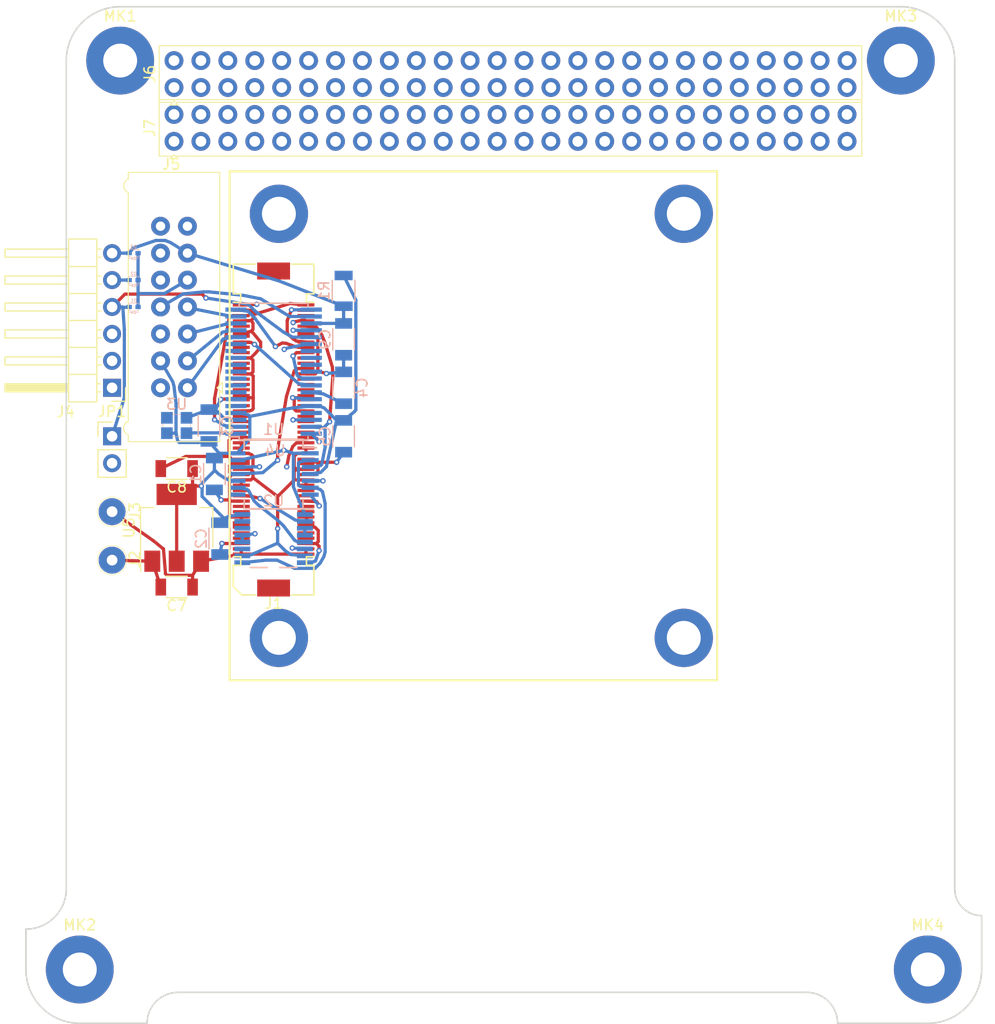
<source format=kicad_pcb>
(kicad_pcb (version 4) (host pcbnew 4.0.6-e0-6349~53~ubuntu16.04.1)

  (general
    (links 123)
    (no_connects 0)
    (area -0.075001 -95.960001 90.245001 0.075001)
    (thickness 1.6)
    (drawings 16)
    (tracks 440)
    (zones 0)
    (modules 29)
    (nets 29)
  )

  (page A4)
  (layers
    (0 F.Cu signal)
    (1 In1.Cu signal)
    (2 In2.Cu signal)
    (31 B.Cu signal)
    (36 B.SilkS user)
    (37 F.SilkS user)
    (38 B.Mask user)
    (39 F.Mask user)
    (44 Edge.Cuts user)
    (48 B.Fab user)
    (49 F.Fab user)
  )

  (setup
    (last_trace_width 0.3048)
    (trace_clearance 0.1524)
    (zone_clearance 0.508)
    (zone_45_only no)
    (trace_min 0.1524)
    (segment_width 0.2)
    (edge_width 0.15)
    (via_size 0.508)
    (via_drill 0.254)
    (via_min_size 0.508)
    (via_min_drill 0.254)
    (uvia_size 0.3)
    (uvia_drill 0.1)
    (uvias_allowed no)
    (uvia_min_size 0)
    (uvia_min_drill 0)
    (pcb_text_width 0.3)
    (pcb_text_size 1.5 1.5)
    (mod_edge_width 0.15)
    (mod_text_size 1 1)
    (mod_text_width 0.15)
    (pad_size 1.524 1.524)
    (pad_drill 0.762)
    (pad_to_mask_clearance 0.2)
    (aux_axis_origin 0 0)
    (visible_elements FFFEEF1F)
    (pcbplotparams
      (layerselection 0x00030_80000001)
      (usegerberextensions false)
      (excludeedgelayer true)
      (linewidth 0.100000)
      (plotframeref false)
      (viasonmask false)
      (mode 1)
      (useauxorigin false)
      (hpglpennumber 1)
      (hpglpenspeed 20)
      (hpglpendiameter 15)
      (hpglpenoverlay 2)
      (psnegative false)
      (psa4output false)
      (plotreference true)
      (plotvalue true)
      (plotinvisibletext false)
      (padsonsilk false)
      (subtractmaskfromsilk false)
      (outputformat 2)
      (mirror false)
      (drillshape 0)
      (scaleselection 1)
      (outputdirectory /tmp/))
  )

  (net 0 "")
  (net 1 /qam_encoder/IQ_CLK)
  (net 2 /qam_encoder/s6)
  (net 3 /qam_encoder/SCK)
  (net 4 GND)
  (net 5 /qam_encoder/MOSI)
  (net 6 /qam_encoder/s5)
  (net 7 +3V3)
  (net 8 "Net-(C4-Pad1)")
  (net 9 +5V)
  (net 10 "/Base band/UART_RX")
  (net 11 "/Base band/UART_TX")
  (net 12 "/Myriad RF-1/IQSEL")
  (net 13 "/Myriad RF-1/IQ0")
  (net 14 "/Base band/BROADBAND")
  (net 15 "/Myriad RF-1/CLK_24M_IN")
  (net 16 "/Myriad RF-1/TXEN")
  (net 17 "/Myriad RF-1/IQ11")
  (net 18 "/Base band/RADIO_~RESET")
  (net 19 "/Base band/SPI_MISO")
  (net 20 "/Base band/SPI_CS")
  (net 21 "/Base band/~RST")
  (net 22 "/Base band/TEST")
  (net 23 "/Base band/TDO")
  (net 24 "/Base band/TDI")
  (net 25 "/Base band/TMS")
  (net 26 "/Base band/TCK")
  (net 27 "Net-(U2-Pad3)")
  (net 28 "Net-(U3-Pad3)")

  (net_class Default "This is the default net class."
    (clearance 0.1524)
    (trace_width 0.3048)
    (via_dia 0.508)
    (via_drill 0.254)
    (uvia_dia 0.3)
    (uvia_drill 0.1)
    (add_net +3V3)
    (add_net +5V)
    (add_net "/Base band/BROADBAND")
    (add_net "/Base band/RADIO_~RESET")
    (add_net "/Base band/SPI_CS")
    (add_net "/Base band/SPI_MISO")
    (add_net "/Base band/TCK")
    (add_net "/Base band/TDI")
    (add_net "/Base band/TDO")
    (add_net "/Base band/TEST")
    (add_net "/Base band/TMS")
    (add_net "/Base band/UART_RX")
    (add_net "/Base band/UART_TX")
    (add_net "/Base band/~RST")
    (add_net "/Myriad RF-1/CLK_24M_IN")
    (add_net "/Myriad RF-1/IQ0")
    (add_net "/Myriad RF-1/IQ11")
    (add_net "/Myriad RF-1/IQSEL")
    (add_net "/Myriad RF-1/TXEN")
    (add_net /qam_encoder/IQ_CLK)
    (add_net /qam_encoder/MOSI)
    (add_net /qam_encoder/SCK)
    (add_net /qam_encoder/s5)
    (add_net /qam_encoder/s6)
    (add_net GND)
    (add_net "Net-(C4-Pad1)")
    (add_net "Net-(U2-Pad3)")
    (add_net "Net-(U3-Pad3)")
  )

  (module Mounting_Holes:MountingHole_3.2mm_M3_Pad (layer F.Cu) (tedit 56D1B4CB) (tstamp 598BAA48)
    (at 85.09 -5.08)
    (descr "Mounting Hole 3.2mm, M3")
    (tags "mounting hole 3.2mm m3")
    (path /598BBFA3/598BC4A2)
    (fp_text reference MK4 (at 0 -4.2) (layer F.SilkS)
      (effects (font (size 1 1) (thickness 0.15)))
    )
    (fp_text value Mounting_Hole (at 0 4.2) (layer F.Fab)
      (effects (font (size 1 1) (thickness 0.15)))
    )
    (fp_circle (center 0 0) (end 3.2 0) (layer Cmts.User) (width 0.15))
    (fp_circle (center 0 0) (end 3.45 0) (layer F.CrtYd) (width 0.05))
    (pad 1 thru_hole circle (at 0 0) (size 6.4 6.4) (drill 3.2) (layers *.Cu *.Mask))
  )

  (module Mounting_Holes:MountingHole_3.2mm_M3_Pad (layer F.Cu) (tedit 56D1B4CB) (tstamp 598BAA44)
    (at 82.55 -90.805)
    (descr "Mounting Hole 3.2mm, M3")
    (tags "mounting hole 3.2mm m3")
    (path /598BBFA3/598BC3EF)
    (fp_text reference MK3 (at 0 -4.2) (layer F.SilkS)
      (effects (font (size 1 1) (thickness 0.15)))
    )
    (fp_text value Mounting_Hole (at 0 4.2) (layer F.Fab)
      (effects (font (size 1 1) (thickness 0.15)))
    )
    (fp_circle (center 0 0) (end 3.2 0) (layer Cmts.User) (width 0.15))
    (fp_circle (center 0 0) (end 3.45 0) (layer F.CrtYd) (width 0.05))
    (pad 1 thru_hole circle (at 0 0) (size 6.4 6.4) (drill 3.2) (layers *.Cu *.Mask))
  )

  (module Mounting_Holes:MountingHole_3.2mm_M3_Pad (layer F.Cu) (tedit 56D1B4CB) (tstamp 598BAA43)
    (at 5.08 -5.08)
    (descr "Mounting Hole 3.2mm, M3")
    (tags "mounting hole 3.2mm m3")
    (path /598BBFA3/598BC43B)
    (fp_text reference MK2 (at 0 -4.2) (layer F.SilkS)
      (effects (font (size 1 1) (thickness 0.15)))
    )
    (fp_text value Mounting_Hole (at 0 4.2) (layer F.Fab)
      (effects (font (size 1 1) (thickness 0.15)))
    )
    (fp_circle (center 0 0) (end 3.2 0) (layer Cmts.User) (width 0.15))
    (fp_circle (center 0 0) (end 3.45 0) (layer F.CrtYd) (width 0.05))
    (pad 1 thru_hole circle (at 0 0) (size 6.4 6.4) (drill 3.2) (layers *.Cu *.Mask))
  )

  (module Mounting_Holes:MountingHole_3.2mm_M3_Pad (layer F.Cu) (tedit 56D1B4CB) (tstamp 598BAA3B)
    (at 8.89 -90.805)
    (descr "Mounting Hole 3.2mm, M3")
    (tags "mounting hole 3.2mm m3")
    (path /598BBFA3/598BC375)
    (fp_text reference MK1 (at 0 -4.2) (layer F.SilkS)
      (effects (font (size 1 1) (thickness 0.15)))
    )
    (fp_text value Mounting_Hole (at 0 4.2) (layer F.Fab)
      (effects (font (size 1 1) (thickness 0.15)))
    )
    (fp_circle (center 0 0) (end 3.2 0) (layer Cmts.User) (width 0.15))
    (fp_circle (center 0 0) (end 3.45 0) (layer F.CrtYd) (width 0.05))
    (pad 1 thru_hole circle (at 0 0) (size 6.4 6.4) (drill 3.2) (layers *.Cu *.Mask))
  )

  (module SAMTEC_ESQ-126-39-G-D:SAMTEC_ESQ-126-39-G-D (layer F.Cu) (tedit 598B9964) (tstamp 598BAA3A)
    (at 13.97 -83.185 90)
    (path /598BBFA3/598BC068)
    (fp_text reference J7 (at 1.27 -2.286 90) (layer F.SilkS)
      (effects (font (size 1 1) (thickness 0.15)))
    )
    (fp_text value CONN_02X26 (at 1.27 31.75 180) (layer F.Fab)
      (effects (font (size 1 1) (thickness 0.15)))
    )
    (fp_line (start -1.524 65.024) (end -1.524 -1.524) (layer F.CrtYd) (width 0.1016))
    (fp_line (start 4.064 65.024) (end -1.524 65.024) (layer F.CrtYd) (width 0.1016))
    (fp_line (start 4.064 64.897) (end 4.064 65.024) (layer F.CrtYd) (width 0.1016))
    (fp_line (start 4.064 -1.524) (end 4.064 64.897) (layer F.CrtYd) (width 0.1016))
    (fp_line (start -1.524 -1.524) (end 4.064 -1.524) (layer F.CrtYd) (width 0.1016))
    (fp_line (start -1.397 -0.127) (end -1.397 -1.397) (layer F.SilkS) (width 0.1016))
    (fp_line (start -1.651 0.381) (end -1.27 0) (layer F.SilkS) (width 0.1016))
    (fp_line (start -1.651 -0.381) (end -1.651 0.381) (layer F.SilkS) (width 0.1016))
    (fp_line (start -1.27 0) (end -1.651 -0.381) (layer F.SilkS) (width 0.1016))
    (fp_line (start 3.937 -1.397) (end 3.937 64.897) (layer F.SilkS) (width 0.1016))
    (fp_line (start -1.397 -1.397) (end 3.937 -1.397) (layer F.SilkS) (width 0.1016))
    (fp_line (start -1.397 64.897) (end -1.397 0.127) (layer F.SilkS) (width 0.1016))
    (fp_line (start 3.937 64.897) (end -1.397 64.897) (layer F.SilkS) (width 0.1016))
    (fp_line (start -1.27 64.77) (end -1.27 -1.27) (layer F.Fab) (width 0.1016))
    (fp_line (start 3.81 64.77) (end -1.27 64.77) (layer F.Fab) (width 0.1016))
    (fp_line (start 3.81 -1.27) (end 3.81 64.77) (layer F.Fab) (width 0.1016))
    (fp_line (start -1.27 -1.27) (end 3.81 -1.27) (layer F.Fab) (width 0.1016))
    (pad 1 thru_hole circle (at 0 0 90) (size 1.778 1.778) (drill 1.016) (layers *.Cu *.Mask))
    (pad 2 thru_hole circle (at 2.54 0 90) (size 1.778 1.778) (drill 1.016) (layers *.Cu *.Mask))
    (pad 3 thru_hole circle (at 0 2.54 90) (size 1.778 1.778) (drill 1.016) (layers *.Cu *.Mask))
    (pad 4 thru_hole circle (at 2.54 2.54 90) (size 1.778 1.778) (drill 1.016) (layers *.Cu *.Mask))
    (pad 5 thru_hole circle (at 0 5.08 90) (size 1.778 1.778) (drill 1.016) (layers *.Cu *.Mask))
    (pad 6 thru_hole circle (at 2.54 5.08 90) (size 1.778 1.778) (drill 1.016) (layers *.Cu *.Mask))
    (pad 7 thru_hole circle (at 0 7.62 90) (size 1.778 1.778) (drill 1.016) (layers *.Cu *.Mask))
    (pad 8 thru_hole circle (at 2.54 7.62 90) (size 1.778 1.778) (drill 1.016) (layers *.Cu *.Mask))
    (pad 9 thru_hole circle (at 0 10.16 90) (size 1.778 1.778) (drill 1.016) (layers *.Cu *.Mask))
    (pad 10 thru_hole circle (at 2.54 10.16 90) (size 1.778 1.778) (drill 1.016) (layers *.Cu *.Mask))
    (pad 11 thru_hole circle (at 0 12.7 90) (size 1.778 1.778) (drill 1.016) (layers *.Cu *.Mask))
    (pad 12 thru_hole circle (at 2.54 12.7 90) (size 1.778 1.778) (drill 1.016) (layers *.Cu *.Mask))
    (pad 13 thru_hole circle (at 0 15.24 90) (size 1.778 1.778) (drill 1.016) (layers *.Cu *.Mask))
    (pad 14 thru_hole circle (at 2.54 15.24 90) (size 1.778 1.778) (drill 1.016) (layers *.Cu *.Mask))
    (pad 15 thru_hole circle (at 0 17.78 90) (size 1.778 1.778) (drill 1.016) (layers *.Cu *.Mask))
    (pad 16 thru_hole circle (at 2.54 17.78 90) (size 1.778 1.778) (drill 1.016) (layers *.Cu *.Mask))
    (pad 17 thru_hole circle (at 0 20.32 90) (size 1.778 1.778) (drill 1.016) (layers *.Cu *.Mask))
    (pad 18 thru_hole circle (at 2.54 20.32 90) (size 1.778 1.778) (drill 1.016) (layers *.Cu *.Mask))
    (pad 19 thru_hole circle (at 0 22.86 90) (size 1.778 1.778) (drill 1.016) (layers *.Cu *.Mask))
    (pad 20 thru_hole circle (at 2.54 22.86 90) (size 1.778 1.778) (drill 1.016) (layers *.Cu *.Mask))
    (pad 21 thru_hole circle (at 0 25.4 90) (size 1.778 1.778) (drill 1.016) (layers *.Cu *.Mask))
    (pad 22 thru_hole circle (at 2.54 25.4 90) (size 1.778 1.778) (drill 1.016) (layers *.Cu *.Mask))
    (pad 23 thru_hole circle (at 0 27.94 90) (size 1.778 1.778) (drill 1.016) (layers *.Cu *.Mask))
    (pad 24 thru_hole circle (at 2.54 27.94 90) (size 1.778 1.778) (drill 1.016) (layers *.Cu *.Mask))
    (pad 25 thru_hole circle (at 0 30.48 90) (size 1.778 1.778) (drill 1.016) (layers *.Cu *.Mask))
    (pad 26 thru_hole circle (at 2.54 30.48 90) (size 1.778 1.778) (drill 1.016) (layers *.Cu *.Mask))
    (pad 27 thru_hole circle (at 0 33.02 90) (size 1.778 1.778) (drill 1.016) (layers *.Cu *.Mask))
    (pad 28 thru_hole circle (at 2.54 33.02 90) (size 1.778 1.778) (drill 1.016) (layers *.Cu *.Mask))
    (pad 29 thru_hole circle (at 0 35.56 90) (size 1.778 1.778) (drill 1.016) (layers *.Cu *.Mask))
    (pad 30 thru_hole circle (at 2.54 35.56 90) (size 1.778 1.778) (drill 1.016) (layers *.Cu *.Mask))
    (pad 31 thru_hole circle (at 0 38.1 90) (size 1.778 1.778) (drill 1.016) (layers *.Cu *.Mask))
    (pad 32 thru_hole circle (at 2.54 38.1 90) (size 1.778 1.778) (drill 1.016) (layers *.Cu *.Mask))
    (pad 33 thru_hole circle (at 0 40.64 90) (size 1.778 1.778) (drill 1.016) (layers *.Cu *.Mask))
    (pad 34 thru_hole circle (at 2.54 40.64 90) (size 1.778 1.778) (drill 1.016) (layers *.Cu *.Mask))
    (pad 35 thru_hole circle (at 0 43.18 90) (size 1.778 1.778) (drill 1.016) (layers *.Cu *.Mask))
    (pad 36 thru_hole circle (at 2.54 43.18 90) (size 1.778 1.778) (drill 1.016) (layers *.Cu *.Mask))
    (pad 37 thru_hole circle (at 0 45.72 90) (size 1.778 1.778) (drill 1.016) (layers *.Cu *.Mask))
    (pad 38 thru_hole circle (at 2.54 45.72 90) (size 1.778 1.778) (drill 1.016) (layers *.Cu *.Mask))
    (pad 39 thru_hole circle (at 0 48.26 90) (size 1.778 1.778) (drill 1.016) (layers *.Cu *.Mask))
    (pad 40 thru_hole circle (at 2.54 48.26 90) (size 1.778 1.778) (drill 1.016) (layers *.Cu *.Mask))
    (pad 41 thru_hole circle (at 0 50.8 90) (size 1.778 1.778) (drill 1.016) (layers *.Cu *.Mask))
    (pad 42 thru_hole circle (at 2.54 50.8 90) (size 1.778 1.778) (drill 1.016) (layers *.Cu *.Mask))
    (pad 43 thru_hole circle (at 0 53.34 90) (size 1.778 1.778) (drill 1.016) (layers *.Cu *.Mask))
    (pad 44 thru_hole circle (at 2.54 53.34 90) (size 1.778 1.778) (drill 1.016) (layers *.Cu *.Mask))
    (pad 45 thru_hole circle (at 0 55.88 90) (size 1.778 1.778) (drill 1.016) (layers *.Cu *.Mask))
    (pad 46 thru_hole circle (at 2.54 55.88 90) (size 1.778 1.778) (drill 1.016) (layers *.Cu *.Mask))
    (pad 47 thru_hole circle (at 0 58.42 90) (size 1.778 1.778) (drill 1.016) (layers *.Cu *.Mask))
    (pad 48 thru_hole circle (at 2.54 58.42 90) (size 1.778 1.778) (drill 1.016) (layers *.Cu *.Mask))
    (pad 49 thru_hole circle (at 0 60.96 90) (size 1.778 1.778) (drill 1.016) (layers *.Cu *.Mask))
    (pad 50 thru_hole circle (at 2.54 60.96 90) (size 1.778 1.778) (drill 1.016) (layers *.Cu *.Mask))
    (pad 51 thru_hole circle (at 0 63.5 90) (size 1.778 1.778) (drill 1.016) (layers *.Cu *.Mask))
    (pad 52 thru_hole circle (at 2.54 63.5 90) (size 1.778 1.778) (drill 1.016) (layers *.Cu *.Mask))
    (model SAMTEC_ESQ-126-39-G-D.wrl
      (at (xyz 0 0 0))
      (scale (xyz 1 1 1))
      (rotate (xyz 0 0 0))
    )
  )

  (module SAMTEC_ESQ-126-39-G-D:SAMTEC_ESQ-126-39-G-D (layer F.Cu) (tedit 598B9964) (tstamp 598BA9F1)
    (at 13.97 -88.265 90)
    (path /598BBFA3/598BC096)
    (fp_text reference J6 (at 1.27 -2.286 90) (layer F.SilkS)
      (effects (font (size 1 1) (thickness 0.15)))
    )
    (fp_text value CONN_02X26 (at 1.27 31.75 180) (layer F.Fab)
      (effects (font (size 1 1) (thickness 0.15)))
    )
    (fp_line (start -1.524 65.024) (end -1.524 -1.524) (layer F.CrtYd) (width 0.1016))
    (fp_line (start 4.064 65.024) (end -1.524 65.024) (layer F.CrtYd) (width 0.1016))
    (fp_line (start 4.064 64.897) (end 4.064 65.024) (layer F.CrtYd) (width 0.1016))
    (fp_line (start 4.064 -1.524) (end 4.064 64.897) (layer F.CrtYd) (width 0.1016))
    (fp_line (start -1.524 -1.524) (end 4.064 -1.524) (layer F.CrtYd) (width 0.1016))
    (fp_line (start -1.397 -0.127) (end -1.397 -1.397) (layer F.SilkS) (width 0.1016))
    (fp_line (start -1.651 0.381) (end -1.27 0) (layer F.SilkS) (width 0.1016))
    (fp_line (start -1.651 -0.381) (end -1.651 0.381) (layer F.SilkS) (width 0.1016))
    (fp_line (start -1.27 0) (end -1.651 -0.381) (layer F.SilkS) (width 0.1016))
    (fp_line (start 3.937 -1.397) (end 3.937 64.897) (layer F.SilkS) (width 0.1016))
    (fp_line (start -1.397 -1.397) (end 3.937 -1.397) (layer F.SilkS) (width 0.1016))
    (fp_line (start -1.397 64.897) (end -1.397 0.127) (layer F.SilkS) (width 0.1016))
    (fp_line (start 3.937 64.897) (end -1.397 64.897) (layer F.SilkS) (width 0.1016))
    (fp_line (start -1.27 64.77) (end -1.27 -1.27) (layer F.Fab) (width 0.1016))
    (fp_line (start 3.81 64.77) (end -1.27 64.77) (layer F.Fab) (width 0.1016))
    (fp_line (start 3.81 -1.27) (end 3.81 64.77) (layer F.Fab) (width 0.1016))
    (fp_line (start -1.27 -1.27) (end 3.81 -1.27) (layer F.Fab) (width 0.1016))
    (pad 1 thru_hole circle (at 0 0 90) (size 1.778 1.778) (drill 1.016) (layers *.Cu *.Mask))
    (pad 2 thru_hole circle (at 2.54 0 90) (size 1.778 1.778) (drill 1.016) (layers *.Cu *.Mask))
    (pad 3 thru_hole circle (at 0 2.54 90) (size 1.778 1.778) (drill 1.016) (layers *.Cu *.Mask))
    (pad 4 thru_hole circle (at 2.54 2.54 90) (size 1.778 1.778) (drill 1.016) (layers *.Cu *.Mask))
    (pad 5 thru_hole circle (at 0 5.08 90) (size 1.778 1.778) (drill 1.016) (layers *.Cu *.Mask))
    (pad 6 thru_hole circle (at 2.54 5.08 90) (size 1.778 1.778) (drill 1.016) (layers *.Cu *.Mask))
    (pad 7 thru_hole circle (at 0 7.62 90) (size 1.778 1.778) (drill 1.016) (layers *.Cu *.Mask))
    (pad 8 thru_hole circle (at 2.54 7.62 90) (size 1.778 1.778) (drill 1.016) (layers *.Cu *.Mask))
    (pad 9 thru_hole circle (at 0 10.16 90) (size 1.778 1.778) (drill 1.016) (layers *.Cu *.Mask))
    (pad 10 thru_hole circle (at 2.54 10.16 90) (size 1.778 1.778) (drill 1.016) (layers *.Cu *.Mask))
    (pad 11 thru_hole circle (at 0 12.7 90) (size 1.778 1.778) (drill 1.016) (layers *.Cu *.Mask))
    (pad 12 thru_hole circle (at 2.54 12.7 90) (size 1.778 1.778) (drill 1.016) (layers *.Cu *.Mask))
    (pad 13 thru_hole circle (at 0 15.24 90) (size 1.778 1.778) (drill 1.016) (layers *.Cu *.Mask))
    (pad 14 thru_hole circle (at 2.54 15.24 90) (size 1.778 1.778) (drill 1.016) (layers *.Cu *.Mask))
    (pad 15 thru_hole circle (at 0 17.78 90) (size 1.778 1.778) (drill 1.016) (layers *.Cu *.Mask))
    (pad 16 thru_hole circle (at 2.54 17.78 90) (size 1.778 1.778) (drill 1.016) (layers *.Cu *.Mask))
    (pad 17 thru_hole circle (at 0 20.32 90) (size 1.778 1.778) (drill 1.016) (layers *.Cu *.Mask))
    (pad 18 thru_hole circle (at 2.54 20.32 90) (size 1.778 1.778) (drill 1.016) (layers *.Cu *.Mask))
    (pad 19 thru_hole circle (at 0 22.86 90) (size 1.778 1.778) (drill 1.016) (layers *.Cu *.Mask))
    (pad 20 thru_hole circle (at 2.54 22.86 90) (size 1.778 1.778) (drill 1.016) (layers *.Cu *.Mask))
    (pad 21 thru_hole circle (at 0 25.4 90) (size 1.778 1.778) (drill 1.016) (layers *.Cu *.Mask))
    (pad 22 thru_hole circle (at 2.54 25.4 90) (size 1.778 1.778) (drill 1.016) (layers *.Cu *.Mask))
    (pad 23 thru_hole circle (at 0 27.94 90) (size 1.778 1.778) (drill 1.016) (layers *.Cu *.Mask))
    (pad 24 thru_hole circle (at 2.54 27.94 90) (size 1.778 1.778) (drill 1.016) (layers *.Cu *.Mask))
    (pad 25 thru_hole circle (at 0 30.48 90) (size 1.778 1.778) (drill 1.016) (layers *.Cu *.Mask))
    (pad 26 thru_hole circle (at 2.54 30.48 90) (size 1.778 1.778) (drill 1.016) (layers *.Cu *.Mask))
    (pad 27 thru_hole circle (at 0 33.02 90) (size 1.778 1.778) (drill 1.016) (layers *.Cu *.Mask))
    (pad 28 thru_hole circle (at 2.54 33.02 90) (size 1.778 1.778) (drill 1.016) (layers *.Cu *.Mask))
    (pad 29 thru_hole circle (at 0 35.56 90) (size 1.778 1.778) (drill 1.016) (layers *.Cu *.Mask))
    (pad 30 thru_hole circle (at 2.54 35.56 90) (size 1.778 1.778) (drill 1.016) (layers *.Cu *.Mask))
    (pad 31 thru_hole circle (at 0 38.1 90) (size 1.778 1.778) (drill 1.016) (layers *.Cu *.Mask))
    (pad 32 thru_hole circle (at 2.54 38.1 90) (size 1.778 1.778) (drill 1.016) (layers *.Cu *.Mask))
    (pad 33 thru_hole circle (at 0 40.64 90) (size 1.778 1.778) (drill 1.016) (layers *.Cu *.Mask))
    (pad 34 thru_hole circle (at 2.54 40.64 90) (size 1.778 1.778) (drill 1.016) (layers *.Cu *.Mask))
    (pad 35 thru_hole circle (at 0 43.18 90) (size 1.778 1.778) (drill 1.016) (layers *.Cu *.Mask))
    (pad 36 thru_hole circle (at 2.54 43.18 90) (size 1.778 1.778) (drill 1.016) (layers *.Cu *.Mask))
    (pad 37 thru_hole circle (at 0 45.72 90) (size 1.778 1.778) (drill 1.016) (layers *.Cu *.Mask))
    (pad 38 thru_hole circle (at 2.54 45.72 90) (size 1.778 1.778) (drill 1.016) (layers *.Cu *.Mask))
    (pad 39 thru_hole circle (at 0 48.26 90) (size 1.778 1.778) (drill 1.016) (layers *.Cu *.Mask))
    (pad 40 thru_hole circle (at 2.54 48.26 90) (size 1.778 1.778) (drill 1.016) (layers *.Cu *.Mask))
    (pad 41 thru_hole circle (at 0 50.8 90) (size 1.778 1.778) (drill 1.016) (layers *.Cu *.Mask))
    (pad 42 thru_hole circle (at 2.54 50.8 90) (size 1.778 1.778) (drill 1.016) (layers *.Cu *.Mask))
    (pad 43 thru_hole circle (at 0 53.34 90) (size 1.778 1.778) (drill 1.016) (layers *.Cu *.Mask))
    (pad 44 thru_hole circle (at 2.54 53.34 90) (size 1.778 1.778) (drill 1.016) (layers *.Cu *.Mask))
    (pad 45 thru_hole circle (at 0 55.88 90) (size 1.778 1.778) (drill 1.016) (layers *.Cu *.Mask))
    (pad 46 thru_hole circle (at 2.54 55.88 90) (size 1.778 1.778) (drill 1.016) (layers *.Cu *.Mask))
    (pad 47 thru_hole circle (at 0 58.42 90) (size 1.778 1.778) (drill 1.016) (layers *.Cu *.Mask))
    (pad 48 thru_hole circle (at 2.54 58.42 90) (size 1.778 1.778) (drill 1.016) (layers *.Cu *.Mask))
    (pad 49 thru_hole circle (at 0 60.96 90) (size 1.778 1.778) (drill 1.016) (layers *.Cu *.Mask))
    (pad 50 thru_hole circle (at 2.54 60.96 90) (size 1.778 1.778) (drill 1.016) (layers *.Cu *.Mask))
    (pad 51 thru_hole circle (at 0 63.5 90) (size 1.778 1.778) (drill 1.016) (layers *.Cu *.Mask))
    (pad 52 thru_hole circle (at 2.54 63.5 90) (size 1.778 1.778) (drill 1.016) (layers *.Cu *.Mask))
    (model SAMTEC_ESQ-126-39-G-D.wrl
      (at (xyz 0 0 0))
      (scale (xyz 1 1 1))
      (rotate (xyz 0 0 0))
    )
  )

  (module 3M-2514-6002:3M-2514-6002 (layer F.Cu) (tedit 598B8B41) (tstamp 598B98B8)
    (at 15.24 -59.944 180)
    (path /5986B766/598B8175)
    (fp_text reference J5 (at 1.524 21.082 180) (layer F.SilkS)
      (effects (font (size 1 1) (thickness 0.15)))
    )
    (fp_text value JTAG (at 1.27 -5.842 180) (layer F.Fab)
      (effects (font (size 1 1) (thickness 0.15)))
    )
    (fp_line (start -3.302 20.574) (end -3.302 -5.334) (layer F.CrtYd) (width 0.1016))
    (fp_line (start 5.842 20.574) (end -3.302 20.574) (layer F.CrtYd) (width 0.1016))
    (fp_line (start 5.842 -5.334) (end 5.842 20.574) (layer F.CrtYd) (width 0.1016))
    (fp_line (start -3.302 -5.334) (end 5.842 -5.334) (layer F.CrtYd) (width 0.1016))
    (fp_line (start -3.048 -0.254) (end -3.048 -5.08) (layer F.SilkS) (width 0.1016))
    (fp_line (start -3.302 0.508) (end -2.794 0) (layer F.SilkS) (width 0.1016))
    (fp_line (start -3.302 -0.508) (end -3.302 0.508) (layer F.SilkS) (width 0.1016))
    (fp_line (start -2.794 0) (end -3.302 -0.508) (layer F.SilkS) (width 0.1016))
    (fp_line (start -2.794 9.398) (end -2.286 9.398) (layer F.Fab) (width 0.1016))
    (fp_line (start -2.794 5.842) (end -2.286 5.842) (layer F.Fab) (width 0.1016))
    (fp_line (start 4.826 -4.318) (end 4.826 19.558) (layer F.Fab) (width 0.1016))
    (fp_line (start -2.286 -4.318) (end 4.826 -4.318) (layer F.Fab) (width 0.1016))
    (fp_line (start -2.286 19.558) (end -2.286 -4.318) (layer F.Fab) (width 0.1016))
    (fp_line (start 4.826 19.558) (end -2.286 19.558) (layer F.Fab) (width 0.1016))
    (fp_line (start 5.334 19.431) (end 5.334 20.066) (layer F.Fab) (width 0.1016))
    (fp_arc (start 5.334 19.05) (end 5.334 18.669) (angle 180) (layer F.Fab) (width 0.1016))
    (fp_line (start 5.334 -4.826) (end 5.334 -4.191) (layer F.Fab) (width 0.1016))
    (fp_arc (start 5.334 -3.81) (end 5.334 -4.191) (angle 180) (layer F.Fab) (width 0.1016))
    (fp_line (start 5.588 -5.08) (end 5.588 -4.445) (layer F.SilkS) (width 0.1016))
    (fp_line (start 5.588 19.685) (end 5.588 20.32) (layer F.SilkS) (width 0.1016))
    (fp_arc (start 5.334 19.05) (end 5.588 18.415) (angle 136.3972277) (layer F.SilkS) (width 0.1016))
    (fp_line (start 5.334 -4.826) (end -2.794 -4.826) (layer F.Fab) (width 0.1016))
    (fp_line (start 5.588 -5.08) (end -3.048 -5.08) (layer F.SilkS) (width 0.1016))
    (fp_line (start 5.334 20.066) (end -2.794 20.066) (layer F.Fab) (width 0.1016))
    (fp_line (start 5.588 20.32) (end -3.048 20.32) (layer F.SilkS) (width 0.1016))
    (fp_line (start 5.588 -3.175) (end 5.588 18.415) (layer F.SilkS) (width 0.1016))
    (fp_line (start 5.334 18.669) (end 5.334 -3.429) (layer F.Fab) (width 0.1016))
    (fp_line (start -2.794 -4.826) (end -2.794 20.066) (layer F.Fab) (width 0.1016))
    (fp_line (start -3.048 0.254) (end -3.048 20.32) (layer F.SilkS) (width 0.1016))
    (fp_arc (start 5.334001 -3.81) (end 5.588001 -4.445) (angle 136.3972277) (layer F.SilkS) (width 0.1016))
    (fp_line (start 4.826 5.08) (end 5.334 5.08) (layer F.Fab) (width 0.1016))
    (fp_line (start 4.826 1.524) (end 5.334 1.524) (layer F.Fab) (width 0.1016))
    (fp_line (start 4.826 13.716) (end 5.334 13.716) (layer F.Fab) (width 0.1016))
    (fp_line (start 4.826 10.16) (end 5.334 10.16) (layer F.Fab) (width 0.1016))
    (pad 1 thru_hole circle (at 0 0 90) (size 1.778 1.778) (drill 0.889) (layers *.Cu *.Mask)
      (net 23 "/Base band/TDO"))
    (pad 3 thru_hole circle (at 0 2.54 90) (size 1.778 1.778) (drill 0.889) (layers *.Cu *.Mask)
      (net 24 "/Base band/TDI"))
    (pad 5 thru_hole circle (at 0 5.08 90) (size 1.778 1.778) (drill 0.889) (layers *.Cu *.Mask)
      (net 25 "/Base band/TMS"))
    (pad 7 thru_hole circle (at 0 7.62 90) (size 1.778 1.778) (drill 0.889) (layers *.Cu *.Mask)
      (net 26 "/Base band/TCK"))
    (pad 9 thru_hole circle (at 0 10.16 90) (size 1.778 1.778) (drill 0.889) (layers *.Cu *.Mask)
      (net 4 GND))
    (pad 11 thru_hole circle (at 0 12.7 90) (size 1.778 1.778) (drill 0.889) (layers *.Cu *.Mask)
      (net 21 "/Base band/~RST"))
    (pad 13 thru_hole circle (at 0 15.24 90) (size 1.778 1.778) (drill 0.889) (layers *.Cu *.Mask))
    (pad 2 thru_hole circle (at 2.54 0 90) (size 1.778 1.778) (drill 0.889) (layers *.Cu *.Mask))
    (pad 4 thru_hole circle (at 2.54 2.54 90) (size 1.778 1.778) (drill 0.889) (layers *.Cu *.Mask)
      (net 7 +3V3))
    (pad 6 thru_hole circle (at 2.54 5.08 90) (size 1.778 1.778) (drill 0.889) (layers *.Cu *.Mask))
    (pad 8 thru_hole circle (at 2.54 7.62 90) (size 1.778 1.778) (drill 0.889) (layers *.Cu *.Mask)
      (net 22 "/Base band/TEST"))
    (pad 10 thru_hole circle (at 2.54 10.16 90) (size 1.778 1.778) (drill 0.889) (layers *.Cu *.Mask))
    (pad 12 thru_hole circle (at 2.54 12.7 90) (size 1.778 1.778) (drill 0.889) (layers *.Cu *.Mask))
    (pad 14 thru_hole circle (at 2.54 15.24 90) (size 1.778 1.778) (drill 0.889) (layers *.Cu *.Mask))
    (model 3M-2514-6002.wrl
      (at (xyz 0 0 0))
      (scale (xyz 1 1 1))
      (rotate (xyz 0 0 0))
    )
  )

  (module Capacitors_SMD:C_1206 (layer B.Cu) (tedit 58AA84B8) (tstamp 598B9884)
    (at 29.972 -64.516 270)
    (descr "Capacitor SMD 1206, reflow soldering, AVX (see smccp.pdf)")
    (tags "capacitor 1206")
    (path /5986B766/598B958B)
    (attr smd)
    (fp_text reference C9 (at 0 1.75 270) (layer B.SilkS)
      (effects (font (size 1 1) (thickness 0.15)) (justify mirror))
    )
    (fp_text value 2.2n (at 0 -2 270) (layer B.Fab)
      (effects (font (size 1 1) (thickness 0.15)) (justify mirror))
    )
    (fp_text user %R (at 0 1.75 270) (layer B.Fab)
      (effects (font (size 1 1) (thickness 0.15)) (justify mirror))
    )
    (fp_line (start -1.6 -0.8) (end -1.6 0.8) (layer B.Fab) (width 0.1))
    (fp_line (start 1.6 -0.8) (end -1.6 -0.8) (layer B.Fab) (width 0.1))
    (fp_line (start 1.6 0.8) (end 1.6 -0.8) (layer B.Fab) (width 0.1))
    (fp_line (start -1.6 0.8) (end 1.6 0.8) (layer B.Fab) (width 0.1))
    (fp_line (start 1 1.02) (end -1 1.02) (layer B.SilkS) (width 0.12))
    (fp_line (start -1 -1.02) (end 1 -1.02) (layer B.SilkS) (width 0.12))
    (fp_line (start -2.25 1.05) (end 2.25 1.05) (layer B.CrtYd) (width 0.05))
    (fp_line (start -2.25 1.05) (end -2.25 -1.05) (layer B.CrtYd) (width 0.05))
    (fp_line (start 2.25 -1.05) (end 2.25 1.05) (layer B.CrtYd) (width 0.05))
    (fp_line (start 2.25 -1.05) (end -2.25 -1.05) (layer B.CrtYd) (width 0.05))
    (pad 1 smd rect (at -1.5 0 270) (size 1 1.6) (layers B.Cu B.Mask)
      (net 21 "/Base band/~RST"))
    (pad 2 smd rect (at 1.5 0 270) (size 1 1.6) (layers B.Cu B.Mask)
      (net 4 GND))
    (model Capacitors_SMD.3dshapes/C_1206.wrl
      (at (xyz 0 0 0))
      (scale (xyz 1 1 1))
      (rotate (xyz 0 0 0))
    )
  )

  (module DA-38:DA-38 (layer B.Cu) (tedit 598B587D) (tstamp 598A9508)
    (at 23.368 -61.468 90)
    (path /5986B766/5987A2F8)
    (fp_text reference U4 (at -7.45 0.15 360) (layer B.SilkS)
      (effects (font (size 1 1) (thickness 0.15)) (justify mirror))
    )
    (fp_text value MSP430FR5739DA (at -0.05 -0.05 90) (layer B.Fab)
      (effects (font (size 1 1) (thickness 0.15)) (justify mirror))
    )
    (fp_line (start -6.65 3.45) (end 6.65 3.45) (layer B.CrtYd) (width 0.15))
    (fp_line (start -6.65 -3.45) (end -6.65 3.45) (layer B.CrtYd) (width 0.15))
    (fp_line (start 6.65 -3.45) (end -6.65 -3.45) (layer B.CrtYd) (width 0.15))
    (fp_line (start 6.65 3.45) (end 6.65 -3.45) (layer B.CrtYd) (width 0.15))
    (fp_line (start 6.45 -3.25) (end 6.15 -3.25) (layer B.SilkS) (width 0.15))
    (fp_line (start 6.45 3.25) (end 6.45 -3.25) (layer B.SilkS) (width 0.15))
    (fp_line (start 6.15 3.25) (end 6.45 3.25) (layer B.SilkS) (width 0.15))
    (fp_line (start -6.15 -3.25) (end -6.15 -4.25) (layer B.SilkS) (width 0.15))
    (fp_line (start -6.45 -3.25) (end -6.15 -3.25) (layer B.SilkS) (width 0.15))
    (fp_line (start -6.45 3.25) (end -6.45 -3.25) (layer B.SilkS) (width 0.15))
    (fp_line (start -6.45 3.25) (end -6.15 3.25) (layer B.SilkS) (width 0.15))
    (fp_line (start -6.25 3.05) (end -6.25 -3.05) (layer B.Fab) (width 0.15))
    (fp_line (start 6.25 3.05) (end -6.25 3.05) (layer B.Fab) (width 0.15))
    (fp_line (start 6.25 -3.05) (end 6.25 3.05) (layer B.Fab) (width 0.15))
    (fp_line (start -6.25 -3.05) (end 6.25 -3.05) (layer B.Fab) (width 0.15))
    (pad 38 smd rect (at -5.85 3.55 90) (size 0.4 2) (layers B.Cu B.Mask)
      (net 4 GND))
    (pad 37 smd rect (at -5.2 3.55 90) (size 0.4 2) (layers B.Cu B.Mask)
      (net 3 /qam_encoder/SCK))
    (pad 36 smd rect (at -4.55 3.55 90) (size 0.4 2) (layers B.Cu B.Mask)
      (net 20 "/Base band/SPI_CS"))
    (pad 35 smd rect (at -3.9 3.55 90) (size 0.4 2) (layers B.Cu B.Mask))
    (pad 34 smd rect (at -3.25 3.55 90) (size 0.4 2) (layers B.Cu B.Mask)
      (net 7 +3V3))
    (pad 33 smd rect (at -2.6 3.55 90) (size 0.4 2) (layers B.Cu B.Mask)
      (net 4 GND))
    (pad 32 smd rect (at -1.95 3.55 90) (size 0.4 2) (layers B.Cu B.Mask)
      (net 8 "Net-(C4-Pad1)"))
    (pad 31 smd rect (at -1.3 3.55 90) (size 0.4 2) (layers B.Cu B.Mask)
      (net 14 "/Base band/BROADBAND"))
    (pad 30 smd rect (at -0.65 3.55 90) (size 0.4 2) (layers B.Cu B.Mask)
      (net 18 "/Base band/RADIO_~RESET"))
    (pad 29 smd rect (at 0 3.55 90) (size 0.4 2) (layers B.Cu B.Mask))
    (pad 28 smd rect (at 0.65 3.55 90) (size 0.4 2) (layers B.Cu B.Mask))
    (pad 27 smd rect (at 1.3 3.55 90) (size 0.4 2) (layers B.Cu B.Mask))
    (pad 26 smd rect (at 1.95 3.55 90) (size 0.4 2) (layers B.Cu B.Mask))
    (pad 25 smd rect (at 2.6 3.55 90) (size 0.4 2) (layers B.Cu B.Mask)
      (net 16 "/Myriad RF-1/TXEN"))
    (pad 24 smd rect (at 3.25 3.55 90) (size 0.4 2) (layers B.Cu B.Mask)
      (net 10 "/Base band/UART_RX"))
    (pad 23 smd rect (at 3.9 3.55 90) (size 0.4 2) (layers B.Cu B.Mask)
      (net 11 "/Base band/UART_TX"))
    (pad 22 smd rect (at 4.55 3.55 90) (size 0.4 2) (layers B.Cu B.Mask)
      (net 21 "/Base band/~RST"))
    (pad 21 smd rect (at 5.2 3.55 90) (size 0.4 2) (layers B.Cu B.Mask)
      (net 22 "/Base band/TEST"))
    (pad 20 smd rect (at 5.85 3.55 90) (size 0.4 2) (layers B.Cu B.Mask)
      (net 19 "/Base band/SPI_MISO"))
    (pad 1 smd rect (at -5.85 -3.55 90) (size 0.4 2) (layers B.Cu B.Mask)
      (net 28 "Net-(U3-Pad3)"))
    (pad 2 smd rect (at -5.2 -3.55 90) (size 0.4 2) (layers B.Cu B.Mask)
      (net 15 "/Myriad RF-1/CLK_24M_IN"))
    (pad 3 smd rect (at -4.55 -3.55 90) (size 0.4 2) (layers B.Cu B.Mask)
      (net 4 GND))
    (pad 4 smd rect (at -3.9 -3.55 90) (size 0.4 2) (layers B.Cu B.Mask)
      (net 7 +3V3))
    (pad 5 smd rect (at -3.25 -3.55 90) (size 0.4 2) (layers B.Cu B.Mask))
    (pad 6 smd rect (at -2.6 -3.55 90) (size 0.4 2) (layers B.Cu B.Mask))
    (pad 7 smd rect (at -1.95 -3.55 90) (size 0.4 2) (layers B.Cu B.Mask))
    (pad 8 smd rect (at -1.3 -3.55 90) (size 0.4 2) (layers B.Cu B.Mask))
    (pad 9 smd rect (at -0.65 -3.55 90) (size 0.4 2) (layers B.Cu B.Mask))
    (pad 10 smd rect (at 0 -3.55 90) (size 0.4 2) (layers B.Cu B.Mask))
    (pad 11 smd rect (at 0.65 -3.55 90) (size 0.4 2) (layers B.Cu B.Mask))
    (pad 12 smd rect (at 1.3 -3.55 90) (size 0.4 2) (layers B.Cu B.Mask))
    (pad 13 smd rect (at 1.95 -3.55 90) (size 0.4 2) (layers B.Cu B.Mask))
    (pad 14 smd rect (at 2.6 -3.55 90) (size 0.4 2) (layers B.Cu B.Mask))
    (pad 15 smd rect (at 3.25 -3.55 90) (size 0.4 2) (layers B.Cu B.Mask)
      (net 23 "/Base band/TDO"))
    (pad 16 smd rect (at 3.9 -3.55 90) (size 0.4 2) (layers B.Cu B.Mask)
      (net 24 "/Base band/TDI"))
    (pad 17 smd rect (at 4.55 -3.55 90) (size 0.4 2) (layers B.Cu B.Mask)
      (net 25 "/Base band/TMS"))
    (pad 18 smd rect (at 5.2 -3.55 90) (size 0.4 2) (layers B.Cu B.Mask)
      (net 26 "/Base band/TCK"))
    (pad 19 smd rect (at 5.85 -3.55 90) (size 0.4 2) (layers B.Cu B.Mask)
      (net 5 /qam_encoder/MOSI))
    (model DA-38.wrl
      (at (xyz 0 0 0))
      (scale (xyz 1 1 1))
      (rotate (xyz 0 0 0))
    )
  )

  (module TO_SOT_Packages_SMD:SOT-223-3Lead_TabPin2 (layer F.Cu) (tedit 58CE4E7E) (tstamp 598A9510)
    (at 14.224 -46.736 90)
    (descr "module CMS SOT223 4 pins")
    (tags "CMS SOT")
    (path /598BE93E/598BE9EC)
    (attr smd)
    (fp_text reference U5 (at 0 -4.5 90) (layer F.SilkS)
      (effects (font (size 1 1) (thickness 0.15)))
    )
    (fp_text value LM1117IMP-3.3 (at 0 4.5 90) (layer F.Fab)
      (effects (font (size 1 1) (thickness 0.15)))
    )
    (fp_text user %R (at 0 0 180) (layer F.Fab)
      (effects (font (size 0.8 0.8) (thickness 0.12)))
    )
    (fp_line (start 1.91 3.41) (end 1.91 2.15) (layer F.SilkS) (width 0.12))
    (fp_line (start 1.91 -3.41) (end 1.91 -2.15) (layer F.SilkS) (width 0.12))
    (fp_line (start 4.4 -3.6) (end -4.4 -3.6) (layer F.CrtYd) (width 0.05))
    (fp_line (start 4.4 3.6) (end 4.4 -3.6) (layer F.CrtYd) (width 0.05))
    (fp_line (start -4.4 3.6) (end 4.4 3.6) (layer F.CrtYd) (width 0.05))
    (fp_line (start -4.4 -3.6) (end -4.4 3.6) (layer F.CrtYd) (width 0.05))
    (fp_line (start -1.85 -2.35) (end -0.85 -3.35) (layer F.Fab) (width 0.1))
    (fp_line (start -1.85 -2.35) (end -1.85 3.35) (layer F.Fab) (width 0.1))
    (fp_line (start -1.85 3.41) (end 1.91 3.41) (layer F.SilkS) (width 0.12))
    (fp_line (start -0.85 -3.35) (end 1.85 -3.35) (layer F.Fab) (width 0.1))
    (fp_line (start -4.1 -3.41) (end 1.91 -3.41) (layer F.SilkS) (width 0.12))
    (fp_line (start -1.85 3.35) (end 1.85 3.35) (layer F.Fab) (width 0.1))
    (fp_line (start 1.85 -3.35) (end 1.85 3.35) (layer F.Fab) (width 0.1))
    (pad 2 smd rect (at 3.15 0 90) (size 2 3.8) (layers F.Cu F.Mask)
      (net 7 +3V3))
    (pad 2 smd rect (at -3.15 0 90) (size 2 1.5) (layers F.Cu F.Mask)
      (net 7 +3V3))
    (pad 3 smd rect (at -3.15 2.3 90) (size 2 1.5) (layers F.Cu F.Mask)
      (net 9 +5V))
    (pad 1 smd rect (at -3.15 -2.3 90) (size 2 1.5) (layers F.Cu F.Mask)
      (net 4 GND))
    (model ${KISYS3DMOD}/TO_SOT_Packages_SMD.3dshapes/SOT-223.wrl
      (at (xyz 0 0 0))
      (scale (xyz 1 1 1))
      (rotate (xyz 0 0 0))
    )
  )

  (module Housings_SSOP:TSSOP-16_4.4x5mm_Pitch0.65mm (layer B.Cu) (tedit 54130A77) (tstamp 598A94C5)
    (at 23.368 -45.72 180)
    (descr "16-Lead Plastic Thin Shrink Small Outline (ST)-4.4 mm Body [TSSOP] (see Microchip Packaging Specification 00000049BS.pdf)")
    (tags "SSOP 0.65")
    (path /57F6B17B/598976E5)
    (attr smd)
    (fp_text reference U2 (at 0 3.55 180) (layer B.SilkS)
      (effects (font (size 1 1) (thickness 0.15)) (justify mirror))
    )
    (fp_text value SN74LV175APWR (at 0 -3.55 180) (layer B.Fab)
      (effects (font (size 1 1) (thickness 0.15)) (justify mirror))
    )
    (fp_line (start -1.2 2.5) (end 2.2 2.5) (layer B.Fab) (width 0.15))
    (fp_line (start 2.2 2.5) (end 2.2 -2.5) (layer B.Fab) (width 0.15))
    (fp_line (start 2.2 -2.5) (end -2.2 -2.5) (layer B.Fab) (width 0.15))
    (fp_line (start -2.2 -2.5) (end -2.2 1.5) (layer B.Fab) (width 0.15))
    (fp_line (start -2.2 1.5) (end -1.2 2.5) (layer B.Fab) (width 0.15))
    (fp_line (start -3.95 2.9) (end -3.95 -2.8) (layer B.CrtYd) (width 0.05))
    (fp_line (start 3.95 2.9) (end 3.95 -2.8) (layer B.CrtYd) (width 0.05))
    (fp_line (start -3.95 2.9) (end 3.95 2.9) (layer B.CrtYd) (width 0.05))
    (fp_line (start -3.95 -2.8) (end 3.95 -2.8) (layer B.CrtYd) (width 0.05))
    (fp_line (start -2.2 -2.725) (end 2.2 -2.725) (layer B.SilkS) (width 0.15))
    (fp_line (start -3.775 2.8) (end 2.2 2.8) (layer B.SilkS) (width 0.15))
    (fp_text user %R (at 0 0 180) (layer B.Fab)
      (effects (font (size 0.8 0.8) (thickness 0.15)) (justify mirror))
    )
    (pad 1 smd rect (at -2.95 2.275 180) (size 1.5 0.45) (layers B.Cu B.Mask)
      (net 16 "/Myriad RF-1/TXEN"))
    (pad 2 smd rect (at -2.95 1.625 180) (size 1.5 0.45) (layers B.Cu B.Mask)
      (net 12 "/Myriad RF-1/IQSEL"))
    (pad 3 smd rect (at -2.95 0.975 180) (size 1.5 0.45) (layers B.Cu B.Mask)
      (net 27 "Net-(U2-Pad3)"))
    (pad 4 smd rect (at -2.95 0.325 180) (size 1.5 0.45) (layers B.Cu B.Mask)
      (net 27 "Net-(U2-Pad3)"))
    (pad 5 smd rect (at -2.95 -0.325 180) (size 1.5 0.45) (layers B.Cu B.Mask)
      (net 6 /qam_encoder/s5))
    (pad 6 smd rect (at -2.95 -0.975 180) (size 1.5 0.45) (layers B.Cu B.Mask)
      (net 17 "/Myriad RF-1/IQ11"))
    (pad 7 smd rect (at -2.95 -1.625 180) (size 1.5 0.45) (layers B.Cu B.Mask)
      (net 13 "/Myriad RF-1/IQ0"))
    (pad 8 smd rect (at -2.95 -2.275 180) (size 1.5 0.45) (layers B.Cu B.Mask)
      (net 4 GND))
    (pad 9 smd rect (at 2.95 -2.275 180) (size 1.5 0.45) (layers B.Cu B.Mask)
      (net 2 /qam_encoder/s6))
    (pad 10 smd rect (at 2.95 -1.625 180) (size 1.5 0.45) (layers B.Cu B.Mask)
      (net 13 "/Myriad RF-1/IQ0"))
    (pad 11 smd rect (at 2.95 -0.975 180) (size 1.5 0.45) (layers B.Cu B.Mask))
    (pad 12 smd rect (at 2.95 -0.325 180) (size 1.5 0.45) (layers B.Cu B.Mask)
      (net 5 /qam_encoder/MOSI))
    (pad 13 smd rect (at 2.95 0.325 180) (size 1.5 0.45) (layers B.Cu B.Mask)
      (net 5 /qam_encoder/MOSI))
    (pad 14 smd rect (at 2.95 0.975 180) (size 1.5 0.45) (layers B.Cu B.Mask))
    (pad 15 smd rect (at 2.95 1.625 180) (size 1.5 0.45) (layers B.Cu B.Mask))
    (pad 16 smd rect (at 2.95 2.275 180) (size 1.5 0.45) (layers B.Cu B.Mask)
      (net 7 +3V3))
    (model ${KISYS3DMOD}/Housings_SSOP.3dshapes/TSSOP-16_4.4x5mm_Pitch0.65mm.wrl
      (at (xyz 0 0 0))
      (scale (xyz 1 1 1))
      (rotate (xyz 0 0 0))
    )
  )

  (module Pin_Headers:Pin_Header_Straight_1x02_Pitch2.54mm (layer F.Cu) (tedit 59650532) (tstamp 598A9459)
    (at 8.128 -55.372)
    (descr "Through hole straight pin header, 1x02, 2.54mm pitch, single row")
    (tags "Through hole pin header THT 1x02 2.54mm single row")
    (path /598AF9EE)
    (fp_text reference JP1 (at 0 -2.33) (layer F.SilkS)
      (effects (font (size 1 1) (thickness 0.15)))
    )
    (fp_text value Jumper_NC_Small (at 0 4.87) (layer F.Fab)
      (effects (font (size 1 1) (thickness 0.15)))
    )
    (fp_line (start -0.635 -1.27) (end 1.27 -1.27) (layer F.Fab) (width 0.1))
    (fp_line (start 1.27 -1.27) (end 1.27 3.81) (layer F.Fab) (width 0.1))
    (fp_line (start 1.27 3.81) (end -1.27 3.81) (layer F.Fab) (width 0.1))
    (fp_line (start -1.27 3.81) (end -1.27 -0.635) (layer F.Fab) (width 0.1))
    (fp_line (start -1.27 -0.635) (end -0.635 -1.27) (layer F.Fab) (width 0.1))
    (fp_line (start -1.33 3.87) (end 1.33 3.87) (layer F.SilkS) (width 0.12))
    (fp_line (start -1.33 1.27) (end -1.33 3.87) (layer F.SilkS) (width 0.12))
    (fp_line (start 1.33 1.27) (end 1.33 3.87) (layer F.SilkS) (width 0.12))
    (fp_line (start -1.33 1.27) (end 1.33 1.27) (layer F.SilkS) (width 0.12))
    (fp_line (start -1.33 0) (end -1.33 -1.33) (layer F.SilkS) (width 0.12))
    (fp_line (start -1.33 -1.33) (end 0 -1.33) (layer F.SilkS) (width 0.12))
    (fp_line (start -1.8 -1.8) (end -1.8 4.35) (layer F.CrtYd) (width 0.05))
    (fp_line (start -1.8 4.35) (end 1.8 4.35) (layer F.CrtYd) (width 0.05))
    (fp_line (start 1.8 4.35) (end 1.8 -1.8) (layer F.CrtYd) (width 0.05))
    (fp_line (start 1.8 -1.8) (end -1.8 -1.8) (layer F.CrtYd) (width 0.05))
    (fp_text user %R (at 0 1.27 90) (layer F.Fab)
      (effects (font (size 1 1) (thickness 0.15)))
    )
    (pad 1 thru_hole rect (at 0 0) (size 1.7 1.7) (drill 1) (layers *.Cu *.Mask)
      (net 10 "/Base band/UART_RX"))
    (pad 2 thru_hole oval (at 0 2.54) (size 1.7 1.7) (drill 1) (layers *.Cu *.Mask)
      (net 22 "/Base band/TEST"))
    (model ${KISYS3DMOD}/Pin_Headers.3dshapes/Pin_Header_Straight_1x02_Pitch2.54mm.wrl
      (at (xyz 0 0 0))
      (scale (xyz 1 1 1))
      (rotate (xyz 0 0 0))
    )
  )

  (module Pin_Headers:Pin_Header_Angled_1x06_Pitch2.54mm (layer F.Cu) (tedit 59650532) (tstamp 598A9453)
    (at 8.128 -59.944 180)
    (descr "Through hole angled pin header, 1x06, 2.54mm pitch, 6mm pin length, single row")
    (tags "Through hole angled pin header THT 1x06 2.54mm single row")
    (path /598A06A3)
    (fp_text reference J4 (at 4.385 -2.27 180) (layer F.SilkS)
      (effects (font (size 1 1) (thickness 0.15)))
    )
    (fp_text value CONN_01X06 (at 4.385 14.97 180) (layer F.Fab)
      (effects (font (size 1 1) (thickness 0.15)))
    )
    (fp_line (start 2.135 -1.27) (end 4.04 -1.27) (layer F.Fab) (width 0.1))
    (fp_line (start 4.04 -1.27) (end 4.04 13.97) (layer F.Fab) (width 0.1))
    (fp_line (start 4.04 13.97) (end 1.5 13.97) (layer F.Fab) (width 0.1))
    (fp_line (start 1.5 13.97) (end 1.5 -0.635) (layer F.Fab) (width 0.1))
    (fp_line (start 1.5 -0.635) (end 2.135 -1.27) (layer F.Fab) (width 0.1))
    (fp_line (start -0.32 -0.32) (end 1.5 -0.32) (layer F.Fab) (width 0.1))
    (fp_line (start -0.32 -0.32) (end -0.32 0.32) (layer F.Fab) (width 0.1))
    (fp_line (start -0.32 0.32) (end 1.5 0.32) (layer F.Fab) (width 0.1))
    (fp_line (start 4.04 -0.32) (end 10.04 -0.32) (layer F.Fab) (width 0.1))
    (fp_line (start 10.04 -0.32) (end 10.04 0.32) (layer F.Fab) (width 0.1))
    (fp_line (start 4.04 0.32) (end 10.04 0.32) (layer F.Fab) (width 0.1))
    (fp_line (start -0.32 2.22) (end 1.5 2.22) (layer F.Fab) (width 0.1))
    (fp_line (start -0.32 2.22) (end -0.32 2.86) (layer F.Fab) (width 0.1))
    (fp_line (start -0.32 2.86) (end 1.5 2.86) (layer F.Fab) (width 0.1))
    (fp_line (start 4.04 2.22) (end 10.04 2.22) (layer F.Fab) (width 0.1))
    (fp_line (start 10.04 2.22) (end 10.04 2.86) (layer F.Fab) (width 0.1))
    (fp_line (start 4.04 2.86) (end 10.04 2.86) (layer F.Fab) (width 0.1))
    (fp_line (start -0.32 4.76) (end 1.5 4.76) (layer F.Fab) (width 0.1))
    (fp_line (start -0.32 4.76) (end -0.32 5.4) (layer F.Fab) (width 0.1))
    (fp_line (start -0.32 5.4) (end 1.5 5.4) (layer F.Fab) (width 0.1))
    (fp_line (start 4.04 4.76) (end 10.04 4.76) (layer F.Fab) (width 0.1))
    (fp_line (start 10.04 4.76) (end 10.04 5.4) (layer F.Fab) (width 0.1))
    (fp_line (start 4.04 5.4) (end 10.04 5.4) (layer F.Fab) (width 0.1))
    (fp_line (start -0.32 7.3) (end 1.5 7.3) (layer F.Fab) (width 0.1))
    (fp_line (start -0.32 7.3) (end -0.32 7.94) (layer F.Fab) (width 0.1))
    (fp_line (start -0.32 7.94) (end 1.5 7.94) (layer F.Fab) (width 0.1))
    (fp_line (start 4.04 7.3) (end 10.04 7.3) (layer F.Fab) (width 0.1))
    (fp_line (start 10.04 7.3) (end 10.04 7.94) (layer F.Fab) (width 0.1))
    (fp_line (start 4.04 7.94) (end 10.04 7.94) (layer F.Fab) (width 0.1))
    (fp_line (start -0.32 9.84) (end 1.5 9.84) (layer F.Fab) (width 0.1))
    (fp_line (start -0.32 9.84) (end -0.32 10.48) (layer F.Fab) (width 0.1))
    (fp_line (start -0.32 10.48) (end 1.5 10.48) (layer F.Fab) (width 0.1))
    (fp_line (start 4.04 9.84) (end 10.04 9.84) (layer F.Fab) (width 0.1))
    (fp_line (start 10.04 9.84) (end 10.04 10.48) (layer F.Fab) (width 0.1))
    (fp_line (start 4.04 10.48) (end 10.04 10.48) (layer F.Fab) (width 0.1))
    (fp_line (start -0.32 12.38) (end 1.5 12.38) (layer F.Fab) (width 0.1))
    (fp_line (start -0.32 12.38) (end -0.32 13.02) (layer F.Fab) (width 0.1))
    (fp_line (start -0.32 13.02) (end 1.5 13.02) (layer F.Fab) (width 0.1))
    (fp_line (start 4.04 12.38) (end 10.04 12.38) (layer F.Fab) (width 0.1))
    (fp_line (start 10.04 12.38) (end 10.04 13.02) (layer F.Fab) (width 0.1))
    (fp_line (start 4.04 13.02) (end 10.04 13.02) (layer F.Fab) (width 0.1))
    (fp_line (start 1.44 -1.33) (end 1.44 14.03) (layer F.SilkS) (width 0.12))
    (fp_line (start 1.44 14.03) (end 4.1 14.03) (layer F.SilkS) (width 0.12))
    (fp_line (start 4.1 14.03) (end 4.1 -1.33) (layer F.SilkS) (width 0.12))
    (fp_line (start 4.1 -1.33) (end 1.44 -1.33) (layer F.SilkS) (width 0.12))
    (fp_line (start 4.1 -0.38) (end 10.1 -0.38) (layer F.SilkS) (width 0.12))
    (fp_line (start 10.1 -0.38) (end 10.1 0.38) (layer F.SilkS) (width 0.12))
    (fp_line (start 10.1 0.38) (end 4.1 0.38) (layer F.SilkS) (width 0.12))
    (fp_line (start 4.1 -0.32) (end 10.1 -0.32) (layer F.SilkS) (width 0.12))
    (fp_line (start 4.1 -0.2) (end 10.1 -0.2) (layer F.SilkS) (width 0.12))
    (fp_line (start 4.1 -0.08) (end 10.1 -0.08) (layer F.SilkS) (width 0.12))
    (fp_line (start 4.1 0.04) (end 10.1 0.04) (layer F.SilkS) (width 0.12))
    (fp_line (start 4.1 0.16) (end 10.1 0.16) (layer F.SilkS) (width 0.12))
    (fp_line (start 4.1 0.28) (end 10.1 0.28) (layer F.SilkS) (width 0.12))
    (fp_line (start 1.11 -0.38) (end 1.44 -0.38) (layer F.SilkS) (width 0.12))
    (fp_line (start 1.11 0.38) (end 1.44 0.38) (layer F.SilkS) (width 0.12))
    (fp_line (start 1.44 1.27) (end 4.1 1.27) (layer F.SilkS) (width 0.12))
    (fp_line (start 4.1 2.16) (end 10.1 2.16) (layer F.SilkS) (width 0.12))
    (fp_line (start 10.1 2.16) (end 10.1 2.92) (layer F.SilkS) (width 0.12))
    (fp_line (start 10.1 2.92) (end 4.1 2.92) (layer F.SilkS) (width 0.12))
    (fp_line (start 1.042929 2.16) (end 1.44 2.16) (layer F.SilkS) (width 0.12))
    (fp_line (start 1.042929 2.92) (end 1.44 2.92) (layer F.SilkS) (width 0.12))
    (fp_line (start 1.44 3.81) (end 4.1 3.81) (layer F.SilkS) (width 0.12))
    (fp_line (start 4.1 4.7) (end 10.1 4.7) (layer F.SilkS) (width 0.12))
    (fp_line (start 10.1 4.7) (end 10.1 5.46) (layer F.SilkS) (width 0.12))
    (fp_line (start 10.1 5.46) (end 4.1 5.46) (layer F.SilkS) (width 0.12))
    (fp_line (start 1.042929 4.7) (end 1.44 4.7) (layer F.SilkS) (width 0.12))
    (fp_line (start 1.042929 5.46) (end 1.44 5.46) (layer F.SilkS) (width 0.12))
    (fp_line (start 1.44 6.35) (end 4.1 6.35) (layer F.SilkS) (width 0.12))
    (fp_line (start 4.1 7.24) (end 10.1 7.24) (layer F.SilkS) (width 0.12))
    (fp_line (start 10.1 7.24) (end 10.1 8) (layer F.SilkS) (width 0.12))
    (fp_line (start 10.1 8) (end 4.1 8) (layer F.SilkS) (width 0.12))
    (fp_line (start 1.042929 7.24) (end 1.44 7.24) (layer F.SilkS) (width 0.12))
    (fp_line (start 1.042929 8) (end 1.44 8) (layer F.SilkS) (width 0.12))
    (fp_line (start 1.44 8.89) (end 4.1 8.89) (layer F.SilkS) (width 0.12))
    (fp_line (start 4.1 9.78) (end 10.1 9.78) (layer F.SilkS) (width 0.12))
    (fp_line (start 10.1 9.78) (end 10.1 10.54) (layer F.SilkS) (width 0.12))
    (fp_line (start 10.1 10.54) (end 4.1 10.54) (layer F.SilkS) (width 0.12))
    (fp_line (start 1.042929 9.78) (end 1.44 9.78) (layer F.SilkS) (width 0.12))
    (fp_line (start 1.042929 10.54) (end 1.44 10.54) (layer F.SilkS) (width 0.12))
    (fp_line (start 1.44 11.43) (end 4.1 11.43) (layer F.SilkS) (width 0.12))
    (fp_line (start 4.1 12.32) (end 10.1 12.32) (layer F.SilkS) (width 0.12))
    (fp_line (start 10.1 12.32) (end 10.1 13.08) (layer F.SilkS) (width 0.12))
    (fp_line (start 10.1 13.08) (end 4.1 13.08) (layer F.SilkS) (width 0.12))
    (fp_line (start 1.042929 12.32) (end 1.44 12.32) (layer F.SilkS) (width 0.12))
    (fp_line (start 1.042929 13.08) (end 1.44 13.08) (layer F.SilkS) (width 0.12))
    (fp_line (start -1.27 0) (end -1.27 -1.27) (layer F.SilkS) (width 0.12))
    (fp_line (start -1.27 -1.27) (end 0 -1.27) (layer F.SilkS) (width 0.12))
    (fp_line (start -1.8 -1.8) (end -1.8 14.5) (layer F.CrtYd) (width 0.05))
    (fp_line (start -1.8 14.5) (end 10.55 14.5) (layer F.CrtYd) (width 0.05))
    (fp_line (start 10.55 14.5) (end 10.55 -1.8) (layer F.CrtYd) (width 0.05))
    (fp_line (start 10.55 -1.8) (end -1.8 -1.8) (layer F.CrtYd) (width 0.05))
    (fp_text user %R (at 2.77 6.35 270) (layer F.Fab)
      (effects (font (size 1 1) (thickness 0.15)))
    )
    (pad 1 thru_hole rect (at 0 0 180) (size 1.7 1.7) (drill 1) (layers *.Cu *.Mask)
      (net 4 GND))
    (pad 2 thru_hole oval (at 0 2.54 180) (size 1.7 1.7) (drill 1) (layers *.Cu *.Mask))
    (pad 3 thru_hole oval (at 0 5.08 180) (size 1.7 1.7) (drill 1) (layers *.Cu *.Mask)
      (net 9 +5V))
    (pad 4 thru_hole oval (at 0 7.62 180) (size 1.7 1.7) (drill 1) (layers *.Cu *.Mask)
      (net 10 "/Base band/UART_RX"))
    (pad 5 thru_hole oval (at 0 10.16 180) (size 1.7 1.7) (drill 1) (layers *.Cu *.Mask)
      (net 11 "/Base band/UART_TX"))
    (pad 6 thru_hole oval (at 0 12.7 180) (size 1.7 1.7) (drill 1) (layers *.Cu *.Mask)
      (net 21 "/Base band/~RST"))
    (model ${KISYS3DMOD}/Pin_Headers.3dshapes/Pin_Header_Angled_1x06_Pitch2.54mm.wrl
      (at (xyz 0 0 0))
      (scale (xyz 1 1 1))
      (rotate (xyz 0 0 0))
    )
  )

  (module KEYSTONE_TP_5000-5004:KEYSTONE_TP_5000-5004 (layer F.Cu) (tedit 598A60A6) (tstamp 598A9449)
    (at 8.128 -48.26 90)
    (path /598B2C31)
    (fp_text reference J3 (at 0.05 2.15 90) (layer F.SilkS)
      (effects (font (size 1 1) (thickness 0.15)))
    )
    (fp_text value 5V_RED (at 0 -2.159 90) (layer F.Fab)
      (effects (font (size 1 1) (thickness 0.15)))
    )
    (fp_circle (center 0 0) (end 1.524 0) (layer F.CrtYd) (width 0.05))
    (fp_circle (center 0 0) (end 1.397 0) (layer F.SilkS) (width 0.05))
    (fp_circle (center 0 0) (end 1.27 0) (layer F.Fab) (width 0.05))
    (pad 1 thru_hole circle (at 0 0 90) (size 2.54 2.54) (drill 1.016) (layers *.Cu *.Mask)
      (net 9 +5V))
    (model Keystone-5000.wrl
      (at (xyz 0 0 0))
      (scale (xyz 1 1 1))
      (rotate (xyz 0 0 0))
    )
  )

  (module KEYSTONE_TP_5000-5004:KEYSTONE_TP_5000-5004 (layer F.Cu) (tedit 598A60A6) (tstamp 598A9441)
    (at 8.128 -43.688 90)
    (path /598B391E)
    (fp_text reference J2 (at 0.05 2.15 90) (layer F.SilkS)
      (effects (font (size 1 1) (thickness 0.15)))
    )
    (fp_text value GND_BLACK (at 0 -2.159 90) (layer F.Fab)
      (effects (font (size 1 1) (thickness 0.15)))
    )
    (fp_circle (center 0 0) (end 1.524 0) (layer F.CrtYd) (width 0.05))
    (fp_circle (center 0 0) (end 1.397 0) (layer F.SilkS) (width 0.05))
    (fp_circle (center 0 0) (end 1.27 0) (layer F.Fab) (width 0.05))
    (pad 1 thru_hole circle (at 0 0 90) (size 2.54 2.54) (drill 1.016) (layers *.Cu *.Mask)
      (net 4 GND))
    (model Keystone-5000.wrl
      (at (xyz 0 0 0))
      (scale (xyz 1 1 1))
      (rotate (xyz 0 0 0))
    )
  )

  (module FX10A-80S:FX10A-80S (layer F.Cu) (tedit 598CFB57) (tstamp 598A9439)
    (at 23.368 -56.007 90)
    (path /5985D65E/5985E0BD)
    (fp_text reference J1 (at -16.4 0 180) (layer F.SilkS)
      (effects (font (size 1 1) (thickness 0.15)))
    )
    (fp_text value Myriad-RF1 (at 0 0 90) (layer F.Fab)
      (effects (font (size 1 1) (thickness 0.15)))
    )
    (fp_line (start -23.65 41.85) (end -23.65 -4.15) (layer F.SilkS) (width 0.2))
    (fp_line (start 24.35 41.85) (end -23.65 41.85) (layer F.SilkS) (width 0.2))
    (fp_line (start -15.7 -3.9) (end 15.7 -3.9) (layer F.CrtYd) (width 0.15))
    (fp_line (start -15.7 3.9) (end -15.7 -3.9) (layer F.CrtYd) (width 0.15))
    (fp_line (start 15.7 3.9) (end -15.7 3.9) (layer F.CrtYd) (width 0.15))
    (fp_line (start 15.7 -3.9) (end 15.7 3.9) (layer F.CrtYd) (width 0.15))
    (fp_line (start -12.9 3.7) (end -15.5 3.7) (layer F.Fab) (width 0.15))
    (fp_line (start -12.9 3) (end -12.9 3.7) (layer F.Fab) (width 0.15))
    (fp_line (start 12.9 3) (end -12.9 3) (layer F.Fab) (width 0.15))
    (fp_line (start 12.9 3.7) (end 12.9 3) (layer F.Fab) (width 0.15))
    (fp_line (start 15.5 3.7) (end 12.9 3.7) (layer F.Fab) (width 0.15))
    (fp_line (start 15.5 -3.7) (end 15.5 3.7) (layer F.Fab) (width 0.15))
    (fp_line (start 12.9 -3.7) (end 15.5 -3.7) (layer F.Fab) (width 0.15))
    (fp_line (start 12.9 -3) (end 12.9 -3.7) (layer F.Fab) (width 0.15))
    (fp_line (start -12.9 -3) (end 12.9 -3) (layer F.Fab) (width 0.15))
    (fp_line (start -12.9 -3.7) (end -12.9 -3) (layer F.Fab) (width 0.15))
    (fp_line (start -14.7 -3.7) (end -12.9 -3.7) (layer F.Fab) (width 0.15))
    (fp_line (start -15.5 -2.9) (end -14.7 -3.7) (layer F.Fab) (width 0.15))
    (fp_line (start -15.5 3.7) (end -15.5 -2.9) (layer F.Fab) (width 0.15))
    (fp_line (start -15.6 -3) (end -14.8 -3.8) (layer F.SilkS) (width 0.15))
    (fp_line (start -15.6 3.8) (end -15.6 1.7) (layer F.SilkS) (width 0.15))
    (fp_line (start -12.8 3.8) (end -15.6 3.8) (layer F.SilkS) (width 0.15))
    (fp_line (start -12.8 3.1) (end -12.8 3.8) (layer F.SilkS) (width 0.15))
    (fp_line (start -12 3.1) (end -12.8 3.1) (layer F.SilkS) (width 0.15))
    (fp_line (start -12 3.8) (end -12 3.1) (layer F.SilkS) (width 0.15))
    (fp_line (start -12 -3.1) (end -12 -3.8) (layer F.SilkS) (width 0.15))
    (fp_line (start -12.8 -3.1) (end -12 -3.1) (layer F.SilkS) (width 0.15))
    (fp_line (start -12.8 -3.8) (end -12.8 -3.1) (layer F.SilkS) (width 0.15))
    (fp_line (start -14.8 -3.8) (end -12.8 -3.8) (layer F.SilkS) (width 0.15))
    (fp_line (start -15.6 -1.7) (end -15.6 -3) (layer F.SilkS) (width 0.15))
    (fp_line (start 12.8 -3.8) (end 15.6 -3.8) (layer F.SilkS) (width 0.15))
    (fp_line (start 15.6 -1.7) (end 15.6 -3.8) (layer F.SilkS) (width 0.15))
    (fp_line (start 12 -3.1) (end 12.8 -3.1) (layer F.SilkS) (width 0.15))
    (fp_line (start 12 -3.8) (end 12 -3.1) (layer F.SilkS) (width 0.15))
    (fp_line (start 12.8 -3.1) (end 12.8 -3.8) (layer F.SilkS) (width 0.15))
    (fp_line (start 12.8 3.8) (end 12.8 3.1) (layer F.SilkS) (width 0.15))
    (fp_line (start 15.6 3.8) (end 15.6 1.7) (layer F.SilkS) (width 0.15))
    (fp_line (start 15.6 3.8) (end 12.8 3.8) (layer F.SilkS) (width 0.15))
    (fp_line (start 12 3.1) (end 12 3.8) (layer F.SilkS) (width 0.15))
    (fp_line (start 12.8 3.1) (end 12 3.1) (layer F.SilkS) (width 0.15))
    (fp_line (start 24.35 41.85) (end 24.35 -4.15) (layer F.SilkS) (width 0.2))
    (fp_line (start 24.35 -4.15) (end -23.65 -4.15) (layer F.SilkS) (width 0.2))
    (pad 89 smd rect (at -14.95 0 90) (size 1.6 3.1) (layers F.Cu F.Mask))
    (pad 90 smd rect (at 14.95 0 90) (size 1.6 3.1) (layers F.Cu F.Mask))
    (pad "" np_thru_hole circle (at -13.2 0 90) (size 1.1 1.1) (drill 1.1) (layers *.Cu *.Mask))
    (pad "" np_thru_hole circle (at 13.2 0 90) (size 1.1 1.1) (drill 1.1) (layers *.Cu *.Mask))
    (pad 1 smd rect (at -11.75 -3.05 90) (size 0.3 1.6) (layers F.Cu F.Mask)
      (net 9 +5V))
    (pad 2 smd rect (at -11.75 3.05 90) (size 0.3 1.6) (layers F.Cu F.Mask)
      (net 9 +5V))
    (pad 3 smd rect (at -11.25 -3.05 90) (size 0.3 1.6) (layers F.Cu F.Mask)
      (net 9 +5V))
    (pad 5 smd rect (at -10.75 -3.05 90) (size 0.3 1.6) (layers F.Cu F.Mask)
      (net 4 GND))
    (pad 7 smd rect (at -10.25 -3.05 90) (size 0.3 1.6) (layers F.Cu F.Mask))
    (pad 9 smd rect (at -9.75 -3.05 90) (size 0.3 1.6) (layers F.Cu F.Mask))
    (pad 81 smd rect (at -9 -3.05 90) (size 0.7 1.6) (layers F.Cu F.Mask)
      (net 4 GND))
    (pad 11 smd rect (at -8.25 -3.05 90) (size 0.3 1.6) (layers F.Cu F.Mask)
      (net 4 GND))
    (pad 13 smd rect (at -7.75 -3.05 90) (size 0.3 1.6) (layers F.Cu F.Mask))
    (pad 15 smd rect (at -7.25 -3.05 90) (size 0.3 1.6) (layers F.Cu F.Mask))
    (pad 17 smd rect (at -6.75 -3.05 90) (size 0.3 1.6) (layers F.Cu F.Mask)
      (net 4 GND))
    (pad 19 smd rect (at -6.25 -3.05 90) (size 0.3 1.6) (layers F.Cu F.Mask)
      (net 12 "/Myriad RF-1/IQSEL"))
    (pad 21 smd rect (at -5.75 -3.05 90) (size 0.3 1.6) (layers F.Cu F.Mask))
    (pad 23 smd rect (at -5.25 -3.05 90) (size 0.3 1.6) (layers F.Cu F.Mask)
      (net 13 "/Myriad RF-1/IQ0"))
    (pad 25 smd rect (at -4.75 -3.05 90) (size 0.3 1.6) (layers F.Cu F.Mask)
      (net 13 "/Myriad RF-1/IQ0"))
    (pad 27 smd rect (at -4.25 -3.05 90) (size 0.3 1.6) (layers F.Cu F.Mask)
      (net 4 GND))
    (pad 29 smd rect (at -3.75 -3.05 90) (size 0.3 1.6) (layers F.Cu F.Mask)
      (net 13 "/Myriad RF-1/IQ0"))
    (pad 83 smd rect (at -3 -3.05 90) (size 0.7 1.6) (layers F.Cu F.Mask)
      (net 4 GND))
    (pad 31 smd rect (at -2.25 -3.05 90) (size 0.3 1.6) (layers F.Cu F.Mask)
      (net 13 "/Myriad RF-1/IQ0"))
    (pad 33 smd rect (at -1.75 -3.05 90) (size 0.3 1.6) (layers F.Cu F.Mask)
      (net 13 "/Myriad RF-1/IQ0"))
    (pad 35 smd rect (at -1.25 -3.05 90) (size 0.3 1.6) (layers F.Cu F.Mask)
      (net 13 "/Myriad RF-1/IQ0"))
    (pad 37 smd rect (at -0.75 -3.05 90) (size 0.3 1.6) (layers F.Cu F.Mask)
      (net 4 GND))
    (pad 39 smd rect (at -0.25 -3.05 90) (size 0.3 1.6) (layers F.Cu F.Mask))
    (pad 41 smd rect (at 0.25 -3.05 90) (size 0.3 1.6) (layers F.Cu F.Mask))
    (pad 43 smd rect (at 0.75 -3.05 90) (size 0.3 1.6) (layers F.Cu F.Mask))
    (pad 45 smd rect (at 1.25 -3.05 90) (size 0.3 1.6) (layers F.Cu F.Mask))
    (pad 47 smd rect (at 1.75 -3.05 90) (size 0.3 1.6) (layers F.Cu F.Mask)
      (net 4 GND))
    (pad 49 smd rect (at 2.25 -3.05 90) (size 0.3 1.6) (layers F.Cu F.Mask))
    (pad 85 smd rect (at 3 -3.05 90) (size 0.7 1.6) (layers F.Cu F.Mask)
      (net 4 GND))
    (pad 51 smd rect (at 3.75 -3.05 90) (size 0.3 1.6) (layers F.Cu F.Mask))
    (pad 53 smd rect (at 4.25 -3.05 90) (size 0.3 1.6) (layers F.Cu F.Mask))
    (pad 55 smd rect (at 4.75 -3.05 90) (size 0.3 1.6) (layers F.Cu F.Mask))
    (pad 57 smd rect (at 5.25 -3.05 90) (size 0.3 1.6) (layers F.Cu F.Mask)
      (net 4 GND))
    (pad 59 smd rect (at 5.75 -3.05 90) (size 0.3 1.6) (layers F.Cu F.Mask)
      (net 4 GND))
    (pad 61 smd rect (at 6.25 -3.05 90) (size 0.3 1.6) (layers F.Cu F.Mask))
    (pad 63 smd rect (at 6.75 -3.05 90) (size 0.3 1.6) (layers F.Cu F.Mask)
      (net 4 GND))
    (pad 65 smd rect (at 7.25 -3.05 90) (size 0.3 1.6) (layers F.Cu F.Mask))
    (pad 67 smd rect (at 7.75 -3.05 90) (size 0.3 1.6) (layers F.Cu F.Mask))
    (pad 69 smd rect (at 8.25 -3.05 90) (size 0.3 1.6) (layers F.Cu F.Mask)
      (net 14 "/Base band/BROADBAND"))
    (pad 87 smd rect (at 9 -3.05 90) (size 0.7 1.6) (layers F.Cu F.Mask)
      (net 4 GND))
    (pad 71 smd rect (at 9.75 -3.05 90) (size 0.3 1.6) (layers F.Cu F.Mask))
    (pad 73 smd rect (at 10.25 -3.05 90) (size 0.3 1.6) (layers F.Cu F.Mask)
      (net 4 GND))
    (pad 75 smd rect (at 10.75 -3.05 90) (size 0.3 1.6) (layers F.Cu F.Mask)
      (net 15 "/Myriad RF-1/CLK_24M_IN"))
    (pad 77 smd rect (at 11.25 -3.05 90) (size 0.3 1.6) (layers F.Cu F.Mask)
      (net 4 GND))
    (pad 79 smd rect (at 11.75 -3.05 90) (size 0.3 1.6) (layers F.Cu F.Mask)
      (net 16 "/Myriad RF-1/TXEN"))
    (pad 4 smd rect (at -11.25 3.05 90) (size 0.3 1.6) (layers F.Cu F.Mask)
      (net 9 +5V))
    (pad 6 smd rect (at -10.75 3.05 90) (size 0.3 1.6) (layers F.Cu F.Mask)
      (net 4 GND))
    (pad 8 smd rect (at -10.25 3.05 90) (size 0.3 1.6) (layers F.Cu F.Mask))
    (pad 10 smd rect (at -9.75 3.05 90) (size 0.3 1.6) (layers F.Cu F.Mask))
    (pad 82 smd rect (at -9 3.05 90) (size 0.7 1.6) (layers F.Cu F.Mask)
      (net 4 GND))
    (pad 12 smd rect (at -8.25 3.05 90) (size 0.3 1.6) (layers F.Cu F.Mask)
      (net 4 GND))
    (pad 14 smd rect (at -7.75 3.05 90) (size 0.3 1.6) (layers F.Cu F.Mask))
    (pad 16 smd rect (at -7.25 3.05 90) (size 0.3 1.6) (layers F.Cu F.Mask))
    (pad 18 smd rect (at -6.75 3.05 90) (size 0.3 1.6) (layers F.Cu F.Mask)
      (net 4 GND))
    (pad 20 smd rect (at -6.25 3.05 90) (size 0.3 1.6) (layers F.Cu F.Mask))
    (pad 22 smd rect (at -5.75 3.05 90) (size 0.3 1.6) (layers F.Cu F.Mask))
    (pad 24 smd rect (at -5.25 3.05 90) (size 0.3 1.6) (layers F.Cu F.Mask)
      (net 13 "/Myriad RF-1/IQ0"))
    (pad 26 smd rect (at -4.75 3.05 90) (size 0.3 1.6) (layers F.Cu F.Mask)
      (net 13 "/Myriad RF-1/IQ0"))
    (pad 28 smd rect (at -4.25 3.05 90) (size 0.3 1.6) (layers F.Cu F.Mask)
      (net 4 GND))
    (pad 30 smd rect (at -3.75 3.05 90) (size 0.3 1.6) (layers F.Cu F.Mask)
      (net 13 "/Myriad RF-1/IQ0"))
    (pad 84 smd rect (at -3 3.05 90) (size 0.7 1.6) (layers F.Cu F.Mask)
      (net 4 GND))
    (pad 32 smd rect (at -2.25 3.05 90) (size 0.3 1.6) (layers F.Cu F.Mask)
      (net 13 "/Myriad RF-1/IQ0"))
    (pad 34 smd rect (at -1.75 3.05 90) (size 0.3 1.6) (layers F.Cu F.Mask)
      (net 13 "/Myriad RF-1/IQ0"))
    (pad 36 smd rect (at -1.25 3.05 90) (size 0.3 1.6) (layers F.Cu F.Mask)
      (net 17 "/Myriad RF-1/IQ11"))
    (pad 38 smd rect (at -0.75 3.05 90) (size 0.3 1.6) (layers F.Cu F.Mask)
      (net 4 GND))
    (pad 40 smd rect (at -0.25 3.05 90) (size 0.3 1.6) (layers F.Cu F.Mask))
    (pad 42 smd rect (at 0.25 3.05 90) (size 0.3 1.6) (layers F.Cu F.Mask))
    (pad 44 smd rect (at 0.75 3.05 90) (size 0.3 1.6) (layers F.Cu F.Mask))
    (pad 46 smd rect (at 1.25 3.05 90) (size 0.3 1.6) (layers F.Cu F.Mask))
    (pad 48 smd rect (at 1.75 3.05 90) (size 0.3 1.6) (layers F.Cu F.Mask)
      (net 4 GND))
    (pad 50 smd rect (at 2.25 3.05 90) (size 0.3 1.6) (layers F.Cu F.Mask))
    (pad 86 smd rect (at 3 3.05 90) (size 0.7 1.6) (layers F.Cu F.Mask)
      (net 4 GND))
    (pad 52 smd rect (at 3.75 3.05 90) (size 0.3 1.6) (layers F.Cu F.Mask))
    (pad 54 smd rect (at 4.25 3.05 90) (size 0.3 1.6) (layers F.Cu F.Mask))
    (pad 56 smd rect (at 4.75 3.05 90) (size 0.3 1.6) (layers F.Cu F.Mask))
    (pad 58 smd rect (at 5.25 3.05 90) (size 0.3 1.6) (layers F.Cu F.Mask)
      (net 4 GND))
    (pad 60 smd rect (at 5.75 3.05 90) (size 0.3 1.6) (layers F.Cu F.Mask)
      (net 1 /qam_encoder/IQ_CLK))
    (pad 62 smd rect (at 6.25 3.05 90) (size 0.3 1.6) (layers F.Cu F.Mask))
    (pad 64 smd rect (at 6.75 3.05 90) (size 0.3 1.6) (layers F.Cu F.Mask)
      (net 4 GND))
    (pad 66 smd rect (at 7.25 3.05 90) (size 0.3 1.6) (layers F.Cu F.Mask)
      (net 18 "/Base band/RADIO_~RESET"))
    (pad 68 smd rect (at 7.75 3.05 90) (size 0.3 1.6) (layers F.Cu F.Mask)
      (net 5 /qam_encoder/MOSI))
    (pad 70 smd rect (at 8.25 3.05 90) (size 0.3 1.6) (layers F.Cu F.Mask)
      (net 19 "/Base band/SPI_MISO"))
    (pad 88 smd rect (at 9 3.05 90) (size 0.7 1.6) (layers F.Cu F.Mask)
      (net 4 GND))
    (pad 72 smd rect (at 9.75 3.05 90) (size 0.3 1.6) (layers F.Cu F.Mask)
      (net 3 /qam_encoder/SCK))
    (pad 74 smd rect (at 10.25 3.05 90) (size 0.3 1.6) (layers F.Cu F.Mask)
      (net 20 "/Base band/SPI_CS"))
    (pad 76 smd rect (at 10.75 3.05 90) (size 0.3 1.6) (layers F.Cu F.Mask))
    (pad 78 smd rect (at 11.25 3.05 90) (size 0.3 1.6) (layers F.Cu F.Mask))
    (pad 80 smd rect (at 11.75 3.05 90) (size 0.3 1.6) (layers F.Cu F.Mask)
      (net 4 GND))
    (pad 91 thru_hole circle (at -19.65 0.5 90) (size 5.5 5.5) (drill 3.2) (layers *.Cu *.Mask))
    (pad 91 thru_hole circle (at 20.35 0.5 90) (size 5.5 5.5) (drill 3.2) (layers *.Cu *.Mask))
    (pad 91 thru_hole circle (at 20.35 38.7 90) (size 5.5 5.5) (drill 3.2) (layers *.Cu *.Mask))
    (pad 91 thru_hole circle (at -19.65 38.7 90) (size 5.5 5.5) (drill 3.2) (layers *.Cu *.Mask))
    (model FX10A-80S8-SV.wrl
      (at (xyz 0 0 0))
      (scale (xyz 1 1 1))
      (rotate (xyz 0 0 0))
    )
    (model MYRIAD-RF1.wrl
      (at (xyz 0 0 0))
      (scale (xyz 1 1 1))
      (rotate (xyz 0 0 0))
    )
  )

  (module D_SOD_923:D_SOD_923 (layer B.Cu) (tedit 598A5828) (tstamp 598A93D3)
    (at 10.16 -67.564)
    (path /5986B766/598BA604)
    (fp_text reference D1 (at 0 -0.6) (layer B.SilkS)
      (effects (font (size 0.3 0.3) (thickness 0.05)) (justify mirror))
    )
    (fp_text value ESD9X3.3ST5G (at 0 0.6) (layer B.Fab)
      (effects (font (size 0.4 0.4) (thickness 0.05)) (justify mirror))
    )
    (fp_line (start -0.15 0.5) (end -0.45 0.5) (layer B.SilkS) (width 0.05))
    (fp_line (start 0.15 0.5) (end 0.45 0.5) (layer B.SilkS) (width 0.05))
    (fp_line (start -0.5 -0.4) (end -0.5 0.4) (layer B.CrtYd) (width 0.05))
    (fp_line (start 0.5 -0.4) (end -0.5 -0.4) (layer B.CrtYd) (width 0.05))
    (fp_line (start 0.5 0.4) (end 0.5 -0.4) (layer B.CrtYd) (width 0.05))
    (fp_line (start -0.5 0.4) (end 0.5 0.4) (layer B.CrtYd) (width 0.05))
    (fp_line (start 0.45 -0.35) (end 0.45 -0.25) (layer B.SilkS) (width 0.05))
    (fp_line (start -0.45 0.35) (end -0.25 0.35) (layer B.SilkS) (width 0.05))
    (fp_line (start -0.45 0.25) (end -0.45 0.35) (layer B.SilkS) (width 0.05))
    (fp_line (start -0.45 -0.35) (end -0.45 -0.25) (layer B.SilkS) (width 0.05))
    (fp_line (start 0.45 -0.35) (end -0.45 -0.35) (layer B.SilkS) (width 0.05))
    (fp_line (start 0.45 0.35) (end 0.45 0.25) (layer B.SilkS) (width 0.05))
    (fp_line (start -0.2 0) (end -0.4 0) (layer B.Fab) (width 0.05))
    (fp_line (start 0.2 0) (end 0.4 0) (layer B.Fab) (width 0.05))
    (fp_line (start -0.2 0.2) (end -0.2 -0.2) (layer B.Fab) (width 0.05))
    (fp_line (start -0.2 0) (end 0.2 0.2) (layer B.Fab) (width 0.05))
    (fp_line (start 0.2 -0.2) (end -0.2 0) (layer B.Fab) (width 0.05))
    (fp_line (start 0.2 0.2) (end 0.2 -0.2) (layer B.Fab) (width 0.05))
    (fp_line (start 0.15 0.35) (end -0.15 0.5) (layer B.SilkS) (width 0.05))
    (fp_line (start 0.15 0.65) (end 0.15 0.35) (layer B.SilkS) (width 0.05))
    (fp_line (start -0.15 0.5) (end 0.15 0.65) (layer B.SilkS) (width 0.05))
    (fp_line (start -0.15 0.65) (end -0.15 0.35) (layer B.SilkS) (width 0.05))
    (fp_line (start -0.4 -0.3) (end -0.4 0.3) (layer B.Fab) (width 0.05))
    (fp_line (start 0.4 -0.3) (end -0.4 -0.3) (layer B.Fab) (width 0.05))
    (fp_line (start 0.4 0.3) (end 0.4 -0.3) (layer B.Fab) (width 0.05))
    (fp_line (start -0.4 0.3) (end 0.4 0.3) (layer B.Fab) (width 0.05))
    (fp_line (start 0.25 0.35) (end 0.45 0.35) (layer B.SilkS) (width 0.05))
    (pad 1 smd rect (at -0.42 0) (size 0.5 0.4) (layers B.Cu B.Mask)
      (net 10 "/Base band/UART_RX"))
    (pad 2 smd rect (at 0.42 0) (size 0.5 0.4) (layers B.Cu B.Mask)
      (net 4 GND))
    (model D_SOD_923.wrl
      (at (xyz 0 0 0))
      (scale (xyz 1 1 1))
      (rotate (xyz 0 0 0))
    )
  )

  (module SN74LVC74ADBR:SN74LVC74ADBR (layer B.Cu) (tedit 598A6E3E) (tstamp 598AA438)
    (at 23.368 -51.816 180)
    (descr "SSOP14: plastic shrink small outline package; 14 leads; body width 5.3 mm; (see NXP SSOP-TSSOP-VSO-REFLOW.pdf and sot337-1_po.pdf)")
    (tags "SSOP 0.65")
    (path /57F6B17B/59899277)
    (attr smd)
    (fp_text reference U1 (at 0 4.2 360) (layer B.SilkS)
      (effects (font (size 1 1) (thickness 0.15)) (justify mirror))
    )
    (fp_text value SN74LVC74ADBR (at 0 -4.2 180) (layer B.Fab)
      (effects (font (size 1 1) (thickness 0.15)) (justify mirror))
    )
    (fp_line (start -1.65 3.1) (end 2.65 3.1) (layer B.Fab) (width 0.15))
    (fp_line (start 2.65 3.1) (end 2.65 -3.1) (layer B.Fab) (width 0.15))
    (fp_line (start 2.65 -3.1) (end -2.65 -3.1) (layer B.Fab) (width 0.15))
    (fp_line (start -2.65 -3.1) (end -2.65 2.1) (layer B.Fab) (width 0.15))
    (fp_line (start -2.65 2.1) (end -1.65 3.1) (layer B.Fab) (width 0.15))
    (fp_line (start -4.3 3.45) (end -4.3 -3.45) (layer B.CrtYd) (width 0.05))
    (fp_line (start 4.3 3.45) (end 4.3 -3.45) (layer B.CrtYd) (width 0.05))
    (fp_line (start -4.3 3.45) (end 4.3 3.45) (layer B.CrtYd) (width 0.05))
    (fp_line (start -4.3 -3.45) (end 4.3 -3.45) (layer B.CrtYd) (width 0.05))
    (fp_line (start -2.775 3.275) (end -2.775 2.475) (layer B.SilkS) (width 0.15))
    (fp_line (start 2.775 3.275) (end 2.775 2.375) (layer B.SilkS) (width 0.15))
    (fp_line (start 2.775 -3.275) (end 2.775 -2.375) (layer B.SilkS) (width 0.15))
    (fp_line (start -2.775 -3.275) (end -2.775 -2.375) (layer B.SilkS) (width 0.15))
    (fp_line (start -2.775 3.275) (end 2.775 3.275) (layer B.SilkS) (width 0.15))
    (fp_line (start -2.775 -3.275) (end 2.775 -3.275) (layer B.SilkS) (width 0.15))
    (fp_line (start -2.775 2.475) (end -4.05 2.475) (layer B.SilkS) (width 0.15))
    (fp_text user %R (at 0 0 180) (layer B.Fab)
      (effects (font (size 0.8 0.8) (thickness 0.15)) (justify mirror))
    )
    (pad 1 smd rect (at -3.45 1.95 180) (size 1.6 0.4) (layers B.Cu B.Mask)
      (net 16 "/Myriad RF-1/TXEN"))
    (pad 2 smd rect (at -3.45 1.3 180) (size 1.6 0.4) (layers B.Cu B.Mask)
      (net 2 /qam_encoder/s6))
    (pad 3 smd rect (at -3.45 0.65 180) (size 1.6 0.4) (layers B.Cu B.Mask)
      (net 3 /qam_encoder/SCK))
    (pad 4 smd rect (at -3.45 0 180) (size 1.6 0.4) (layers B.Cu B.Mask)
      (net 7 +3V3))
    (pad 5 smd rect (at -3.45 -0.65 180) (size 1.6 0.4) (layers B.Cu B.Mask)
      (net 1 /qam_encoder/IQ_CLK))
    (pad 6 smd rect (at -3.45 -1.3 180) (size 1.6 0.4) (layers B.Cu B.Mask)
      (net 2 /qam_encoder/s6))
    (pad 7 smd rect (at -3.45 -1.95 180) (size 1.6 0.4) (layers B.Cu B.Mask)
      (net 4 GND))
    (pad 8 smd rect (at 3.45 -1.95 180) (size 1.6 0.4) (layers B.Cu B.Mask))
    (pad 9 smd rect (at 3.45 -1.3 180) (size 1.6 0.4) (layers B.Cu B.Mask)
      (net 6 /qam_encoder/s5))
    (pad 10 smd rect (at 3.45 -0.65 180) (size 1.6 0.4) (layers B.Cu B.Mask)
      (net 7 +3V3))
    (pad 11 smd rect (at 3.45 0 180) (size 1.6 0.4) (layers B.Cu B.Mask)
      (net 1 /qam_encoder/IQ_CLK))
    (pad 12 smd rect (at 3.45 0.65 180) (size 1.6 0.4) (layers B.Cu B.Mask)
      (net 5 /qam_encoder/MOSI))
    (pad 13 smd rect (at 3.45 1.3 180) (size 1.6 0.4) (layers B.Cu B.Mask)
      (net 16 "/Myriad RF-1/TXEN"))
    (pad 14 smd rect (at 3.45 1.95 180) (size 1.6 0.4) (layers B.Cu B.Mask)
      (net 7 +3V3))
    (model ${KISYS3DMOD}/Housings_SSOP.3dshapes/SSOP-14_5.3x6.2mm_Pitch0.65mm.wrl
      (at (xyz 0 0 0))
      (scale (xyz 1 1 1))
      (rotate (xyz 0 0 0))
    )
  )

  (module D_SOD_923:D_SOD_923 (layer B.Cu) (tedit 598A5828) (tstamp 598AA754)
    (at 10.16 -70.104)
    (path /5986B766/598BA73E)
    (fp_text reference D2 (at 0 -0.6) (layer B.SilkS)
      (effects (font (size 0.3 0.3) (thickness 0.05)) (justify mirror))
    )
    (fp_text value ESD9X3.3ST5G (at 0 0.6) (layer B.Fab)
      (effects (font (size 0.4 0.4) (thickness 0.05)) (justify mirror))
    )
    (fp_line (start -0.15 0.5) (end -0.45 0.5) (layer B.SilkS) (width 0.05))
    (fp_line (start 0.15 0.5) (end 0.45 0.5) (layer B.SilkS) (width 0.05))
    (fp_line (start -0.5 -0.4) (end -0.5 0.4) (layer B.CrtYd) (width 0.05))
    (fp_line (start 0.5 -0.4) (end -0.5 -0.4) (layer B.CrtYd) (width 0.05))
    (fp_line (start 0.5 0.4) (end 0.5 -0.4) (layer B.CrtYd) (width 0.05))
    (fp_line (start -0.5 0.4) (end 0.5 0.4) (layer B.CrtYd) (width 0.05))
    (fp_line (start 0.45 -0.35) (end 0.45 -0.25) (layer B.SilkS) (width 0.05))
    (fp_line (start -0.45 0.35) (end -0.25 0.35) (layer B.SilkS) (width 0.05))
    (fp_line (start -0.45 0.25) (end -0.45 0.35) (layer B.SilkS) (width 0.05))
    (fp_line (start -0.45 -0.35) (end -0.45 -0.25) (layer B.SilkS) (width 0.05))
    (fp_line (start 0.45 -0.35) (end -0.45 -0.35) (layer B.SilkS) (width 0.05))
    (fp_line (start 0.45 0.35) (end 0.45 0.25) (layer B.SilkS) (width 0.05))
    (fp_line (start -0.2 0) (end -0.4 0) (layer B.Fab) (width 0.05))
    (fp_line (start 0.2 0) (end 0.4 0) (layer B.Fab) (width 0.05))
    (fp_line (start -0.2 0.2) (end -0.2 -0.2) (layer B.Fab) (width 0.05))
    (fp_line (start -0.2 0) (end 0.2 0.2) (layer B.Fab) (width 0.05))
    (fp_line (start 0.2 -0.2) (end -0.2 0) (layer B.Fab) (width 0.05))
    (fp_line (start 0.2 0.2) (end 0.2 -0.2) (layer B.Fab) (width 0.05))
    (fp_line (start 0.15 0.35) (end -0.15 0.5) (layer B.SilkS) (width 0.05))
    (fp_line (start 0.15 0.65) (end 0.15 0.35) (layer B.SilkS) (width 0.05))
    (fp_line (start -0.15 0.5) (end 0.15 0.65) (layer B.SilkS) (width 0.05))
    (fp_line (start -0.15 0.65) (end -0.15 0.35) (layer B.SilkS) (width 0.05))
    (fp_line (start -0.4 -0.3) (end -0.4 0.3) (layer B.Fab) (width 0.05))
    (fp_line (start 0.4 -0.3) (end -0.4 -0.3) (layer B.Fab) (width 0.05))
    (fp_line (start 0.4 0.3) (end 0.4 -0.3) (layer B.Fab) (width 0.05))
    (fp_line (start -0.4 0.3) (end 0.4 0.3) (layer B.Fab) (width 0.05))
    (fp_line (start 0.25 0.35) (end 0.45 0.35) (layer B.SilkS) (width 0.05))
    (pad 1 smd rect (at -0.42 0) (size 0.5 0.4) (layers B.Cu B.Mask)
      (net 11 "/Base band/UART_TX"))
    (pad 2 smd rect (at 0.42 0) (size 0.5 0.4) (layers B.Cu B.Mask)
      (net 4 GND))
    (model D_SOD_923.wrl
      (at (xyz 0 0 0))
      (scale (xyz 1 1 1))
      (rotate (xyz 0 0 0))
    )
  )

  (module Capacitors_SMD:C_1206 (layer B.Cu) (tedit 58AA84B8) (tstamp 598B53E2)
    (at 17.78 -51.816 270)
    (descr "Capacitor SMD 1206, reflow soldering, AVX (see smccp.pdf)")
    (tags "capacitor 1206")
    (path /57F6B17B/59899DCB)
    (attr smd)
    (fp_text reference C1 (at 0 1.75 270) (layer B.SilkS)
      (effects (font (size 1 1) (thickness 0.15)) (justify mirror))
    )
    (fp_text value 100n (at 0 -2 270) (layer B.Fab)
      (effects (font (size 1 1) (thickness 0.15)) (justify mirror))
    )
    (fp_text user %R (at 0 1.75 270) (layer B.Fab)
      (effects (font (size 1 1) (thickness 0.15)) (justify mirror))
    )
    (fp_line (start -1.6 -0.8) (end -1.6 0.8) (layer B.Fab) (width 0.1))
    (fp_line (start 1.6 -0.8) (end -1.6 -0.8) (layer B.Fab) (width 0.1))
    (fp_line (start 1.6 0.8) (end 1.6 -0.8) (layer B.Fab) (width 0.1))
    (fp_line (start -1.6 0.8) (end 1.6 0.8) (layer B.Fab) (width 0.1))
    (fp_line (start 1 1.02) (end -1 1.02) (layer B.SilkS) (width 0.12))
    (fp_line (start -1 -1.02) (end 1 -1.02) (layer B.SilkS) (width 0.12))
    (fp_line (start -2.25 1.05) (end 2.25 1.05) (layer B.CrtYd) (width 0.05))
    (fp_line (start -2.25 1.05) (end -2.25 -1.05) (layer B.CrtYd) (width 0.05))
    (fp_line (start 2.25 -1.05) (end 2.25 1.05) (layer B.CrtYd) (width 0.05))
    (fp_line (start 2.25 -1.05) (end -2.25 -1.05) (layer B.CrtYd) (width 0.05))
    (pad 1 smd rect (at -1.5 0 270) (size 1 1.6) (layers B.Cu B.Mask)
      (net 7 +3V3))
    (pad 2 smd rect (at 1.5 0 270) (size 1 1.6) (layers B.Cu B.Mask)
      (net 4 GND))
    (model Capacitors_SMD.3dshapes/C_1206.wrl
      (at (xyz 0 0 0))
      (scale (xyz 1 1 1))
      (rotate (xyz 0 0 0))
    )
  )

  (module Capacitors_SMD:C_1206 (layer B.Cu) (tedit 58AA84B8) (tstamp 598B53E7)
    (at 18.288 -45.72 270)
    (descr "Capacitor SMD 1206, reflow soldering, AVX (see smccp.pdf)")
    (tags "capacitor 1206")
    (path /57F6B17B/59899F23)
    (attr smd)
    (fp_text reference C2 (at 0 1.75 270) (layer B.SilkS)
      (effects (font (size 1 1) (thickness 0.15)) (justify mirror))
    )
    (fp_text value 100n (at 0 -2 270) (layer B.Fab)
      (effects (font (size 1 1) (thickness 0.15)) (justify mirror))
    )
    (fp_text user %R (at 0 1.75 270) (layer B.Fab)
      (effects (font (size 1 1) (thickness 0.15)) (justify mirror))
    )
    (fp_line (start -1.6 -0.8) (end -1.6 0.8) (layer B.Fab) (width 0.1))
    (fp_line (start 1.6 -0.8) (end -1.6 -0.8) (layer B.Fab) (width 0.1))
    (fp_line (start 1.6 0.8) (end 1.6 -0.8) (layer B.Fab) (width 0.1))
    (fp_line (start -1.6 0.8) (end 1.6 0.8) (layer B.Fab) (width 0.1))
    (fp_line (start 1 1.02) (end -1 1.02) (layer B.SilkS) (width 0.12))
    (fp_line (start -1 -1.02) (end 1 -1.02) (layer B.SilkS) (width 0.12))
    (fp_line (start -2.25 1.05) (end 2.25 1.05) (layer B.CrtYd) (width 0.05))
    (fp_line (start -2.25 1.05) (end -2.25 -1.05) (layer B.CrtYd) (width 0.05))
    (fp_line (start 2.25 -1.05) (end 2.25 1.05) (layer B.CrtYd) (width 0.05))
    (fp_line (start 2.25 -1.05) (end -2.25 -1.05) (layer B.CrtYd) (width 0.05))
    (pad 1 smd rect (at -1.5 0 270) (size 1 1.6) (layers B.Cu B.Mask)
      (net 7 +3V3))
    (pad 2 smd rect (at 1.5 0 270) (size 1 1.6) (layers B.Cu B.Mask)
      (net 4 GND))
    (model Capacitors_SMD.3dshapes/C_1206.wrl
      (at (xyz 0 0 0))
      (scale (xyz 1 1 1))
      (rotate (xyz 0 0 0))
    )
  )

  (module Capacitors_SMD:C_1206 (layer B.Cu) (tedit 58AA84B8) (tstamp 598B53EC)
    (at 17.272 -56.388 90)
    (descr "Capacitor SMD 1206, reflow soldering, AVX (see smccp.pdf)")
    (tags "capacitor 1206")
    (path /5986B766/598A00EF)
    (attr smd)
    (fp_text reference C3 (at 0 1.75 90) (layer B.SilkS)
      (effects (font (size 1 1) (thickness 0.15)) (justify mirror))
    )
    (fp_text value 100n (at 0 -2 90) (layer B.Fab)
      (effects (font (size 1 1) (thickness 0.15)) (justify mirror))
    )
    (fp_text user %R (at 0 1.75 90) (layer B.Fab)
      (effects (font (size 1 1) (thickness 0.15)) (justify mirror))
    )
    (fp_line (start -1.6 -0.8) (end -1.6 0.8) (layer B.Fab) (width 0.1))
    (fp_line (start 1.6 -0.8) (end -1.6 -0.8) (layer B.Fab) (width 0.1))
    (fp_line (start 1.6 0.8) (end 1.6 -0.8) (layer B.Fab) (width 0.1))
    (fp_line (start -1.6 0.8) (end 1.6 0.8) (layer B.Fab) (width 0.1))
    (fp_line (start 1 1.02) (end -1 1.02) (layer B.SilkS) (width 0.12))
    (fp_line (start -1 -1.02) (end 1 -1.02) (layer B.SilkS) (width 0.12))
    (fp_line (start -2.25 1.05) (end 2.25 1.05) (layer B.CrtYd) (width 0.05))
    (fp_line (start -2.25 1.05) (end -2.25 -1.05) (layer B.CrtYd) (width 0.05))
    (fp_line (start 2.25 -1.05) (end 2.25 1.05) (layer B.CrtYd) (width 0.05))
    (fp_line (start 2.25 -1.05) (end -2.25 -1.05) (layer B.CrtYd) (width 0.05))
    (pad 1 smd rect (at -1.5 0 90) (size 1 1.6) (layers B.Cu B.Mask)
      (net 7 +3V3))
    (pad 2 smd rect (at 1.5 0 90) (size 1 1.6) (layers B.Cu B.Mask)
      (net 4 GND))
    (model Capacitors_SMD.3dshapes/C_1206.wrl
      (at (xyz 0 0 0))
      (scale (xyz 1 1 1))
      (rotate (xyz 0 0 0))
    )
  )

  (module Capacitors_SMD:C_1206 (layer B.Cu) (tedit 58AA84B8) (tstamp 598B53F1)
    (at 29.972 -59.944 90)
    (descr "Capacitor SMD 1206, reflow soldering, AVX (see smccp.pdf)")
    (tags "capacitor 1206")
    (path /5986B766/5987DB51)
    (attr smd)
    (fp_text reference C4 (at 0 1.75 90) (layer B.SilkS)
      (effects (font (size 1 1) (thickness 0.15)) (justify mirror))
    )
    (fp_text value .47u (at 0 -2 90) (layer B.Fab)
      (effects (font (size 1 1) (thickness 0.15)) (justify mirror))
    )
    (fp_text user %R (at 0 1.75 270) (layer B.Fab)
      (effects (font (size 1 1) (thickness 0.15)) (justify mirror))
    )
    (fp_line (start -1.6 -0.8) (end -1.6 0.8) (layer B.Fab) (width 0.1))
    (fp_line (start 1.6 -0.8) (end -1.6 -0.8) (layer B.Fab) (width 0.1))
    (fp_line (start 1.6 0.8) (end 1.6 -0.8) (layer B.Fab) (width 0.1))
    (fp_line (start -1.6 0.8) (end 1.6 0.8) (layer B.Fab) (width 0.1))
    (fp_line (start 1 1.02) (end -1 1.02) (layer B.SilkS) (width 0.12))
    (fp_line (start -1 -1.02) (end 1 -1.02) (layer B.SilkS) (width 0.12))
    (fp_line (start -2.25 1.05) (end 2.25 1.05) (layer B.CrtYd) (width 0.05))
    (fp_line (start -2.25 1.05) (end -2.25 -1.05) (layer B.CrtYd) (width 0.05))
    (fp_line (start 2.25 -1.05) (end 2.25 1.05) (layer B.CrtYd) (width 0.05))
    (fp_line (start 2.25 -1.05) (end -2.25 -1.05) (layer B.CrtYd) (width 0.05))
    (pad 1 smd rect (at -1.5 0 90) (size 1 1.6) (layers B.Cu B.Mask)
      (net 8 "Net-(C4-Pad1)"))
    (pad 2 smd rect (at 1.5 0 90) (size 1 1.6) (layers B.Cu B.Mask)
      (net 4 GND))
    (model Capacitors_SMD.3dshapes/C_1206.wrl
      (at (xyz 0 0 0))
      (scale (xyz 1 1 1))
      (rotate (xyz 0 0 0))
    )
  )

  (module Capacitors_SMD:C_1206 (layer B.Cu) (tedit 58AA84B8) (tstamp 598B53F6)
    (at 29.972 -55.372 270)
    (descr "Capacitor SMD 1206, reflow soldering, AVX (see smccp.pdf)")
    (tags "capacitor 1206")
    (path /5986B766/5987DB30)
    (attr smd)
    (fp_text reference C5 (at 0 1.75 270) (layer B.SilkS)
      (effects (font (size 1 1) (thickness 0.15)) (justify mirror))
    )
    (fp_text value 4.7u (at 0 -2 270) (layer B.Fab)
      (effects (font (size 1 1) (thickness 0.15)) (justify mirror))
    )
    (fp_text user %R (at 0 1.75 270) (layer B.Fab)
      (effects (font (size 1 1) (thickness 0.15)) (justify mirror))
    )
    (fp_line (start -1.6 -0.8) (end -1.6 0.8) (layer B.Fab) (width 0.1))
    (fp_line (start 1.6 -0.8) (end -1.6 -0.8) (layer B.Fab) (width 0.1))
    (fp_line (start 1.6 0.8) (end 1.6 -0.8) (layer B.Fab) (width 0.1))
    (fp_line (start -1.6 0.8) (end 1.6 0.8) (layer B.Fab) (width 0.1))
    (fp_line (start 1 1.02) (end -1 1.02) (layer B.SilkS) (width 0.12))
    (fp_line (start -1 -1.02) (end 1 -1.02) (layer B.SilkS) (width 0.12))
    (fp_line (start -2.25 1.05) (end 2.25 1.05) (layer B.CrtYd) (width 0.05))
    (fp_line (start -2.25 1.05) (end -2.25 -1.05) (layer B.CrtYd) (width 0.05))
    (fp_line (start 2.25 -1.05) (end 2.25 1.05) (layer B.CrtYd) (width 0.05))
    (fp_line (start 2.25 -1.05) (end -2.25 -1.05) (layer B.CrtYd) (width 0.05))
    (pad 1 smd rect (at -1.5 0 270) (size 1 1.6) (layers B.Cu B.Mask)
      (net 7 +3V3))
    (pad 2 smd rect (at 1.5 0 270) (size 1 1.6) (layers B.Cu B.Mask)
      (net 4 GND))
    (model Capacitors_SMD.3dshapes/C_1206.wrl
      (at (xyz 0 0 0))
      (scale (xyz 1 1 1))
      (rotate (xyz 0 0 0))
    )
  )

  (module Capacitors_SMD:C_1206 (layer F.Cu) (tedit 58AA84B8) (tstamp 598B5400)
    (at 14.224 -41.148 180)
    (descr "Capacitor SMD 1206, reflow soldering, AVX (see smccp.pdf)")
    (tags "capacitor 1206")
    (path /598BE93E/598BEAA2)
    (attr smd)
    (fp_text reference C7 (at 0 -1.75 180) (layer F.SilkS)
      (effects (font (size 1 1) (thickness 0.15)))
    )
    (fp_text value 1u (at 0 2 180) (layer F.Fab)
      (effects (font (size 1 1) (thickness 0.15)))
    )
    (fp_text user %R (at 0 -1.75 180) (layer F.Fab)
      (effects (font (size 1 1) (thickness 0.15)))
    )
    (fp_line (start -1.6 0.8) (end -1.6 -0.8) (layer F.Fab) (width 0.1))
    (fp_line (start 1.6 0.8) (end -1.6 0.8) (layer F.Fab) (width 0.1))
    (fp_line (start 1.6 -0.8) (end 1.6 0.8) (layer F.Fab) (width 0.1))
    (fp_line (start -1.6 -0.8) (end 1.6 -0.8) (layer F.Fab) (width 0.1))
    (fp_line (start 1 -1.02) (end -1 -1.02) (layer F.SilkS) (width 0.12))
    (fp_line (start -1 1.02) (end 1 1.02) (layer F.SilkS) (width 0.12))
    (fp_line (start -2.25 -1.05) (end 2.25 -1.05) (layer F.CrtYd) (width 0.05))
    (fp_line (start -2.25 -1.05) (end -2.25 1.05) (layer F.CrtYd) (width 0.05))
    (fp_line (start 2.25 1.05) (end 2.25 -1.05) (layer F.CrtYd) (width 0.05))
    (fp_line (start 2.25 1.05) (end -2.25 1.05) (layer F.CrtYd) (width 0.05))
    (pad 1 smd rect (at -1.5 0 180) (size 1 1.6) (layers F.Cu F.Mask)
      (net 9 +5V))
    (pad 2 smd rect (at 1.5 0 180) (size 1 1.6) (layers F.Cu F.Mask)
      (net 4 GND))
    (model Capacitors_SMD.3dshapes/C_1206.wrl
      (at (xyz 0 0 0))
      (scale (xyz 1 1 1))
      (rotate (xyz 0 0 0))
    )
  )

  (module Capacitors_SMD:C_1206 (layer F.Cu) (tedit 58AA84B8) (tstamp 598B5405)
    (at 14.224 -52.324 180)
    (descr "Capacitor SMD 1206, reflow soldering, AVX (see smccp.pdf)")
    (tags "capacitor 1206")
    (path /598BE93E/598BEA4C)
    (attr smd)
    (fp_text reference C8 (at 0 -1.75 180) (layer F.SilkS)
      (effects (font (size 1 1) (thickness 0.15)))
    )
    (fp_text value 10u (at 0 2 180) (layer F.Fab)
      (effects (font (size 1 1) (thickness 0.15)))
    )
    (fp_text user %R (at 0 -1.75 180) (layer F.Fab)
      (effects (font (size 1 1) (thickness 0.15)))
    )
    (fp_line (start -1.6 0.8) (end -1.6 -0.8) (layer F.Fab) (width 0.1))
    (fp_line (start 1.6 0.8) (end -1.6 0.8) (layer F.Fab) (width 0.1))
    (fp_line (start 1.6 -0.8) (end 1.6 0.8) (layer F.Fab) (width 0.1))
    (fp_line (start -1.6 -0.8) (end 1.6 -0.8) (layer F.Fab) (width 0.1))
    (fp_line (start 1 -1.02) (end -1 -1.02) (layer F.SilkS) (width 0.12))
    (fp_line (start -1 1.02) (end 1 1.02) (layer F.SilkS) (width 0.12))
    (fp_line (start -2.25 -1.05) (end 2.25 -1.05) (layer F.CrtYd) (width 0.05))
    (fp_line (start -2.25 -1.05) (end -2.25 1.05) (layer F.CrtYd) (width 0.05))
    (fp_line (start 2.25 1.05) (end 2.25 -1.05) (layer F.CrtYd) (width 0.05))
    (fp_line (start 2.25 1.05) (end -2.25 1.05) (layer F.CrtYd) (width 0.05))
    (pad 1 smd rect (at -1.5 0 180) (size 1 1.6) (layers F.Cu F.Mask)
      (net 7 +3V3))
    (pad 2 smd rect (at 1.5 0 180) (size 1 1.6) (layers F.Cu F.Mask)
      (net 4 GND))
    (model Capacitors_SMD.3dshapes/C_1206.wrl
      (at (xyz 0 0 0))
      (scale (xyz 1 1 1))
      (rotate (xyz 0 0 0))
    )
  )

  (module Resistors_SMD:R_1206 (layer B.Cu) (tedit 58E0A804) (tstamp 598B540A)
    (at 29.972 -69.088 270)
    (descr "Resistor SMD 1206, reflow soldering, Vishay (see dcrcw.pdf)")
    (tags "resistor 1206")
    (path /5986B766/598B9C16)
    (attr smd)
    (fp_text reference R1 (at 0 1.85 270) (layer B.SilkS)
      (effects (font (size 1 1) (thickness 0.15)) (justify mirror))
    )
    (fp_text value 47k (at 0 -1.95 270) (layer B.Fab)
      (effects (font (size 1 1) (thickness 0.15)) (justify mirror))
    )
    (fp_text user %R (at 0 0 270) (layer B.Fab)
      (effects (font (size 0.7 0.7) (thickness 0.105)) (justify mirror))
    )
    (fp_line (start -1.6 -0.8) (end -1.6 0.8) (layer B.Fab) (width 0.1))
    (fp_line (start 1.6 -0.8) (end -1.6 -0.8) (layer B.Fab) (width 0.1))
    (fp_line (start 1.6 0.8) (end 1.6 -0.8) (layer B.Fab) (width 0.1))
    (fp_line (start -1.6 0.8) (end 1.6 0.8) (layer B.Fab) (width 0.1))
    (fp_line (start 1 -1.07) (end -1 -1.07) (layer B.SilkS) (width 0.12))
    (fp_line (start -1 1.07) (end 1 1.07) (layer B.SilkS) (width 0.12))
    (fp_line (start -2.15 1.11) (end 2.15 1.11) (layer B.CrtYd) (width 0.05))
    (fp_line (start -2.15 1.11) (end -2.15 -1.1) (layer B.CrtYd) (width 0.05))
    (fp_line (start 2.15 -1.1) (end 2.15 1.11) (layer B.CrtYd) (width 0.05))
    (fp_line (start 2.15 -1.1) (end -2.15 -1.1) (layer B.CrtYd) (width 0.05))
    (pad 1 smd rect (at -1.45 0 270) (size 0.9 1.7) (layers B.Cu B.Mask)
      (net 7 +3V3))
    (pad 2 smd rect (at 1.45 0 270) (size 0.9 1.7) (layers B.Cu B.Mask)
      (net 21 "/Base band/~RST"))
    (model ${KISYS3DMOD}/Resistors_SMD.3dshapes/R_1206.wrl
      (at (xyz 0 0 0))
      (scale (xyz 1 1 1))
      (rotate (xyz 0 0 0))
    )
  )

  (module D_SOD_923:D_SOD_923 (layer B.Cu) (tedit 598A5828) (tstamp 598B5992)
    (at 10.16 -72.644)
    (path /5986B766/598B5A7F)
    (fp_text reference D3 (at 0 -0.6) (layer B.SilkS)
      (effects (font (size 0.3 0.3) (thickness 0.05)) (justify mirror))
    )
    (fp_text value ESD9X3.3ST5G (at 0 0.6) (layer B.Fab)
      (effects (font (size 0.4 0.4) (thickness 0.05)) (justify mirror))
    )
    (fp_line (start -0.15 0.5) (end -0.45 0.5) (layer B.SilkS) (width 0.05))
    (fp_line (start 0.15 0.5) (end 0.45 0.5) (layer B.SilkS) (width 0.05))
    (fp_line (start -0.5 -0.4) (end -0.5 0.4) (layer B.CrtYd) (width 0.05))
    (fp_line (start 0.5 -0.4) (end -0.5 -0.4) (layer B.CrtYd) (width 0.05))
    (fp_line (start 0.5 0.4) (end 0.5 -0.4) (layer B.CrtYd) (width 0.05))
    (fp_line (start -0.5 0.4) (end 0.5 0.4) (layer B.CrtYd) (width 0.05))
    (fp_line (start 0.45 -0.35) (end 0.45 -0.25) (layer B.SilkS) (width 0.05))
    (fp_line (start -0.45 0.35) (end -0.25 0.35) (layer B.SilkS) (width 0.05))
    (fp_line (start -0.45 0.25) (end -0.45 0.35) (layer B.SilkS) (width 0.05))
    (fp_line (start -0.45 -0.35) (end -0.45 -0.25) (layer B.SilkS) (width 0.05))
    (fp_line (start 0.45 -0.35) (end -0.45 -0.35) (layer B.SilkS) (width 0.05))
    (fp_line (start 0.45 0.35) (end 0.45 0.25) (layer B.SilkS) (width 0.05))
    (fp_line (start -0.2 0) (end -0.4 0) (layer B.Fab) (width 0.05))
    (fp_line (start 0.2 0) (end 0.4 0) (layer B.Fab) (width 0.05))
    (fp_line (start -0.2 0.2) (end -0.2 -0.2) (layer B.Fab) (width 0.05))
    (fp_line (start -0.2 0) (end 0.2 0.2) (layer B.Fab) (width 0.05))
    (fp_line (start 0.2 -0.2) (end -0.2 0) (layer B.Fab) (width 0.05))
    (fp_line (start 0.2 0.2) (end 0.2 -0.2) (layer B.Fab) (width 0.05))
    (fp_line (start 0.15 0.35) (end -0.15 0.5) (layer B.SilkS) (width 0.05))
    (fp_line (start 0.15 0.65) (end 0.15 0.35) (layer B.SilkS) (width 0.05))
    (fp_line (start -0.15 0.5) (end 0.15 0.65) (layer B.SilkS) (width 0.05))
    (fp_line (start -0.15 0.65) (end -0.15 0.35) (layer B.SilkS) (width 0.05))
    (fp_line (start -0.4 -0.3) (end -0.4 0.3) (layer B.Fab) (width 0.05))
    (fp_line (start 0.4 -0.3) (end -0.4 -0.3) (layer B.Fab) (width 0.05))
    (fp_line (start 0.4 0.3) (end 0.4 -0.3) (layer B.Fab) (width 0.05))
    (fp_line (start -0.4 0.3) (end 0.4 0.3) (layer B.Fab) (width 0.05))
    (fp_line (start 0.25 0.35) (end 0.45 0.35) (layer B.SilkS) (width 0.05))
    (pad 1 smd rect (at -0.42 0) (size 0.5 0.4) (layers B.Cu B.Mask)
      (net 21 "/Base band/~RST"))
    (pad 2 smd rect (at 0.42 0) (size 0.5 0.4) (layers B.Cu B.Mask)
      (net 4 GND))
    (model D_SOD_923.wrl
      (at (xyz 0 0 0))
      (scale (xyz 1 1 1))
      (rotate (xyz 0 0 0))
    )
  )

  (module ECS-TXO-2520:ECS-TXO-2520 (layer B.Cu) (tedit 59A06FAC) (tstamp 598A94DE)
    (at 14.224 -56.388)
    (path /5986B766/5989F80D)
    (fp_text reference U3 (at 0 -2) (layer B.SilkS)
      (effects (font (size 1 1) (thickness 0.15)) (justify mirror))
    )
    (fp_text value ECS-TXO-2520 (at 0 2) (layer B.Fab)
      (effects (font (size 1 1) (thickness 0.15)) (justify mirror))
    )
    (fp_line (start -1.3 -0.15) (end -1.45 -0.15) (layer B.SilkS) (width 0.05))
    (fp_line (start -0.35 -1.05) (end -0.35 -1.25) (layer B.SilkS) (width 0.05))
    (fp_line (start -1.35 -1.1) (end -1.35 1.1) (layer B.CrtYd) (width 0.05))
    (fp_line (start 1.35 -1.1) (end -1.35 -1.1) (layer B.CrtYd) (width 0.05))
    (fp_line (start 1.35 1.1) (end 1.35 -1.1) (layer B.CrtYd) (width 0.05))
    (fp_line (start -1.35 1.1) (end 1.35 1.1) (layer B.CrtYd) (width 0.05))
    (fp_line (start -0.15 0.85) (end 0.15 0.85) (layer B.Fab) (width 0.05))
    (fp_arc (start -0.15 1) (end -0.15 0.85) (angle -90) (layer B.Fab) (width 0.05))
    (fp_line (start -0.35 -1.05) (end 0.35 -1.05) (layer B.SilkS) (width 0.05))
    (fp_line (start -1.3 0.15) (end -1.3 -0.15) (layer B.SilkS) (width 0.05))
    (fp_line (start 1.3 0.15) (end 1.3 -0.15) (layer B.SilkS) (width 0.05))
    (fp_line (start -0.35 1.05) (end 0.35 1.05) (layer B.SilkS) (width 0.05))
    (fp_circle (center -0.85 -0.55) (end -0.7 -0.55) (layer B.Fab) (width 0.05))
    (fp_arc (start 1.25 -1) (end 1.05 -1) (angle -90) (layer B.Fab) (width 0.05))
    (fp_arc (start -1.25 -1) (end -1.25 -0.8) (angle -90) (layer B.Fab) (width 0.05))
    (fp_arc (start 1.25 1) (end 1.25 0.8) (angle -90) (layer B.Fab) (width 0.05))
    (fp_arc (start -1.25 1) (end -1.05 1) (angle -90) (layer B.Fab) (width 0.05))
    (fp_line (start -1.05 -1) (end -0.3 -1) (layer B.Fab) (width 0.05))
    (fp_line (start -1.05 1) (end -0.3 1) (layer B.Fab) (width 0.05))
    (fp_line (start -1.25 0.8) (end -1.25 -0.8) (layer B.Fab) (width 0.05))
    (fp_line (start 1.25 0.8) (end 1.25 -0.8) (layer B.Fab) (width 0.05))
    (fp_line (start 0.3 1) (end 1.05 1) (layer B.Fab) (width 0.05))
    (fp_arc (start 0.15 1) (end 0.3 1) (angle -90) (layer B.Fab) (width 0.05))
    (fp_arc (start 0.15 -1) (end 0.15 -0.85) (angle -90) (layer B.Fab) (width 0.05))
    (fp_line (start 0.15 -0.85) (end -0.15 -0.85) (layer B.Fab) (width 0.05))
    (fp_arc (start -0.15 -1) (end -0.3 -1) (angle -90) (layer B.Fab) (width 0.05))
    (fp_line (start 0.3 -1) (end 1.05 -1) (layer B.Fab) (width 0.05))
    (pad 4 smd rect (at -0.925 0.725) (size 1.1 1.1) (layers B.Cu B.Mask)
      (net 7 +3V3))
    (pad 3 smd rect (at 0.925 0.725) (size 1.1 1.1) (layers B.Cu B.Mask)
      (net 28 "Net-(U3-Pad3)"))
    (pad 2 smd rect (at 0.925 -0.725) (size 1.1 1.1) (layers B.Cu B.Mask)
      (net 4 GND))
    (pad 1 smd rect (at -0.925 -0.725) (size 1.1 1.1) (layers B.Cu B.Mask))
  )

  (gr_arc (start 90.17 -12.7) (end 90.17 -10.16) (angle 90) (layer Edge.Cuts) (width 0.15))
  (gr_line (start 87.63 -90.805) (end 87.63 -12.7) (layer Edge.Cuts) (width 0.15))
  (gr_arc (start 82.55 -90.805) (end 82.55 -95.885) (angle 90) (layer Edge.Cuts) (width 0.15))
  (gr_arc (start 8.89 -90.805) (end 3.81 -90.805) (angle 90) (layer Edge.Cuts) (width 0.15))
  (gr_line (start 85.09 0) (end 76.581 0) (layer Edge.Cuts) (width 0.15))
  (gr_arc (start 73.66 0) (end 73.66 -2.921) (angle 90) (layer Edge.Cuts) (width 0.15))
  (gr_arc (start 14.351 0) (end 11.43 0) (angle 90) (layer Edge.Cuts) (width 0.15))
  (gr_arc (start 85.09 -5.08) (end 90.17 -5.08) (angle 90) (layer Edge.Cuts) (width 0.15))
  (gr_line (start 0 -8.89) (end 0 -5.08) (layer Edge.Cuts) (width 0.15))
  (gr_arc (start 0 -12.7) (end 3.81 -12.7) (angle 90) (layer Edge.Cuts) (width 0.15))
  (gr_arc (start 5.08 -5.08) (end 5.08 0) (angle 90) (layer Edge.Cuts) (width 0.15))
  (gr_line (start 14.351 -2.921) (end 73.664894 -2.921) (layer Edge.Cuts) (width 0.15))
  (gr_line (start 3.81 -90.805) (end 3.81 -12.7) (layer Edge.Cuts) (width 0.15))
  (gr_line (start 82.55 -95.885) (end 8.89 -95.885) (layer Edge.Cuts) (width 0.15))
  (gr_line (start 90.17 -5.08) (end 90.17 -10.16) (layer Edge.Cuts) (width 0.15))
  (gr_line (start 5.08 0) (end 11.43 0) (layer Edge.Cuts) (width 0.15))

  (via (at 23.7479 -53.1126) (size 0.508) (layers F.Cu B.Cu) (net 1))
  (via (at 28.0271 -51.166) (size 0.508) (layers F.Cu B.Cu) (net 1))
  (segment (start 23.7479 -54.1576) (end 23.7479 -53.1126) (width 0.3048) (layer F.Cu) (net 1))
  (segment (start 24.5777 -59.1103) (end 23.7479 -54.1576) (width 0.3048) (layer F.Cu) (net 1))
  (segment (start 25.313 -61.5335) (end 24.5777 -59.1103) (width 0.3048) (layer F.Cu) (net 1))
  (segment (start 25.5365 -61.757) (end 25.313 -61.5335) (width 0.3048) (layer F.Cu) (net 1))
  (segment (start 26.418 -61.757) (end 25.5365 -61.757) (width 0.3048) (layer F.Cu) (net 1))
  (segment (start 26.818 -51.166) (end 28.0271 -51.166) (width 0.3048) (layer B.Cu) (net 1))
  (segment (start 24.7685 -53.1126) (end 28.0271 -51.166) (width 0.3048) (layer In2.Cu) (net 1))
  (segment (start 23.7479 -53.1126) (end 24.7685 -53.1126) (width 0.3048) (layer In2.Cu) (net 1))
  (segment (start 22.3847 -51.9784) (end 23.7479 -53.1126) (width 0.3048) (layer B.Cu) (net 1))
  (segment (start 22.3284 -51.9346) (end 22.3847 -51.9784) (width 0.3048) (layer B.Cu) (net 1))
  (segment (start 19.918 -51.816) (end 22.3284 -51.9346) (width 0.3048) (layer B.Cu) (net 1))
  (segment (start 25.9389 -52.9836) (end 26.818 -53.116) (width 0.3048) (layer B.Cu) (net 2))
  (segment (start 25.7128 -52.8512) (end 25.9389 -52.9836) (width 0.3048) (layer B.Cu) (net 2))
  (segment (start 25.7128 -50.7923) (end 25.7128 -52.8512) (width 0.3048) (layer B.Cu) (net 2))
  (segment (start 25.851 -50.6541) (end 25.7128 -50.7923) (width 0.3048) (layer B.Cu) (net 2))
  (segment (start 26.818 -50.516) (end 25.851 -50.6541) (width 0.3048) (layer B.Cu) (net 2))
  (segment (start 27.349 -50.516) (end 26.818 -50.516) (width 0.3048) (layer B.Cu) (net 2))
  (segment (start 27.7949 -50.3313) (end 27.349 -50.516) (width 0.3048) (layer B.Cu) (net 2))
  (segment (start 27.9796 -50.1466) (end 27.7949 -50.3313) (width 0.3048) (layer B.Cu) (net 2))
  (segment (start 28.2294 -49.0364) (end 27.9796 -50.1466) (width 0.3048) (layer B.Cu) (net 2))
  (segment (start 28.2294 -44.4473) (end 28.2294 -49.0364) (width 0.3048) (layer B.Cu) (net 2))
  (segment (start 28.1045 -44.0104) (end 28.2294 -44.4473) (width 0.3048) (layer B.Cu) (net 2))
  (segment (start 27.7488 -43.3949) (end 28.1045 -44.0104) (width 0.3048) (layer B.Cu) (net 2))
  (segment (start 27.2687 -42.9148) (end 27.7488 -43.3949) (width 0.3048) (layer B.Cu) (net 2))
  (segment (start 25.3495 -42.9148) (end 27.2687 -42.9148) (width 0.3048) (layer B.Cu) (net 2))
  (segment (start 23.6857 -43.6889) (end 25.3495 -42.9148) (width 0.3048) (layer B.Cu) (net 2))
  (segment (start 22.6809 -43.6889) (end 23.6857 -43.6889) (width 0.3048) (layer B.Cu) (net 2))
  (segment (start 20.418 -43.445) (end 22.6809 -43.6889) (width 0.3048) (layer B.Cu) (net 2))
  (via (at 28.6479 -56.7397) (size 0.508) (layers F.Cu B.Cu) (net 3))
  (segment (start 28.9604 -61.1157) (end 28.6479 -56.7397) (width 0.3048) (layer F.Cu) (net 3))
  (segment (start 28.9108 -61.9072) (end 28.9604 -61.1157) (width 0.3048) (layer F.Cu) (net 3))
  (segment (start 28.219 -64.1872) (end 28.9108 -61.9072) (width 0.3048) (layer F.Cu) (net 3))
  (segment (start 27.91 -64.9333) (end 28.219 -64.1872) (width 0.3048) (layer F.Cu) (net 3))
  (segment (start 27.429 -65.653) (end 27.91 -64.9333) (width 0.3048) (layer F.Cu) (net 3))
  (segment (start 26.418 -65.757) (end 27.429 -65.653) (width 0.3048) (layer F.Cu) (net 3))
  (segment (start 28.086 -56.1676) (end 28.6479 -56.7397) (width 0.3048) (layer B.Cu) (net 3))
  (segment (start 28.2251 -56.0285) (end 28.086 -56.1676) (width 0.3048) (layer B.Cu) (net 3))
  (segment (start 28.2251 -54.3157) (end 28.2251 -56.0285) (width 0.3048) (layer B.Cu) (net 3))
  (segment (start 27.9063 -52.714) (end 28.2251 -54.3157) (width 0.3048) (layer B.Cu) (net 3))
  (segment (start 27.8 -52.6077) (end 27.9063 -52.714) (width 0.3048) (layer B.Cu) (net 3))
  (segment (start 26.818 -52.466) (end 27.8 -52.6077) (width 0.3048) (layer B.Cu) (net 3))
  (segment (start 28.086 -56.1676) (end 26.918 -56.268) (width 0.3048) (layer B.Cu) (net 3))
  (via (at 27.6603 -44.5865) (size 0.508) (layers F.Cu B.Cu) (net 4))
  (via (at 27.6627 -54.8639) (size 0.508) (layers F.Cu B.Cu) (net 4))
  (via (at 25.1643 -59.007) (size 0.508) (layers F.Cu B.Cu) (net 4))
  (via (at 18.4095 -49.3663) (size 0.508) (layers F.Cu B.Cu) (net 4))
  (via (at 18.385 -58.853) (size 0.508) (layers F.Cu B.Cu) (net 4))
  (via (at 29.3137 -52.9215) (size 0.508) (layers F.Cu B.Cu) (net 4))
  (via (at 27.6703 -48.8047) (size 0.508) (layers F.Cu B.Cu) (net 4))
  (via (at 28.3517 -61.2886) (size 0.508) (layers F.Cu B.Cu) (net 4))
  (via (at 18.4951 -45.2609) (size 0.508) (layers F.Cu B.Cu) (net 4))
  (segment (start 10.58 -70.104) (end 10.58 -72.644) (width 0.3048) (layer B.Cu) (net 4))
  (segment (start 10.58 -67.564) (end 10.58 -68.834) (width 0.3048) (layer B.Cu) (net 4))
  (segment (start 10.58 -68.834) (end 10.58 -70.104) (width 0.3048) (layer B.Cu) (net 4))
  (segment (start 20.318 -47.007) (end 20.318 -47.757) (width 0.3048) (layer F.Cu) (net 4))
  (segment (start 26.418 -45.257) (end 27.3977 -45.257) (width 0.3048) (layer F.Cu) (net 4))
  (segment (start 27.6603 -44.9944) (end 27.6603 -44.5865) (width 0.3048) (layer F.Cu) (net 4))
  (segment (start 27.3977 -45.257) (end 27.6603 -44.9944) (width 0.3048) (layer F.Cu) (net 4))
  (segment (start 26.9075 -43.445) (end 26.318 -43.445) (width 0.3048) (layer B.Cu) (net 4))
  (segment (start 27.3245 -43.6177) (end 26.9075 -43.445) (width 0.3048) (layer B.Cu) (net 4))
  (segment (start 27.6603 -44.5865) (end 27.3245 -43.6177) (width 0.3048) (layer B.Cu) (net 4))
  (segment (start 13.0718 -68.834) (end 10.58 -68.834) (width 0.3048) (layer B.Cu) (net 4))
  (segment (start 15.24 -70.104) (end 13.0718 -68.834) (width 0.3048) (layer B.Cu) (net 4))
  (segment (start 11.924 -43.586) (end 12.724 -41.148) (width 0.3048) (layer F.Cu) (net 4))
  (segment (start 20.318 -61.257) (end 20.318 -61.757) (width 0.3048) (layer F.Cu) (net 4))
  (segment (start 27.6627 -54.8639) (end 26.918 -55.618) (width 0.3048) (layer B.Cu) (net 4))
  (segment (start 21.1037 -57.757) (end 20.318 -57.757) (width 0.3048) (layer F.Cu) (net 4))
  (segment (start 21.3583 -57.8625) (end 21.1037 -57.757) (width 0.3048) (layer F.Cu) (net 4))
  (segment (start 21.4432 -57.9895) (end 21.3583 -57.8625) (width 0.3048) (layer F.Cu) (net 4))
  (segment (start 21.4432 -59.007) (end 21.4432 -57.9895) (width 0.3048) (layer F.Cu) (net 4))
  (segment (start 21.4432 -59.007) (end 20.318 -59.007) (width 0.3048) (layer F.Cu) (net 4))
  (segment (start 26.418 -59.007) (end 25.3128 -59.007) (width 0.3048) (layer F.Cu) (net 4))
  (segment (start 25.3128 -59.007) (end 25.1643 -59.007) (width 0.3048) (layer F.Cu) (net 4))
  (segment (start 25.4901 -57.757) (end 26.418 -57.757) (width 0.3048) (layer F.Cu) (net 4))
  (segment (start 25.3128 -57.9343) (end 25.4901 -57.757) (width 0.3048) (layer F.Cu) (net 4))
  (segment (start 25.3128 -59.007) (end 25.3128 -57.9343) (width 0.3048) (layer F.Cu) (net 4))
  (segment (start 25.1643 -59.007) (end 26.918 -58.868) (width 0.3048) (layer B.Cu) (net 4))
  (segment (start 27.2333 -55.257) (end 26.418 -55.257) (width 0.3048) (layer F.Cu) (net 4))
  (segment (start 27.4339 -55.1588) (end 27.2333 -55.257) (width 0.3048) (layer F.Cu) (net 4))
  (segment (start 27.6627 -54.8639) (end 27.4339 -55.1588) (width 0.3048) (layer F.Cu) (net 4))
  (segment (start 27.5462 -62.757) (end 26.418 -62.757) (width 0.3048) (layer F.Cu) (net 4))
  (segment (start 27.5462 -64.5588) (end 27.5462 -62.757) (width 0.3048) (layer F.Cu) (net 4))
  (segment (start 27.4341 -64.6709) (end 27.5462 -64.5588) (width 0.3048) (layer F.Cu) (net 4))
  (segment (start 26.418 -65.007) (end 27.4341 -64.6709) (width 0.3048) (layer F.Cu) (net 4))
  (segment (start 18.4095 -49.3663) (end 17.78 -50.316) (width 0.3048) (layer B.Cu) (net 4))
  (segment (start 20.318 -49.257) (end 19.2128 -49.257) (width 0.3048) (layer F.Cu) (net 4))
  (segment (start 19.3813 -47.757) (end 20.318 -47.757) (width 0.3048) (layer F.Cu) (net 4))
  (segment (start 19.2128 -47.9255) (end 19.3813 -47.757) (width 0.3048) (layer F.Cu) (net 4))
  (segment (start 19.2128 -49.257) (end 19.2128 -47.9255) (width 0.3048) (layer F.Cu) (net 4))
  (segment (start 19.2128 -49.3663) (end 18.4095 -49.3663) (width 0.3048) (layer F.Cu) (net 4))
  (segment (start 19.2128 -49.257) (end 19.2128 -49.3663) (width 0.3048) (layer F.Cu) (net 4))
  (segment (start 15.0862 -53.4703) (end 19.1622 -53.4703) (width 0.3048) (layer F.Cu) (net 4))
  (segment (start 12.724 -52.324) (end 15.0862 -53.4703) (width 0.3048) (layer F.Cu) (net 4))
  (segment (start 19.4263 -55.257) (end 20.318 -55.257) (width 0.3048) (layer F.Cu) (net 4))
  (segment (start 19.1622 -54.9929) (end 19.4263 -55.257) (width 0.3048) (layer F.Cu) (net 4))
  (segment (start 19.1622 -53.4703) (end 19.1622 -54.9929) (width 0.3048) (layer F.Cu) (net 4))
  (segment (start 19.2128 -51.5355) (end 19.4343 -51.757) (width 0.3048) (layer F.Cu) (net 4))
  (segment (start 19.2128 -49.3663) (end 19.2128 -51.5355) (width 0.3048) (layer F.Cu) (net 4))
  (segment (start 20.318 -51.757) (end 19.4343 -51.757) (width 0.3048) (layer F.Cu) (net 4))
  (segment (start 19.2128 -52.5943) (end 19.6255 -53.007) (width 0.3048) (layer F.Cu) (net 4))
  (segment (start 19.2128 -51.9785) (end 19.2128 -52.5943) (width 0.3048) (layer F.Cu) (net 4))
  (segment (start 19.4343 -51.757) (end 19.2128 -51.9785) (width 0.3048) (layer F.Cu) (net 4))
  (segment (start 20.318 -53.007) (end 19.6255 -53.007) (width 0.3048) (layer F.Cu) (net 4))
  (segment (start 19.6255 -53.007) (end 19.1622 -53.4703) (width 0.3048) (layer F.Cu) (net 4))
  (segment (start 21.2565 -65.2844) (end 21.2567 -65.2846) (width 0.3048) (layer F.Cu) (net 4))
  (segment (start 20.318 -65.007) (end 21.2565 -65.2844) (width 0.3048) (layer F.Cu) (net 4))
  (segment (start 20.318 -61.257) (end 21.2384 -61.257) (width 0.3048) (layer F.Cu) (net 4))
  (segment (start 21.4432 -61.0522) (end 21.4432 -59.007) (width 0.3048) (layer F.Cu) (net 4))
  (segment (start 21.2384 -61.257) (end 21.4432 -61.0522) (width 0.3048) (layer F.Cu) (net 4))
  (segment (start 21.4232 -62.5456) (end 21.2118 -62.757) (width 0.3048) (layer F.Cu) (net 4))
  (segment (start 21.4232 -61.4418) (end 21.4232 -62.5456) (width 0.3048) (layer F.Cu) (net 4))
  (segment (start 21.2384 -61.257) (end 21.4232 -61.4418) (width 0.3048) (layer F.Cu) (net 4))
  (segment (start 20.318 -62.757) (end 21.2118 -62.757) (width 0.3048) (layer F.Cu) (net 4))
  (segment (start 17.272 -57.888) (end 15.149 -57.113) (width 0.3048) (layer B.Cu) (net 4))
  (segment (start 18.385 -58.853) (end 20.318 -59.007) (width 0.3048) (layer F.Cu) (net 4))
  (segment (start 17.9025 -57.888) (end 17.272 -57.888) (width 0.3048) (layer B.Cu) (net 4))
  (segment (start 18.385 -58.853) (end 17.9025 -57.888) (width 0.3048) (layer B.Cu) (net 4))
  (segment (start 19.0759 -56.918) (end 19.818 -56.918) (width 0.3048) (layer B.Cu) (net 4))
  (segment (start 18.6534 -57.093) (end 19.0759 -56.918) (width 0.3048) (layer B.Cu) (net 4))
  (segment (start 17.9025 -57.888) (end 18.6534 -57.093) (width 0.3048) (layer B.Cu) (net 4))
  (segment (start 27.3365 -51.757) (end 26.418 -51.757) (width 0.3048) (layer F.Cu) (net 4))
  (segment (start 27.551 -51.9715) (end 27.3365 -51.757) (width 0.3048) (layer F.Cu) (net 4))
  (segment (start 27.551 -52.9215) (end 27.551 -51.9715) (width 0.3048) (layer F.Cu) (net 4))
  (segment (start 29.3137 -52.9215) (end 27.551 -52.9215) (width 0.3048) (layer F.Cu) (net 4))
  (segment (start 27.551 -52.9215) (end 26.418 -53.007) (width 0.3048) (layer F.Cu) (net 4))
  (segment (start 29.3137 -52.9215) (end 29.972 -53.872) (width 0.3048) (layer B.Cu) (net 4))
  (segment (start 8.128 -43.688) (end 11.924 -43.586) (width 0.3048) (layer F.Cu) (net 4))
  (segment (start 20.318 -66.257) (end 21.2514 -66.2857) (width 0.3048) (layer F.Cu) (net 4))
  (segment (start 21.4232 -65.4511) (end 21.2567 -65.2846) (width 0.3048) (layer F.Cu) (net 4))
  (segment (start 21.4232 -66.0451) (end 21.4232 -65.4511) (width 0.3048) (layer F.Cu) (net 4))
  (segment (start 21.2514 -66.2857) (end 21.4232 -66.0451) (width 0.3048) (layer F.Cu) (net 4))
  (segment (start 21.4236 -66.4641) (end 21.4988 -66.8566) (width 0.3048) (layer F.Cu) (net 4))
  (segment (start 21.2515 -66.2857) (end 21.4236 -66.4641) (width 0.3048) (layer F.Cu) (net 4))
  (segment (start 21.2514 -66.2857) (end 21.2515 -66.2857) (width 0.3048) (layer F.Cu) (net 4))
  (segment (start 21.2425 -67.2355) (end 20.318 -67.257) (width 0.3048) (layer F.Cu) (net 4))
  (segment (start 21.3828 -67.139) (end 21.2425 -67.2355) (width 0.3048) (layer F.Cu) (net 4))
  (segment (start 21.4988 -66.8566) (end 21.3828 -67.139) (width 0.3048) (layer F.Cu) (net 4))
  (segment (start 26.6897 -47.1235) (end 26.418 -47.007) (width 0.3048) (layer F.Cu) (net 4))
  (segment (start 26.7397 -47.007) (end 26.6897 -47.1235) (width 0.3048) (layer F.Cu) (net 4))
  (segment (start 27.2888 -46.7796) (end 26.7397 -47.007) (width 0.3048) (layer F.Cu) (net 4))
  (segment (start 27.5796 -46.4888) (end 27.2888 -46.7796) (width 0.3048) (layer F.Cu) (net 4))
  (segment (start 27.5796 -45.4389) (end 27.5796 -46.4888) (width 0.3048) (layer F.Cu) (net 4))
  (segment (start 27.3977 -45.257) (end 27.5796 -45.4389) (width 0.3048) (layer F.Cu) (net 4))
  (segment (start 26.6897 -47.1235) (end 26.418 -47.757) (width 0.3048) (layer F.Cu) (net 4))
  (segment (start 27.4271 -49.2058) (end 27.6703 -48.8047) (width 0.3048) (layer F.Cu) (net 4))
  (segment (start 26.418 -49.257) (end 27.4271 -49.2058) (width 0.3048) (layer F.Cu) (net 4))
  (segment (start 27.6703 -48.8047) (end 26.818 -49.866) (width 0.3048) (layer B.Cu) (net 4))
  (segment (start 28.3517 -61.2886) (end 27.5462 -61.4973) (width 0.3048) (layer F.Cu) (net 4))
  (segment (start 27.3059 -61.257) (end 27.5462 -61.4973) (width 0.3048) (layer F.Cu) (net 4))
  (segment (start 26.418 -61.257) (end 27.3059 -61.257) (width 0.3048) (layer F.Cu) (net 4))
  (segment (start 27.5462 -61.4973) (end 27.5462 -62.757) (width 0.3048) (layer F.Cu) (net 4))
  (segment (start 29.972 -63.016) (end 29.972 -61.444) (width 0.3048) (layer B.Cu) (net 4))
  (segment (start 28.3517 -61.2886) (end 29.972 -61.444) (width 0.3048) (layer B.Cu) (net 4))
  (segment (start 18.288 -44.22) (end 18.4951 -45.2609) (width 0.3048) (layer B.Cu) (net 4))
  (segment (start 18.4951 -45.2609) (end 20.318 -45.257) (width 0.3048) (layer F.Cu) (net 4))
  (segment (start 21.4587 -65.0825) (end 21.2567 -65.2846) (width 0.3048) (layer F.Cu) (net 4))
  (segment (start 22.1451 -64.2461) (end 21.4587 -65.0825) (width 0.3048) (layer F.Cu) (net 4))
  (segment (start 22.1451 -63.7943) (end 22.1451 -64.2461) (width 0.3048) (layer F.Cu) (net 4))
  (segment (start 21.6656 -63.2108) (end 22.1451 -63.7943) (width 0.3048) (layer F.Cu) (net 4))
  (segment (start 21.2118 -62.757) (end 21.6656 -63.2108) (width 0.3048) (layer F.Cu) (net 4))
  (segment (start 21.499 -66.8568) (end 21.4988 -66.8566) (width 0.3048) (layer F.Cu) (net 4))
  (segment (start 24.9146 -67.8936) (end 21.499 -66.8568) (width 0.3048) (layer F.Cu) (net 4))
  (segment (start 26.418 -67.757) (end 24.9146 -67.8936) (width 0.3048) (layer F.Cu) (net 4))
  (via (at 21.6097 -46.1819) (size 0.508) (layers F.Cu B.Cu) (net 5))
  (via (at 22.03 -52.4904) (size 0.508) (layers F.Cu B.Cu) (net 5))
  (via (at 23.5398 -63.8361) (size 0.508) (layers F.Cu B.Cu) (net 5))
  (segment (start 20.4385 -46.0449) (end 21.6097 -46.1819) (width 0.3048) (layer B.Cu) (net 5))
  (segment (start 20.418 -46.0449) (end 20.4385 -46.0449) (width 0.3048) (layer B.Cu) (net 5))
  (segment (start 20.418 -46.045) (end 20.418 -46.0449) (width 0.3048) (layer B.Cu) (net 5))
  (segment (start 20.418 -46.0449) (end 20.418 -45.395) (width 0.3048) (layer B.Cu) (net 5))
  (segment (start 19.918 -52.466) (end 21.4438 -52.4835) (width 0.3048) (layer B.Cu) (net 5))
  (segment (start 21.5294 -49.7356) (end 22.0205 -52.1353) (width 0.3048) (layer In2.Cu) (net 5))
  (segment (start 21.5294 -49.2728) (end 21.5294 -49.7356) (width 0.3048) (layer In2.Cu) (net 5))
  (segment (start 21.6097 -46.1819) (end 21.5294 -49.2728) (width 0.3048) (layer In2.Cu) (net 5))
  (segment (start 24.1872 -64.1687) (end 23.5398 -63.8361) (width 0.3048) (layer F.Cu) (net 5))
  (segment (start 24.5452 -64.1415) (end 24.1872 -64.1687) (width 0.3048) (layer F.Cu) (net 5))
  (segment (start 25.4624 -63.8055) (end 24.5452 -64.1415) (width 0.3048) (layer F.Cu) (net 5))
  (segment (start 26.418 -63.757) (end 25.4624 -63.8055) (width 0.3048) (layer F.Cu) (net 5))
  (segment (start 22.0607 -52.4977) (end 23.5398 -63.8361) (width 0.3048) (layer In2.Cu) (net 5))
  (segment (start 22.0928 -52.4911) (end 22.0607 -52.4977) (width 0.3048) (layer In2.Cu) (net 5))
  (segment (start 22.0933 -52.4911) (end 22.0928 -52.4911) (width 0.3048) (layer In2.Cu) (net 5))
  (segment (start 22.0205 -52.1353) (end 22.0933 -52.4911) (width 0.3048) (layer In2.Cu) (net 5))
  (segment (start 22.0928 -52.4911) (end 22.03 -52.4904) (width 0.3048) (layer B.Cu) (net 5))
  (segment (start 21.5902 -52.4852) (end 22.0928 -52.4911) (width 0.3048) (layer B.Cu) (net 5))
  (segment (start 21.4438 -52.4835) (end 21.5902 -52.4852) (width 0.3048) (layer B.Cu) (net 5))
  (segment (start 22.0339 -52.4904) (end 22.03 -52.4904) (width 0.3048) (layer In2.Cu) (net 5))
  (segment (start 22.0928 -52.4911) (end 22.0339 -52.4904) (width 0.3048) (layer In2.Cu) (net 5))
  (segment (start 20.9571 -67.1605) (end 19.818 -67.318) (width 0.3048) (layer B.Cu) (net 5))
  (segment (start 21.5699 -66.5477) (end 20.9571 -67.1605) (width 0.3048) (layer B.Cu) (net 5))
  (segment (start 21.5821 -66.5337) (end 21.5699 -66.5477) (width 0.3048) (layer B.Cu) (net 5))
  (segment (start 23.5398 -63.8361) (end 21.5821 -66.5337) (width 0.3048) (layer B.Cu) (net 5))
  (segment (start 25.6837 -45.395) (end 26.318 -45.395) (width 0.3048) (layer B.Cu) (net 6))
  (segment (start 25.3443 -45.563) (end 25.6837 -45.395) (width 0.3048) (layer B.Cu) (net 6))
  (segment (start 24.3071 -46.9233) (end 25.3443 -45.563) (width 0.3048) (layer B.Cu) (net 6))
  (segment (start 23.7615 -47.445) (end 24.3071 -46.9233) (width 0.3048) (layer B.Cu) (net 6))
  (segment (start 21.8569 -48.9453) (end 23.7615 -47.445) (width 0.3048) (layer B.Cu) (net 6))
  (segment (start 21.5295 -49.2727) (end 21.8569 -48.9453) (width 0.3048) (layer B.Cu) (net 6))
  (segment (start 21.041 -50.1894) (end 21.5295 -49.2727) (width 0.3048) (layer B.Cu) (net 6))
  (segment (start 20.8551 -50.3753) (end 21.041 -50.1894) (width 0.3048) (layer B.Cu) (net 6))
  (segment (start 19.918 -50.516) (end 20.8551 -50.3753) (width 0.3048) (layer B.Cu) (net 6))
  (via (at 16.552 -50.679) (size 0.508) (layers F.Cu B.Cu) (net 7))
  (segment (start 19.1999 -47.8354) (end 18.6938 -47.6258) (width 0.3048) (layer B.Cu) (net 7))
  (segment (start 20.418 -47.995) (end 19.1999 -47.8354) (width 0.3048) (layer B.Cu) (net 7))
  (segment (start 18.6938 -47.6258) (end 18.288 -47.22) (width 0.3048) (layer B.Cu) (net 7))
  (segment (start 15.724 -50.679) (end 16.552 -50.679) (width 0.3048) (layer F.Cu) (net 7))
  (segment (start 15.724 -50.679) (end 15.724 -52.324) (width 0.3048) (layer F.Cu) (net 7))
  (segment (start 28.3493 -52.4996) (end 29.311 -56.872) (width 0.3048) (layer B.Cu) (net 7))
  (segment (start 27.8155 -51.9658) (end 28.3493 -52.4996) (width 0.3048) (layer B.Cu) (net 7))
  (segment (start 26.818 -51.816) (end 27.8155 -51.9658) (width 0.3048) (layer B.Cu) (net 7))
  (segment (start 16.248 -54.7872) (end 17.272 -54.888) (width 0.3048) (layer B.Cu) (net 7))
  (segment (start 14.4724 -54.7872) (end 16.248 -54.7872) (width 0.3048) (layer B.Cu) (net 7))
  (segment (start 14.3165 -54.9431) (end 14.4724 -54.7872) (width 0.3048) (layer B.Cu) (net 7))
  (segment (start 14.1605 -55.663) (end 14.3165 -54.9431) (width 0.3048) (layer B.Cu) (net 7))
  (segment (start 14.1605 -58.4833) (end 14.1605 -55.663) (width 0.3048) (layer B.Cu) (net 7))
  (segment (start 13.97 -60.0965) (end 14.1605 -58.4833) (width 0.3048) (layer B.Cu) (net 7))
  (segment (start 13.8592 -60.5049) (end 13.97 -60.0965) (width 0.3048) (layer B.Cu) (net 7))
  (segment (start 12.7 -62.484) (end 13.8592 -60.5049) (width 0.3048) (layer B.Cu) (net 7))
  (segment (start 14.1605 -55.663) (end 13.299 -55.663) (width 0.3048) (layer B.Cu) (net 7))
  (segment (start 18.23 -53.766) (end 17.272 -54.888) (width 0.3048) (layer B.Cu) (net 7))
  (segment (start 18.23 -53.766) (end 19.918 -53.766) (width 0.3048) (layer B.Cu) (net 7))
  (segment (start 27.7033 -58.218) (end 26.918 -58.218) (width 0.3048) (layer B.Cu) (net 7))
  (segment (start 28.15 -58.033) (end 27.7033 -58.218) (width 0.3048) (layer B.Cu) (net 7))
  (segment (start 29.311 -56.872) (end 28.15 -58.033) (width 0.3048) (layer B.Cu) (net 7))
  (segment (start 25.1309 -58.0421) (end 21.1232 -57.2443) (width 0.3048) (layer B.Cu) (net 7))
  (segment (start 26.918 -58.218) (end 25.1309 -58.0421) (width 0.3048) (layer B.Cu) (net 7))
  (segment (start 21.1232 -55.1844) (end 21.1232 -57.2443) (width 0.3048) (layer B.Cu) (net 7))
  (segment (start 19.918 -53.766) (end 21.1232 -55.1844) (width 0.3048) (layer B.Cu) (net 7))
  (segment (start 20.1481 -57.568) (end 19.818 -57.568) (width 0.3048) (layer B.Cu) (net 7))
  (segment (start 20.9614 -57.4061) (end 20.1481 -57.568) (width 0.3048) (layer B.Cu) (net 7))
  (segment (start 21.1232 -57.2443) (end 20.9614 -57.4061) (width 0.3048) (layer B.Cu) (net 7))
  (segment (start 15.724 -50.679) (end 14.224 -49.886) (width 0.3048) (layer F.Cu) (net 7))
  (segment (start 14.224 -49.886) (end 14.224 -43.586) (width 0.3048) (layer F.Cu) (net 7))
  (segment (start 18.23 -53.766) (end 17.78 -53.316) (width 0.3048) (layer B.Cu) (net 7))
  (segment (start 16.6206 -49.6989) (end 16.6206 -50.679) (width 0.3048) (layer B.Cu) (net 7))
  (segment (start 18.6938 -47.6258) (end 16.6206 -49.6989) (width 0.3048) (layer B.Cu) (net 7))
  (segment (start 16.6206 -50.679) (end 16.552 -50.679) (width 0.3048) (layer B.Cu) (net 7))
  (segment (start 16.7186 -51.0541) (end 16.6206 -50.679) (width 0.3048) (layer B.Cu) (net 7))
  (segment (start 17.8226 -52.1581) (end 16.7186 -51.0541) (width 0.3048) (layer B.Cu) (net 7))
  (segment (start 18.1617 -51.8189) (end 17.8226 -52.1581) (width 0.3048) (layer B.Cu) (net 7))
  (segment (start 18.7676 -51.414) (end 18.1617 -51.8189) (width 0.3048) (layer B.Cu) (net 7))
  (segment (start 19.1111 -51.2717) (end 18.7676 -51.414) (width 0.3048) (layer B.Cu) (net 7))
  (segment (start 19.918 -51.166) (end 19.1111 -51.2717) (width 0.3048) (layer B.Cu) (net 7))
  (segment (start 17.78 -52.2006) (end 17.78 -53.316) (width 0.3048) (layer B.Cu) (net 7))
  (segment (start 17.8226 -52.1581) (end 17.78 -52.2006) (width 0.3048) (layer B.Cu) (net 7))
  (segment (start 29.311 -56.872) (end 29.972 -56.872) (width 0.3048) (layer B.Cu) (net 7))
  (segment (start 31.1272 -68.2181) (end 29.972 -70.538) (width 0.3048) (layer B.Cu) (net 7))
  (segment (start 31.1272 -57.8674) (end 31.1272 -68.2181) (width 0.3048) (layer B.Cu) (net 7))
  (segment (start 30.9879 -57.6837) (end 31.1272 -57.8674) (width 0.3048) (layer B.Cu) (net 7))
  (segment (start 29.972 -56.872) (end 30.9879 -57.6837) (width 0.3048) (layer B.Cu) (net 7))
  (segment (start 28.0608 -59.3664) (end 29.972 -58.444) (width 0.3048) (layer B.Cu) (net 8))
  (segment (start 26.918 -59.518) (end 28.0608 -59.3664) (width 0.3048) (layer B.Cu) (net 8))
  (segment (start 20.318 -44.757) (end 20.318 -44.257) (width 0.3048) (layer F.Cu) (net 9))
  (segment (start 15.724 -42.2548) (end 15.724 -41.148) (width 0.3048) (layer F.Cu) (net 9))
  (segment (start 16.524 -43.586) (end 15.724 -42.2548) (width 0.3048) (layer F.Cu) (net 9))
  (segment (start 12.0521 -45.4962) (end 8.128 -48.26) (width 0.3048) (layer F.Cu) (net 9))
  (segment (start 12.9792 -44.7354) (end 12.0521 -45.4962) (width 0.3048) (layer F.Cu) (net 9))
  (segment (start 13.1688 -42.3998) (end 12.9792 -44.7354) (width 0.3048) (layer F.Cu) (net 9))
  (segment (start 13.3138 -42.2548) (end 13.1688 -42.3998) (width 0.3048) (layer F.Cu) (net 9))
  (segment (start 15.724 -42.2548) (end 13.3138 -42.2548) (width 0.3048) (layer F.Cu) (net 9))
  (segment (start 26.418 -44.757) (end 26.418 -44.257) (width 0.3048) (layer F.Cu) (net 9))
  (segment (start 6.9728 -62.9266) (end 8.128 -65.024) (width 0.3048) (layer In2.Cu) (net 9))
  (segment (start 6.9728 -52.4192) (end 6.9728 -62.9266) (width 0.3048) (layer In2.Cu) (net 9))
  (segment (start 6.9806 -52.389) (end 6.9728 -52.4192) (width 0.3048) (layer In2.Cu) (net 9))
  (segment (start 8.128 -48.26) (end 6.9806 -52.389) (width 0.3048) (layer In2.Cu) (net 9))
  (segment (start 26.418 -44.257) (end 20.318 -44.257) (width 0.3048) (layer F.Cu) (net 9))
  (segment (start 20.318 -44.257) (end 16.524 -43.586) (width 0.3048) (layer F.Cu) (net 9))
  (via (at 16.9843 -68.413) (size 0.508) (layers F.Cu B.Cu) (net 10))
  (segment (start 16.6164 -68.7809) (end 16.9843 -68.413) (width 0.3048) (layer F.Cu) (net 10))
  (segment (start 9.3449 -68.7809) (end 16.6164 -68.7809) (width 0.3048) (layer F.Cu) (net 10))
  (segment (start 8.128 -67.564) (end 9.3449 -68.7809) (width 0.3048) (layer F.Cu) (net 10))
  (segment (start 25.1475 -64.718) (end 26.918 -64.718) (width 0.3048) (layer B.Cu) (net 10))
  (segment (start 24.2988 -65.1979) (end 25.1475 -64.718) (width 0.3048) (layer B.Cu) (net 10))
  (segment (start 21.6419 -67.1612) (end 24.2988 -65.1979) (width 0.3048) (layer B.Cu) (net 10))
  (segment (start 20.9922 -67.8109) (end 21.6419 -67.1612) (width 0.3048) (layer B.Cu) (net 10))
  (segment (start 16.9843 -68.413) (end 20.9922 -67.8109) (width 0.3048) (layer B.Cu) (net 10))
  (segment (start 9.7392 -67.564) (end 9.1438 -67.5241) (width 0.3048) (layer B.Cu) (net 10))
  (segment (start 9.74 -67.564) (end 9.7392 -67.564) (width 0.3048) (layer B.Cu) (net 10))
  (segment (start 9.1411 -67.564) (end 9.1438 -67.5241) (width 0.3048) (layer B.Cu) (net 10))
  (segment (start 8.128 -67.564) (end 9.1411 -67.564) (width 0.3048) (layer B.Cu) (net 10))
  (segment (start 9.2832 -58.9819) (end 8.128 -55.372) (width 0.3048) (layer B.Cu) (net 10))
  (segment (start 9.2853 -65.4131) (end 9.2832 -58.9819) (width 0.3048) (layer B.Cu) (net 10))
  (segment (start 9.1438 -67.5241) (end 9.2853 -65.4131) (width 0.3048) (layer B.Cu) (net 10))
  (via (at 25.2092 -65.368) (size 0.508) (layers F.Cu B.Cu) (net 11))
  (segment (start 9.74 -70.104) (end 8.128 -70.104) (width 0.3048) (layer B.Cu) (net 11))
  (segment (start 26.918 -65.368) (end 25.2092 -65.368) (width 0.3048) (layer B.Cu) (net 11))
  (segment (start 25.1082 -65.368) (end 25.2092 -65.368) (width 0.3048) (layer In2.Cu) (net 11))
  (segment (start 22.1344 -68.3418) (end 25.1082 -65.368) (width 0.3048) (layer In2.Cu) (net 11))
  (segment (start 20.6869 -68.63) (end 22.1344 -68.3418) (width 0.3048) (layer In2.Cu) (net 11))
  (segment (start 16.8507 -69.0076) (end 20.6869 -68.63) (width 0.3048) (layer In2.Cu) (net 11))
  (segment (start 15.8319 -68.9073) (end 16.8507 -69.0076) (width 0.3048) (layer In2.Cu) (net 11))
  (segment (start 12.1881 -68.9073) (end 15.8319 -68.9073) (width 0.3048) (layer In2.Cu) (net 11))
  (segment (start 8.128 -70.104) (end 12.1881 -68.9073) (width 0.3048) (layer In2.Cu) (net 11))
  (via (at 22.0885 -49.5044) (size 0.508) (layers F.Cu B.Cu) (net 12))
  (segment (start 20.7061 -49.7693) (end 20.318 -49.757) (width 0.2998) (layer F.Cu) (net 12))
  (segment (start 21.2341 -49.7091) (end 22.0885 -49.5044) (width 0.3048) (layer F.Cu) (net 12))
  (segment (start 20.7061 -49.7693) (end 21.2341 -49.7091) (width 0.3048) (layer F.Cu) (net 12))
  (segment (start 25.4066 -47.4746) (end 26.318 -47.345) (width 0.3048) (layer B.Cu) (net 12))
  (segment (start 22.0885 -49.5044) (end 25.4066 -47.4746) (width 0.3048) (layer B.Cu) (net 12))
  (via (at 23.7479 -46.663) (size 0.508) (layers F.Cu B.Cu) (net 13))
  (segment (start 26.418 -51.257) (end 26.418 -50.757) (width 0.3048) (layer F.Cu) (net 13))
  (segment (start 20.318 -54.757) (end 20.318 -54.257) (width 0.3048) (layer F.Cu) (net 13))
  (segment (start 26.418 -51.257) (end 25.3167 -51.257) (width 0.3048) (layer F.Cu) (net 13))
  (segment (start 26.418 -54.257) (end 26.418 -53.757) (width 0.3048) (layer F.Cu) (net 13))
  (segment (start 25.3129 -52.4614) (end 25.5173 -52.257) (width 0.3048) (layer F.Cu) (net 13))
  (segment (start 25.3129 -53.4834) (end 25.3129 -52.4614) (width 0.3048) (layer F.Cu) (net 13))
  (segment (start 25.5865 -53.757) (end 25.3129 -53.4834) (width 0.3048) (layer F.Cu) (net 13))
  (segment (start 26.418 -53.757) (end 25.5865 -53.757) (width 0.3048) (layer F.Cu) (net 13))
  (segment (start 26.418 -52.257) (end 25.5173 -52.257) (width 0.3048) (layer F.Cu) (net 13))
  (segment (start 25.3128 -51.2609) (end 25.3167 -51.257) (width 0.3048) (layer F.Cu) (net 13))
  (segment (start 25.3128 -52.0525) (end 25.3128 -51.2609) (width 0.3048) (layer F.Cu) (net 13))
  (segment (start 25.5173 -52.257) (end 25.3128 -52.0525) (width 0.3048) (layer F.Cu) (net 13))
  (segment (start 20.318 -54.257) (end 20.318 -53.757) (width 0.3048) (layer F.Cu) (net 13))
  (segment (start 21.1994 -52.257) (end 20.318 -52.257) (width 0.3048) (layer F.Cu) (net 13))
  (segment (start 21.4232 -52.4808) (end 21.1994 -52.257) (width 0.3048) (layer F.Cu) (net 13))
  (segment (start 21.4232 -53.5062) (end 21.4232 -52.4808) (width 0.3048) (layer F.Cu) (net 13))
  (segment (start 21.2979 -53.6315) (end 21.4232 -53.5062) (width 0.3048) (layer F.Cu) (net 13))
  (segment (start 20.9949 -53.757) (end 21.2979 -53.6315) (width 0.3048) (layer F.Cu) (net 13))
  (segment (start 20.318 -53.757) (end 20.9949 -53.757) (width 0.3048) (layer F.Cu) (net 13))
  (segment (start 20.318 -51.257) (end 20.318 -50.757) (width 0.3048) (layer F.Cu) (net 13))
  (segment (start 21.2197 -51.257) (end 21.4232 -51.4605) (width 0.3048) (layer F.Cu) (net 13))
  (segment (start 20.318 -51.257) (end 21.2197 -51.257) (width 0.3048) (layer F.Cu) (net 13))
  (segment (start 21.4232 -52.0332) (end 21.1994 -52.257) (width 0.3048) (layer F.Cu) (net 13))
  (segment (start 21.4232 -51.4605) (end 21.4232 -52.0332) (width 0.3048) (layer F.Cu) (net 13))
  (segment (start 21.4232 -51.4605) (end 23.7479 -49.6882) (width 0.3048) (layer F.Cu) (net 13))
  (segment (start 25.3167 -51.257) (end 23.7479 -49.6882) (width 0.3048) (layer F.Cu) (net 13))
  (segment (start 21.2841 -44.2135) (end 23.7479 -45.2852) (width 0.3048) (layer B.Cu) (net 13))
  (segment (start 20.418 -44.095) (end 21.2841 -44.2135) (width 0.3048) (layer B.Cu) (net 13))
  (segment (start 24.9891 -44.2168) (end 26.318 -44.095) (width 0.3048) (layer B.Cu) (net 13))
  (segment (start 24.4681 -44.565) (end 24.9891 -44.2168) (width 0.3048) (layer B.Cu) (net 13))
  (segment (start 23.7479 -45.2852) (end 24.4681 -44.565) (width 0.3048) (layer B.Cu) (net 13))
  (segment (start 23.7479 -45.2852) (end 23.7479 -46.663) (width 0.3048) (layer B.Cu) (net 13))
  (segment (start 23.7479 -49.6882) (end 23.7479 -46.663) (width 0.3048) (layer F.Cu) (net 13))
  (via (at 21.5647 -64.0387) (size 0.508) (layers F.Cu B.Cu) (net 14))
  (segment (start 21.2444 -64.2121) (end 21.5647 -64.0387) (width 0.3048) (layer F.Cu) (net 14))
  (segment (start 20.318 -64.257) (end 21.2444 -64.2121) (width 0.3048) (layer F.Cu) (net 14))
  (segment (start 25.742 -60.324) (end 26.918 -60.168) (width 0.3048) (layer B.Cu) (net 14))
  (segment (start 21.5647 -64.0387) (end 25.742 -60.324) (width 0.3048) (layer B.Cu) (net 14))
  (via (at 17.7996 -56.9321) (size 0.508) (layers F.Cu B.Cu) (net 15))
  (segment (start 18.7426 -56.3797) (end 17.7996 -56.9321) (width 0.3048) (layer B.Cu) (net 15))
  (segment (start 19.818 -56.268) (end 18.7426 -56.3797) (width 0.3048) (layer B.Cu) (net 15))
  (segment (start 17.7996 -58.9242) (end 17.7996 -56.9321) (width 0.3048) (layer F.Cu) (net 15))
  (segment (start 19.1872 -66.5582) (end 17.7996 -58.9242) (width 0.3048) (layer F.Cu) (net 15))
  (segment (start 19.287 -66.658) (end 19.1872 -66.5582) (width 0.3048) (layer F.Cu) (net 15))
  (segment (start 19.526 -66.757) (end 19.287 -66.658) (width 0.3048) (layer F.Cu) (net 15))
  (segment (start 20.318 -66.757) (end 19.526 -66.757) (width 0.3048) (layer F.Cu) (net 15))
  (via (at 24.3436 -54.0494) (size 0.508) (layers F.Cu B.Cu) (net 16))
  (via (at 24.3688 -63.5698) (size 0.508) (layers F.Cu B.Cu) (net 16))
  (via (at 21.7786 -67.8152) (size 0.508) (layers F.Cu B.Cu) (net 16))
  (segment (start 26.5468 -64.068) (end 26.918 -64.068) (width 0.3048) (layer B.Cu) (net 16))
  (segment (start 24.6693 -63.6943) (end 26.5468 -64.068) (width 0.3048) (layer B.Cu) (net 16))
  (segment (start 24.3688 -63.5698) (end 24.6693 -63.6943) (width 0.3048) (layer B.Cu) (net 16))
  (segment (start 25.235 -53.766) (end 26.818 -53.766) (width 0.3048) (layer B.Cu) (net 16))
  (segment (start 24.3436 -54.0494) (end 25.235 -53.766) (width 0.3048) (layer B.Cu) (net 16))
  (segment (start 25.235 -50.6098) (end 26.318 -47.995) (width 0.3048) (layer B.Cu) (net 16))
  (segment (start 25.235 -53.766) (end 25.235 -50.6098) (width 0.3048) (layer B.Cu) (net 16))
  (segment (start 20.1894 -53.116) (end 19.918 -53.116) (width 0.3048) (layer B.Cu) (net 16))
  (segment (start 24.3434 -54.0494) (end 20.1894 -53.116) (width 0.3048) (layer B.Cu) (net 16))
  (segment (start 24.3436 -54.0494) (end 24.3434 -54.0494) (width 0.3048) (layer B.Cu) (net 16))
  (segment (start 21.7786 -67.8152) (end 20.318 -67.757) (width 0.3048) (layer F.Cu) (net 16))
  (segment (start 23.6498 -64.9663) (end 21.7786 -67.8152) (width 0.3048) (layer In2.Cu) (net 16))
  (segment (start 24.3688 -63.5698) (end 23.6498 -64.9663) (width 0.3048) (layer In2.Cu) (net 16))
  (segment (start 24.3762 -62.9307) (end 24.3688 -63.5698) (width 0.3048) (layer In2.Cu) (net 16))
  (segment (start 24.3762 -62.4673) (end 24.3762 -62.9307) (width 0.3048) (layer In2.Cu) (net 16))
  (segment (start 24.3436 -54.3729) (end 24.3762 -62.4673) (width 0.3048) (layer In2.Cu) (net 16))
  (segment (start 24.3436 -54.0494) (end 24.3436 -54.3729) (width 0.3048) (layer In2.Cu) (net 16))
  (via (at 24.6036 -52.4909) (size 0.508) (layers F.Cu B.Cu) (net 17))
  (via (at 25.1304 -44.8286) (size 0.508) (layers F.Cu B.Cu) (net 17))
  (segment (start 26.318 -44.745) (end 25.1304 -44.8286) (width 0.3048) (layer B.Cu) (net 17))
  (segment (start 25.1304 -44.8286) (end 24.6036 -52.4909) (width 0.3048) (layer In2.Cu) (net 17))
  (segment (start 24.8096 -53.526) (end 24.6036 -52.4909) (width 0.3048) (layer F.Cu) (net 17))
  (segment (start 25.177 -54.4129) (end 24.8096 -53.526) (width 0.3048) (layer F.Cu) (net 17))
  (segment (start 25.5211 -54.757) (end 25.177 -54.4129) (width 0.3048) (layer F.Cu) (net 17))
  (segment (start 26.418 -54.757) (end 25.5211 -54.757) (width 0.3048) (layer F.Cu) (net 17))
  (via (at 25.203 -62.9358) (size 0.508) (layers F.Cu B.Cu) (net 18))
  (segment (start 25.5948 -61.1227) (end 25.203 -62.9358) (width 0.3048) (layer B.Cu) (net 18))
  (segment (start 25.7254 -60.9921) (end 25.5948 -61.1227) (width 0.3048) (layer B.Cu) (net 18))
  (segment (start 26.1458 -60.818) (end 25.7254 -60.9921) (width 0.3048) (layer B.Cu) (net 18))
  (segment (start 26.918 -60.818) (end 26.1458 -60.818) (width 0.3048) (layer B.Cu) (net 18))
  (segment (start 25.5242 -63.257) (end 26.418 -63.257) (width 0.3048) (layer F.Cu) (net 18))
  (segment (start 25.203 -62.9358) (end 25.5242 -63.257) (width 0.3048) (layer F.Cu) (net 18))
  (via (at 25.0585 -67.2946) (size 0.508) (layers F.Cu B.Cu) (net 19))
  (segment (start 26.918 -67.318) (end 25.0585 -67.2946) (width 0.3048) (layer B.Cu) (net 19))
  (segment (start 24.65 -66.2835) (end 25.0585 -67.2946) (width 0.3048) (layer F.Cu) (net 19))
  (segment (start 24.6497 -66.2403) (end 24.65 -66.2835) (width 0.3048) (layer F.Cu) (net 19))
  (segment (start 24.6501 -65.1956) (end 24.6497 -66.2403) (width 0.3048) (layer F.Cu) (net 19))
  (segment (start 24.7024 -65.0202) (end 24.6501 -65.1956) (width 0.3048) (layer F.Cu) (net 19))
  (segment (start 25.194 -64.5616) (end 24.7024 -65.0202) (width 0.3048) (layer F.Cu) (net 19))
  (segment (start 25.5074 -64.3592) (end 25.194 -64.5616) (width 0.3048) (layer F.Cu) (net 19))
  (segment (start 26.418 -64.257) (end 25.5074 -64.3592) (width 0.3048) (layer F.Cu) (net 19))
  (via (at 25.2088 -66.093) (size 0.508) (layers F.Cu B.Cu) (net 20))
  (via (at 25.2032 -56.918) (size 0.508) (layers F.Cu B.Cu) (net 20))
  (segment (start 26.418 -66.257) (end 26.3612 -66.257) (width 0.3048) (layer F.Cu) (net 20))
  (segment (start 26.3164 -66.3018) (end 26.3612 -66.257) (width 0.2998) (layer F.Cu) (net 20))
  (segment (start 26.316 -66.3018) (end 26.3164 -66.3018) (width 0.2998) (layer F.Cu) (net 20))
  (segment (start 25.461 -66.1975) (end 25.2088 -66.093) (width 0.3048) (layer F.Cu) (net 20))
  (segment (start 25.9852 -66.3018) (end 25.461 -66.1975) (width 0.3048) (layer F.Cu) (net 20))
  (segment (start 26.316 -66.3018) (end 25.9852 -66.3018) (width 0.3048) (layer F.Cu) (net 20))
  (segment (start 25.2032 -56.918) (end 26.918 -56.918) (width 0.3048) (layer B.Cu) (net 20))
  (segment (start 25.6314 -58.3294) (end 25.2032 -56.918) (width 0.3048) (layer In2.Cu) (net 20))
  (segment (start 25.7702 -59.0265) (end 25.6314 -58.3294) (width 0.3048) (layer In2.Cu) (net 20))
  (segment (start 25.7702 -65.6714) (end 25.7702 -59.0265) (width 0.3048) (layer In2.Cu) (net 20))
  (segment (start 25.2088 -66.093) (end 25.7702 -65.6714) (width 0.3048) (layer In2.Cu) (net 20))
  (segment (start 29.972 -67.638) (end 29.972 -66.018) (width 0.3048) (layer B.Cu) (net 21))
  (segment (start 29.972 -66.018) (end 29.972 -66.016) (width 0.3048) (layer B.Cu) (net 21))
  (segment (start 29.972 -66.018) (end 26.918 -66.018) (width 0.3048) (layer B.Cu) (net 21))
  (segment (start 9.74 -72.644) (end 8.128 -72.644) (width 0.3048) (layer B.Cu) (net 21))
  (segment (start 10.1167 -73.1156) (end 9.74 -72.644) (width 0.3048) (layer B.Cu) (net 21))
  (segment (start 12.2485 -73.8382) (end 10.1167 -73.1156) (width 0.3048) (layer B.Cu) (net 21))
  (segment (start 13.1204 -73.8382) (end 12.2485 -73.8382) (width 0.3048) (layer B.Cu) (net 21))
  (segment (start 13.1624 -73.8306) (end 13.1204 -73.8382) (width 0.3048) (layer B.Cu) (net 21))
  (segment (start 13.6426 -73.6431) (end 13.1624 -73.8306) (width 0.3048) (layer B.Cu) (net 21))
  (segment (start 15.24 -72.644) (end 13.6426 -73.6431) (width 0.3048) (layer B.Cu) (net 21))
  (segment (start 23.8769 -70.0235) (end 15.24 -72.644) (width 0.3048) (layer B.Cu) (net 21))
  (segment (start 29.972 -67.638) (end 23.8769 -70.0235) (width 0.3048) (layer B.Cu) (net 21))
  (segment (start 24.892 -66.668) (end 26.918 -66.668) (width 0.3048) (layer B.Cu) (net 22))
  (segment (start 22.1471 -68.336) (end 24.892 -66.668) (width 0.3048) (layer B.Cu) (net 22))
  (segment (start 20.4256 -68.6787) (end 22.1471 -68.336) (width 0.3048) (layer B.Cu) (net 22))
  (segment (start 17.2744 -68.9889) (end 20.4256 -68.6787) (width 0.3048) (layer B.Cu) (net 22))
  (segment (start 16.7433 -68.9889) (end 17.2744 -68.9889) (width 0.3048) (layer B.Cu) (net 22))
  (segment (start 14.8111 -68.7954) (end 16.7433 -68.9889) (width 0.3048) (layer B.Cu) (net 22))
  (segment (start 12.7 -67.564) (end 14.8111 -68.7954) (width 0.3048) (layer B.Cu) (net 22))
  (segment (start 9.2832 -54.3693) (end 8.128 -52.832) (width 0.3048) (layer In2.Cu) (net 22))
  (segment (start 11.2906 -64.725) (end 9.2832 -54.3693) (width 0.3048) (layer In2.Cu) (net 22))
  (segment (start 11.6324 -65.8937) (end 11.2906 -64.725) (width 0.3048) (layer In2.Cu) (net 22))
  (segment (start 12.7 -67.564) (end 11.6324 -65.8937) (width 0.3048) (layer In2.Cu) (net 22))
  (segment (start 18.6147 -64.5584) (end 19.818 -64.718) (width 0.3048) (layer B.Cu) (net 23))
  (segment (start 15.24 -59.944) (end 18.6147 -64.5584) (width 0.3048) (layer B.Cu) (net 23))
  (segment (start 18.5788 -65.2055) (end 15.24 -62.484) (width 0.3048) (layer B.Cu) (net 24))
  (segment (start 19.818 -65.368) (end 18.5788 -65.2055) (width 0.3048) (layer B.Cu) (net 24))
  (segment (start 18.7419 -65.9121) (end 15.24 -65.024) (width 0.3048) (layer B.Cu) (net 25))
  (segment (start 19.818 -66.018) (end 18.7419 -65.9121) (width 0.3048) (layer B.Cu) (net 25))
  (segment (start 15.5109 -67.4518) (end 15.24 -67.564) (width 0.3048) (layer B.Cu) (net 26))
  (segment (start 19.4484 -66.668) (end 15.5109 -67.4518) (width 0.3048) (layer B.Cu) (net 26))
  (segment (start 19.818 -66.668) (end 19.4484 -66.668) (width 0.3048) (layer B.Cu) (net 26))
  (segment (start 26.318 -46.045) (end 26.318 -46.695) (width 0.3048) (layer B.Cu) (net 27))
  (segment (start 18.1535 -55.6932) (end 19.818 -55.618) (width 0.3048) (layer B.Cu) (net 28))
  (segment (start 15.9265 -55.6933) (end 18.1535 -55.6932) (width 0.3048) (layer B.Cu) (net 28))
  (segment (start 15.149 -55.663) (end 15.9265 -55.6933) (width 0.3048) (layer B.Cu) (net 28))

  (zone (net 4) (net_name GND) (layer In1.Cu) (tstamp 0) (hatch edge 0.508)
    (connect_pads (clearance 0.508))
    (min_thickness 0.254)
    (fill yes (arc_segments 16) (thermal_gap 0.508) (thermal_bridge_width 0.508))
    (polygon
      (pts
        (xy 0 -96.52) (xy 91.44 -96.52) (xy 91.44 0) (xy 0 0)
      )
    )
    (filled_polygon
      (pts
        (xy 84.217005 -94.829502) (xy 85.630221 -93.885221) (xy 86.574502 -92.472003) (xy 86.92 -90.735069) (xy 86.92 -12.7)
        (xy 86.933642 -12.631416) (xy 86.933642 -12.561486) (xy 87.126988 -11.58947) (xy 87.213551 -11.38049) (xy 87.233003 -11.333529)
        (xy 87.783606 -10.509494) (xy 87.979494 -10.313606) (xy 88.803529 -9.763003) (xy 89.05947 -9.656988) (xy 89.46 -9.577318)
        (xy 89.46 -5.149931) (xy 89.114502 -3.412997) (xy 88.170221 -1.999779) (xy 86.757005 -1.055498) (xy 85.020069 -0.71)
        (xy 77.163682 -0.71) (xy 77.05501 -1.256332) (xy 77.002002 -1.384303) (xy 76.948996 -1.512273) (xy 76.315803 -2.459914)
        (xy 76.119914 -2.655802) (xy 75.172273 -3.288996) (xy 75.022346 -3.351097) (xy 74.916332 -3.39501) (xy 73.798514 -3.617358)
        (xy 73.733477 -3.617358) (xy 73.664894 -3.631) (xy 14.351 -3.631) (xy 14.282413 -3.617357) (xy 14.212485 -3.617357)
        (xy 13.094668 -3.39501) (xy 12.966698 -3.342003) (xy 12.838727 -3.288996) (xy 11.891086 -2.655803) (xy 11.780909 -2.545625)
        (xy 11.695198 -2.459914) (xy 11.062004 -1.512273) (xy 11.002701 -1.369102) (xy 10.95599 -1.256332) (xy 10.847318 -0.71)
        (xy 5.149931 -0.71) (xy 3.412997 -1.055498) (xy 1.999779 -1.999779) (xy 1.055498 -3.412995) (xy 0.874981 -4.320518)
        (xy 1.244336 -4.320518) (xy 1.82695 -2.910485) (xy 2.904811 -1.830741) (xy 4.313825 -1.245667) (xy 5.839482 -1.244336)
        (xy 7.249515 -1.82695) (xy 8.329259 -2.904811) (xy 8.914333 -4.313825) (xy 8.914338 -4.320518) (xy 81.254336 -4.320518)
        (xy 81.83695 -2.910485) (xy 82.914811 -1.830741) (xy 84.323825 -1.245667) (xy 85.849482 -1.244336) (xy 87.259515 -1.82695)
        (xy 88.339259 -2.904811) (xy 88.924333 -4.313825) (xy 88.925664 -5.839482) (xy 88.34305 -7.249515) (xy 87.265189 -8.329259)
        (xy 85.856175 -8.914333) (xy 84.330518 -8.915664) (xy 82.920485 -8.33305) (xy 81.840741 -7.255189) (xy 81.255667 -5.846175)
        (xy 81.254336 -4.320518) (xy 8.914338 -4.320518) (xy 8.915664 -5.839482) (xy 8.33305 -7.249515) (xy 7.255189 -8.329259)
        (xy 5.846175 -8.914333) (xy 4.320518 -8.915664) (xy 2.910485 -8.33305) (xy 1.830741 -7.255189) (xy 1.245667 -5.846175)
        (xy 1.244336 -4.320518) (xy 0.874981 -4.320518) (xy 0.71 -5.149931) (xy 0.71 -8.307318) (xy 1.596538 -8.483661)
        (xy 1.777515 -8.558625) (xy 1.852479 -8.589676) (xy 3.088532 -9.415579) (xy 3.28442 -9.611468) (xy 4.110324 -10.847521)
        (xy 4.150158 -10.943689) (xy 4.216339 -11.103462) (xy 4.506357 -12.561486) (xy 4.506357 -12.631413) (xy 4.52 -12.7)
        (xy 4.52 -35.686636) (xy 20.482414 -35.686636) (xy 20.996663 -34.442057) (xy 21.948048 -33.48901) (xy 23.191728 -32.972589)
        (xy 24.538364 -32.971414) (xy 25.782943 -33.485663) (xy 26.73599 -34.437048) (xy 27.252411 -35.680728) (xy 27.252416 -35.686636)
        (xy 58.682414 -35.686636) (xy 59.196663 -34.442057) (xy 60.148048 -33.48901) (xy 61.391728 -32.972589) (xy 62.738364 -32.971414)
        (xy 63.982943 -33.485663) (xy 64.93599 -34.437048) (xy 65.452411 -35.680728) (xy 65.453586 -37.027364) (xy 64.939337 -38.271943)
        (xy 63.987952 -39.22499) (xy 62.744272 -39.741411) (xy 61.397636 -39.742586) (xy 60.153057 -39.228337) (xy 59.20001 -38.276952)
        (xy 58.683589 -37.033272) (xy 58.682414 -35.686636) (xy 27.252416 -35.686636) (xy 27.253586 -37.027364) (xy 26.739337 -38.271943)
        (xy 25.787952 -39.22499) (xy 24.544272 -39.741411) (xy 23.197636 -39.742586) (xy 21.953057 -39.228337) (xy 21.00001 -38.276952)
        (xy 20.483589 -37.033272) (xy 20.482414 -35.686636) (xy 4.52 -35.686636) (xy 4.52 -42.340223) (xy 6.959828 -42.340223)
        (xy 7.09152 -42.045343) (xy 7.799036 -41.773739) (xy 8.556632 -41.793564) (xy 9.16448 -42.045343) (xy 9.296172 -42.340223)
        (xy 8.128 -43.508395) (xy 6.959828 -42.340223) (xy 4.52 -42.340223) (xy 4.52 -44.016964) (xy 6.213739 -44.016964)
        (xy 6.233564 -43.259368) (xy 6.485343 -42.65152) (xy 6.780223 -42.519828) (xy 7.948395 -43.688) (xy 8.307605 -43.688)
        (xy 9.475777 -42.519828) (xy 9.593321 -42.572323) (xy 22.182794 -42.572323) (xy 22.36282 -42.136628) (xy 22.695875 -41.802991)
        (xy 23.131255 -41.622206) (xy 23.602677 -41.621794) (xy 24.038372 -41.80182) (xy 24.372009 -42.134875) (xy 24.552794 -42.570255)
        (xy 24.553206 -43.041677) (xy 24.37318 -43.477372) (xy 24.040125 -43.811009) (xy 23.604745 -43.991794) (xy 23.133323 -43.992206)
        (xy 22.697628 -43.81218) (xy 22.363991 -43.479125) (xy 22.183206 -43.043745) (xy 22.182794 -42.572323) (xy 9.593321 -42.572323)
        (xy 9.770657 -42.65152) (xy 10.042261 -43.359036) (xy 10.022436 -44.116632) (xy 9.800455 -44.652543) (xy 24.241246 -44.652543)
        (xy 24.376303 -44.32568) (xy 24.626164 -44.075382) (xy 24.952791 -43.939754) (xy 25.306457 -43.939446) (xy 25.63332 -44.074503)
        (xy 25.883618 -44.324364) (xy 26.019246 -44.650991) (xy 26.019554 -45.004657) (xy 25.884497 -45.33152) (xy 25.634636 -45.581818)
        (xy 25.308009 -45.717446) (xy 24.954343 -45.717754) (xy 24.62748 -45.582697) (xy 24.377182 -45.332836) (xy 24.241554 -45.006209)
        (xy 24.241246 -44.652543) (xy 9.800455 -44.652543) (xy 9.770657 -44.72448) (xy 9.475777 -44.856172) (xy 8.307605 -43.688)
        (xy 7.948395 -43.688) (xy 6.780223 -44.856172) (xy 6.485343 -44.72448) (xy 6.213739 -44.016964) (xy 4.52 -44.016964)
        (xy 4.52 -45.035777) (xy 6.959828 -45.035777) (xy 8.128 -43.867605) (xy 9.296172 -45.035777) (xy 9.16448 -45.330657)
        (xy 8.456964 -45.602261) (xy 7.699368 -45.582436) (xy 7.09152 -45.330657) (xy 6.959828 -45.035777) (xy 4.52 -45.035777)
        (xy 4.52 -46.005843) (xy 20.720546 -46.005843) (xy 20.855603 -45.67898) (xy 21.105464 -45.428682) (xy 21.432091 -45.293054)
        (xy 21.785757 -45.292746) (xy 22.11262 -45.427803) (xy 22.362918 -45.677664) (xy 22.498546 -46.004291) (xy 22.498854 -46.357957)
        (xy 22.445559 -46.486943) (xy 22.858746 -46.486943) (xy 22.993803 -46.16008) (xy 23.243664 -45.909782) (xy 23.570291 -45.774154)
        (xy 23.923957 -45.773846) (xy 24.25082 -45.908903) (xy 24.501118 -46.158764) (xy 24.636746 -46.485391) (xy 24.637054 -46.839057)
        (xy 24.501997 -47.16592) (xy 24.252136 -47.416218) (xy 23.925509 -47.551846) (xy 23.571843 -47.552154) (xy 23.24498 -47.417097)
        (xy 22.994682 -47.167236) (xy 22.859054 -46.840609) (xy 22.858746 -46.486943) (xy 22.445559 -46.486943) (xy 22.363797 -46.68482)
        (xy 22.113936 -46.935118) (xy 21.787309 -47.070746) (xy 21.433643 -47.071054) (xy 21.10678 -46.935997) (xy 20.856482 -46.686136)
        (xy 20.720854 -46.359509) (xy 20.720546 -46.005843) (xy 4.52 -46.005843) (xy 4.52 -47.882735) (xy 6.22267 -47.882735)
        (xy 6.512078 -47.182314) (xy 7.047495 -46.645961) (xy 7.74741 -46.355332) (xy 8.505265 -46.35467) (xy 9.205686 -46.644078)
        (xy 9.742039 -47.179495) (xy 10.032668 -47.87941) (xy 10.03333 -48.637265) (xy 9.747783 -49.328343) (xy 21.199346 -49.328343)
        (xy 21.334403 -49.00148) (xy 21.584264 -48.751182) (xy 21.910891 -48.615554) (xy 22.264557 -48.615246) (xy 22.59142 -48.750303)
        (xy 22.841718 -49.000164) (xy 22.977346 -49.326791) (xy 22.977654 -49.680457) (xy 22.842597 -50.00732) (xy 22.592736 -50.257618)
        (xy 22.266109 -50.393246) (xy 21.912443 -50.393554) (xy 21.58558 -50.258497) (xy 21.335282 -50.008636) (xy 21.199654 -49.682009)
        (xy 21.199346 -49.328343) (xy 9.747783 -49.328343) (xy 9.743922 -49.337686) (xy 9.208505 -49.874039) (xy 8.50859 -50.164668)
        (xy 7.750735 -50.16533) (xy 7.050314 -49.875922) (xy 6.513961 -49.340505) (xy 6.223332 -48.64059) (xy 6.22267 -47.882735)
        (xy 4.52 -47.882735) (xy 4.52 -50.502943) (xy 15.662846 -50.502943) (xy 15.797903 -50.17608) (xy 16.047764 -49.925782)
        (xy 16.374391 -49.790154) (xy 16.728057 -49.789846) (xy 17.05492 -49.924903) (xy 17.305218 -50.174764) (xy 17.440846 -50.501391)
        (xy 17.441154 -50.855057) (xy 17.385421 -50.989943) (xy 27.137946 -50.989943) (xy 27.273003 -50.66308) (xy 27.522864 -50.412782)
        (xy 27.849491 -50.277154) (xy 28.203157 -50.276846) (xy 28.53002 -50.411903) (xy 28.780318 -50.661764) (xy 28.915946 -50.988391)
        (xy 28.916254 -51.342057) (xy 28.781197 -51.66892) (xy 28.531336 -51.919218) (xy 28.204709 -52.054846) (xy 27.851043 -52.055154)
        (xy 27.52418 -51.920097) (xy 27.273882 -51.670236) (xy 27.138254 -51.343609) (xy 27.137946 -50.989943) (xy 17.385421 -50.989943)
        (xy 17.306097 -51.18192) (xy 17.056236 -51.432218) (xy 16.729609 -51.567846) (xy 16.375943 -51.568154) (xy 16.04908 -51.433097)
        (xy 15.798782 -51.183236) (xy 15.663154 -50.856609) (xy 15.662846 -50.502943) (xy 4.52 -50.502943) (xy 4.52 -52.832)
        (xy 6.613907 -52.832) (xy 6.726946 -52.263715) (xy 7.048853 -51.781946) (xy 7.530622 -51.460039) (xy 8.098907 -51.347)
        (xy 8.157093 -51.347) (xy 8.725378 -51.460039) (xy 9.207147 -51.781946) (xy 9.529054 -52.263715) (xy 9.539124 -52.314343)
        (xy 21.140846 -52.314343) (xy 21.275903 -51.98748) (xy 21.525764 -51.737182) (xy 21.852391 -51.601554) (xy 22.206057 -51.601246)
        (xy 22.53292 -51.736303) (xy 22.783218 -51.986164) (xy 22.918846 -52.312791) (xy 22.919154 -52.666457) (xy 22.807557 -52.936543)
        (xy 22.858746 -52.936543) (xy 22.993803 -52.60968) (xy 23.243664 -52.359382) (xy 23.570291 -52.223754) (xy 23.752149 -52.223596)
        (xy 23.849503 -51.98798) (xy 24.099364 -51.737682) (xy 24.425991 -51.602054) (xy 24.779657 -51.601746) (xy 25.10652 -51.736803)
        (xy 25.356818 -51.986664) (xy 25.492446 -52.313291) (xy 25.492754 -52.666957) (xy 25.357697 -52.99382) (xy 25.107836 -53.244118)
        (xy 24.887074 -53.335787) (xy 25.096818 -53.545164) (xy 25.232446 -53.871791) (xy 25.232754 -54.225457) (xy 25.097697 -54.55232)
        (xy 24.847836 -54.802618) (xy 24.521209 -54.938246) (xy 24.167543 -54.938554) (xy 23.84068 -54.803497) (xy 23.590382 -54.553636)
        (xy 23.454754 -54.227009) (xy 23.454516 -53.953275) (xy 23.24498 -53.866697) (xy 22.994682 -53.616836) (xy 22.859054 -53.290209)
        (xy 22.858746 -52.936543) (xy 22.807557 -52.936543) (xy 22.784097 -52.99332) (xy 22.534236 -53.243618) (xy 22.207609 -53.379246)
        (xy 21.853943 -53.379554) (xy 21.52708 -53.244497) (xy 21.276782 -52.994636) (xy 21.141154 -52.668009) (xy 21.140846 -52.314343)
        (xy 9.539124 -52.314343) (xy 9.642093 -52.832) (xy 9.529054 -53.400285) (xy 9.207147 -53.882054) (xy 9.165548 -53.90985)
        (xy 9.213317 -53.918838) (xy 9.429441 -54.05791) (xy 9.574431 -54.27011) (xy 9.62544 -54.522) (xy 9.62544 -56.222)
        (xy 9.581162 -56.457317) (xy 9.44209 -56.673441) (xy 9.321198 -56.756043) (xy 16.910446 -56.756043) (xy 17.045503 -56.42918)
        (xy 17.295364 -56.178882) (xy 17.621991 -56.043254) (xy 17.975657 -56.042946) (xy 18.30252 -56.178003) (xy 18.552818 -56.427864)
        (xy 18.683235 -56.741943) (xy 24.314046 -56.741943) (xy 24.449103 -56.41508) (xy 24.698964 -56.164782) (xy 25.025591 -56.029154)
        (xy 25.379257 -56.028846) (xy 25.70612 -56.163903) (xy 25.956418 -56.413764) (xy 26.018653 -56.563643) (xy 27.758746 -56.563643)
        (xy 27.893803 -56.23678) (xy 28.143664 -55.986482) (xy 28.470291 -55.850854) (xy 28.823957 -55.850546) (xy 29.15082 -55.985603)
        (xy 29.401118 -56.235464) (xy 29.536746 -56.562091) (xy 29.537054 -56.915757) (xy 29.401997 -57.24262) (xy 29.152136 -57.492918)
        (xy 28.825509 -57.628546) (xy 28.471843 -57.628854) (xy 28.14498 -57.493797) (xy 27.894682 -57.243936) (xy 27.759054 -56.917309)
        (xy 27.758746 -56.563643) (xy 26.018653 -56.563643) (xy 26.092046 -56.740391) (xy 26.092354 -57.094057) (xy 25.957297 -57.42092)
        (xy 25.707436 -57.671218) (xy 25.380809 -57.806846) (xy 25.027143 -57.807154) (xy 24.70028 -57.672097) (xy 24.449982 -57.422236)
        (xy 24.314354 -57.095609) (xy 24.314046 -56.741943) (xy 18.683235 -56.741943) (xy 18.688446 -56.754491) (xy 18.688754 -57.108157)
        (xy 18.553697 -57.43502) (xy 18.303836 -57.685318) (xy 17.977209 -57.820946) (xy 17.623543 -57.821254) (xy 17.29668 -57.686197)
        (xy 17.046382 -57.436336) (xy 16.910754 -57.109709) (xy 16.910446 -56.756043) (xy 9.321198 -56.756043) (xy 9.22989 -56.818431)
        (xy 8.978 -56.86944) (xy 7.278 -56.86944) (xy 7.042683 -56.825162) (xy 6.826559 -56.68609) (xy 6.681569 -56.47389)
        (xy 6.63056 -56.222) (xy 6.63056 -54.522) (xy 6.674838 -54.286683) (xy 6.81391 -54.070559) (xy 7.02611 -53.925569)
        (xy 7.093541 -53.911914) (xy 7.048853 -53.882054) (xy 6.726946 -53.400285) (xy 6.613907 -52.832) (xy 4.52 -52.832)
        (xy 4.52 -59.65825) (xy 6.643 -59.65825) (xy 6.643 -58.96769) (xy 6.739673 -58.734301) (xy 6.918302 -58.555673)
        (xy 7.151691 -58.459) (xy 7.84225 -58.459) (xy 8.001 -58.61775) (xy 8.001 -59.817) (xy 8.255 -59.817)
        (xy 8.255 -58.61775) (xy 8.41375 -58.459) (xy 9.104309 -58.459) (xy 9.337698 -58.555673) (xy 9.516327 -58.734301)
        (xy 9.613 -58.96769) (xy 9.613 -59.65825) (xy 9.45425 -59.817) (xy 8.255 -59.817) (xy 8.001 -59.817)
        (xy 6.80175 -59.817) (xy 6.643 -59.65825) (xy 4.52 -59.65825) (xy 4.52 -72.644) (xy 6.613907 -72.644)
        (xy 6.726946 -72.075715) (xy 7.048853 -71.593946) (xy 7.378026 -71.374) (xy 7.048853 -71.154054) (xy 6.726946 -70.672285)
        (xy 6.613907 -70.104) (xy 6.726946 -69.535715) (xy 7.048853 -69.053946) (xy 7.378026 -68.834) (xy 7.048853 -68.614054)
        (xy 6.726946 -68.132285) (xy 6.613907 -67.564) (xy 6.726946 -66.995715) (xy 7.048853 -66.513946) (xy 7.378026 -66.294)
        (xy 7.048853 -66.074054) (xy 6.726946 -65.592285) (xy 6.613907 -65.024) (xy 6.726946 -64.455715) (xy 7.048853 -63.973946)
        (xy 7.378026 -63.754) (xy 7.048853 -63.534054) (xy 6.726946 -63.052285) (xy 6.613907 -62.484) (xy 6.726946 -61.915715)
        (xy 7.048853 -61.433946) (xy 7.092777 -61.404597) (xy 6.918302 -61.332327) (xy 6.739673 -61.153699) (xy 6.643 -60.92031)
        (xy 6.643 -60.22975) (xy 6.80175 -60.071) (xy 8.001 -60.071) (xy 8.001 -60.091) (xy 8.255 -60.091)
        (xy 8.255 -60.071) (xy 9.45425 -60.071) (xy 9.613 -60.22975) (xy 9.613 -60.92031) (xy 9.516327 -61.153699)
        (xy 9.337698 -61.332327) (xy 9.163223 -61.404597) (xy 9.207147 -61.433946) (xy 9.529054 -61.915715) (xy 9.642093 -62.484)
        (xy 9.529054 -63.052285) (xy 9.207147 -63.534054) (xy 8.877974 -63.754) (xy 9.207147 -63.973946) (xy 9.529054 -64.455715)
        (xy 9.642093 -65.024) (xy 9.529054 -65.592285) (xy 9.207147 -66.074054) (xy 8.877974 -66.294) (xy 9.207147 -66.513946)
        (xy 9.529054 -66.995715) (xy 9.642093 -67.564) (xy 9.529054 -68.132285) (xy 9.207147 -68.614054) (xy 8.877974 -68.834)
        (xy 9.207147 -69.053946) (xy 9.529054 -69.535715) (xy 9.642093 -70.104) (xy 9.529054 -70.672285) (xy 9.207147 -71.154054)
        (xy 8.877974 -71.374) (xy 9.207147 -71.593946) (xy 9.529054 -72.075715) (xy 9.642093 -72.644) (xy 9.529054 -73.212285)
        (xy 9.207147 -73.694054) (xy 8.725378 -74.015961) (xy 8.157093 -74.129) (xy 8.098907 -74.129) (xy 7.530622 -74.015961)
        (xy 7.048853 -73.694054) (xy 6.726946 -73.212285) (xy 6.613907 -72.644) (xy 4.52 -72.644) (xy 4.52 -74.882188)
        (xy 11.175736 -74.882188) (xy 11.407262 -74.321851) (xy 11.814737 -73.913664) (xy 11.408769 -73.508404) (xy 11.176265 -72.948472)
        (xy 11.175736 -72.342188) (xy 11.407262 -71.781851) (xy 11.814737 -71.373664) (xy 11.408769 -70.968404) (xy 11.176265 -70.408472)
        (xy 11.175736 -69.802188) (xy 11.407262 -69.241851) (xy 11.814737 -68.833664) (xy 11.408769 -68.428404) (xy 11.176265 -67.868472)
        (xy 11.175736 -67.262188) (xy 11.407262 -66.701851) (xy 11.814737 -66.293664) (xy 11.408769 -65.888404) (xy 11.176265 -65.328472)
        (xy 11.175736 -64.722188) (xy 11.407262 -64.161851) (xy 11.814737 -63.753664) (xy 11.408769 -63.348404) (xy 11.176265 -62.788472)
        (xy 11.175736 -62.182188) (xy 11.407262 -61.621851) (xy 11.814737 -61.213664) (xy 11.408769 -60.808404) (xy 11.176265 -60.248472)
        (xy 11.175736 -59.642188) (xy 11.407262 -59.081851) (xy 11.835596 -58.652769) (xy 12.395528 -58.420265) (xy 13.001812 -58.419736)
        (xy 13.562149 -58.651262) (xy 13.970336 -59.058737) (xy 14.375596 -58.652769) (xy 14.935528 -58.420265) (xy 15.541812 -58.419736)
        (xy 16.102149 -58.651262) (xy 16.531231 -59.079596) (xy 16.763735 -59.639528) (xy 16.764264 -60.245812) (xy 16.532738 -60.806149)
        (xy 16.125263 -61.214336) (xy 16.531231 -61.619596) (xy 16.763735 -62.179528) (xy 16.764264 -62.785812) (xy 16.532738 -63.346149)
        (xy 16.125263 -63.754336) (xy 16.233759 -63.862643) (xy 20.675546 -63.862643) (xy 20.810603 -63.53578) (xy 21.060464 -63.285482)
        (xy 21.387091 -63.149854) (xy 21.740757 -63.149546) (xy 22.06762 -63.284603) (xy 22.317918 -63.534464) (xy 22.370063 -63.660043)
        (xy 22.650646 -63.660043) (xy 22.785703 -63.33318) (xy 23.035564 -63.082882) (xy 23.362191 -62.947254) (xy 23.715857 -62.946946)
        (xy 23.729005 -62.952378) (xy 23.864564 -62.816582) (xy 24.191191 -62.680954) (xy 24.346457 -62.680819) (xy 24.448903 -62.43288)
        (xy 24.698764 -62.182582) (xy 25.025391 -62.046954) (xy 25.379057 -62.046646) (xy 25.70592 -62.181703) (xy 25.956218 -62.431564)
        (xy 26.091846 -62.758191) (xy 26.092154 -63.111857) (xy 25.957097 -63.43872) (xy 25.707236 -63.689018) (xy 25.380609 -63.824646)
        (xy 25.225343 -63.824781) (xy 25.122897 -64.07272) (xy 24.873036 -64.323018) (xy 24.546409 -64.458646) (xy 24.192743 -64.458954)
        (xy 24.179595 -64.453522) (xy 24.044036 -64.589318) (xy 23.717409 -64.724946) (xy 23.363743 -64.725254) (xy 23.03688 -64.590197)
        (xy 22.786582 -64.340336) (xy 22.650954 -64.013709) (xy 22.650646 -63.660043) (xy 22.370063 -63.660043) (xy 22.453546 -63.861091)
        (xy 22.453854 -64.214757) (xy 22.318797 -64.54162) (xy 22.068936 -64.791918) (xy 21.742309 -64.927546) (xy 21.388643 -64.927854)
        (xy 21.06178 -64.792797) (xy 20.811482 -64.542936) (xy 20.675854 -64.216309) (xy 20.675546 -63.862643) (xy 16.233759 -63.862643)
        (xy 16.531231 -64.159596) (xy 16.763735 -64.719528) (xy 16.764264 -65.325812) (xy 16.532738 -65.886149) (xy 16.125263 -66.294336)
        (xy 16.531231 -66.699596) (xy 16.763735 -67.259528) (xy 16.763981 -67.541889) (xy 16.806691 -67.524154) (xy 17.160357 -67.523846)
        (xy 17.439397 -67.639143) (xy 20.889446 -67.639143) (xy 21.024503 -67.31228) (xy 21.274364 -67.061982) (xy 21.600991 -66.926354)
        (xy 21.954657 -66.926046) (xy 22.28152 -67.061103) (xy 22.33906 -67.118543) (xy 24.169346 -67.118543) (xy 24.304403 -66.79168)
        (xy 24.477082 -66.618699) (xy 24.455582 -66.597236) (xy 24.319954 -66.270609) (xy 24.319646 -65.916943) (xy 24.396905 -65.729963)
        (xy 24.320354 -65.545609) (xy 24.320046 -65.191943) (xy 24.455103 -64.86508) (xy 24.704964 -64.614782) (xy 25.031591 -64.479154)
        (xy 25.385257 -64.478846) (xy 25.71212 -64.613903) (xy 25.962418 -64.863764) (xy 26.098046 -65.190391) (xy 26.098354 -65.544057)
        (xy 26.021095 -65.731037) (xy 26.097646 -65.915391) (xy 26.097954 -66.269057) (xy 25.962897 -66.59592) (xy 25.790218 -66.768901)
        (xy 25.811718 -66.790364) (xy 25.947346 -67.116991) (xy 25.947654 -67.470657) (xy 25.812597 -67.79752) (xy 25.562736 -68.047818)
        (xy 25.236109 -68.183446) (xy 24.882443 -68.183754) (xy 24.55558 -68.048697) (xy 24.305282 -67.798836) (xy 24.169654 -67.472209)
        (xy 24.169346 -67.118543) (xy 22.33906 -67.118543) (xy 22.531818 -67.310964) (xy 22.667446 -67.637591) (xy 22.667754 -67.991257)
        (xy 22.532697 -68.31812) (xy 22.282836 -68.568418) (xy 21.956209 -68.704046) (xy 21.602543 -68.704354) (xy 21.27568 -68.569297)
        (xy 21.025382 -68.319436) (xy 20.889754 -67.992809) (xy 20.889446 -67.639143) (xy 17.439397 -67.639143) (xy 17.48722 -67.658903)
        (xy 17.737518 -67.908764) (xy 17.873146 -68.235391) (xy 17.873454 -68.589057) (xy 17.738397 -68.91592) (xy 17.682093 -68.972323)
        (xy 22.182794 -68.972323) (xy 22.36282 -68.536628) (xy 22.695875 -68.202991) (xy 23.131255 -68.022206) (xy 23.602677 -68.021794)
        (xy 24.038372 -68.20182) (xy 24.372009 -68.534875) (xy 24.552794 -68.970255) (xy 24.553206 -69.441677) (xy 24.37318 -69.877372)
        (xy 24.040125 -70.211009) (xy 23.604745 -70.391794) (xy 23.133323 -70.392206) (xy 22.697628 -70.21218) (xy 22.363991 -69.879125)
        (xy 22.183206 -69.443745) (xy 22.182794 -68.972323) (xy 17.682093 -68.972323) (xy 17.488536 -69.166218) (xy 17.161909 -69.301846)
        (xy 16.808243 -69.302154) (xy 16.48138 -69.167097) (xy 16.418891 -69.104717) (xy 16.312198 -69.21141) (xy 16.567539 -69.296467)
        (xy 16.775516 -69.865965) (xy 16.749723 -70.4717) (xy 16.567539 -70.911533) (xy 16.312196 -70.996591) (xy 15.419605 -70.104)
        (xy 15.433748 -70.089858) (xy 15.254143 -69.910253) (xy 15.24 -69.924395) (xy 14.347409 -69.031804) (xy 14.402353 -68.866862)
        (xy 14.377851 -68.856738) (xy 13.969664 -68.449263) (xy 13.585263 -68.834336) (xy 13.991231 -69.239596) (xy 14.002405 -69.266506)
        (xy 14.167804 -69.211409) (xy 15.060395 -70.104) (xy 14.167804 -70.996591) (xy 14.002862 -70.941647) (xy 13.992738 -70.966149)
        (xy 13.585263 -71.374336) (xy 13.970336 -71.758737) (xy 14.375596 -71.352769) (xy 14.402506 -71.341595) (xy 14.347409 -71.176196)
        (xy 15.24 -70.283605) (xy 16.132591 -71.176196) (xy 16.077647 -71.341138) (xy 16.102149 -71.351262) (xy 16.531231 -71.779596)
        (xy 16.763735 -72.339528) (xy 16.764264 -72.945812) (xy 16.532738 -73.506149) (xy 16.125263 -73.914336) (xy 16.531231 -74.319596)
        (xy 16.763735 -74.879528) (xy 16.764264 -75.485812) (xy 16.681286 -75.686636) (xy 20.482414 -75.686636) (xy 20.996663 -74.442057)
        (xy 21.948048 -73.48901) (xy 23.191728 -72.972589) (xy 24.538364 -72.971414) (xy 25.782943 -73.485663) (xy 26.73599 -74.437048)
        (xy 27.252411 -75.680728) (xy 27.252416 -75.686636) (xy 58.682414 -75.686636) (xy 59.196663 -74.442057) (xy 60.148048 -73.48901)
        (xy 61.391728 -72.972589) (xy 62.738364 -72.971414) (xy 63.982943 -73.485663) (xy 64.93599 -74.437048) (xy 65.452411 -75.680728)
        (xy 65.453586 -77.027364) (xy 64.939337 -78.271943) (xy 63.987952 -79.22499) (xy 62.744272 -79.741411) (xy 61.397636 -79.742586)
        (xy 60.153057 -79.228337) (xy 59.20001 -78.276952) (xy 58.683589 -77.033272) (xy 58.682414 -75.686636) (xy 27.252416 -75.686636)
        (xy 27.253586 -77.027364) (xy 26.739337 -78.271943) (xy 25.787952 -79.22499) (xy 24.544272 -79.741411) (xy 23.197636 -79.742586)
        (xy 21.953057 -79.228337) (xy 21.00001 -78.276952) (xy 20.483589 -77.033272) (xy 20.482414 -75.686636) (xy 16.681286 -75.686636)
        (xy 16.532738 -76.046149) (xy 16.104404 -76.475231) (xy 15.544472 -76.707735) (xy 14.938188 -76.708264) (xy 14.377851 -76.476738)
        (xy 13.969664 -76.069263) (xy 13.564404 -76.475231) (xy 13.004472 -76.707735) (xy 12.398188 -76.708264) (xy 11.837851 -76.476738)
        (xy 11.408769 -76.048404) (xy 11.176265 -75.488472) (xy 11.175736 -74.882188) (xy 4.52 -74.882188) (xy 4.52 -90.045518)
        (xy 5.054336 -90.045518) (xy 5.63695 -88.635485) (xy 6.714811 -87.555741) (xy 8.123825 -86.970667) (xy 9.649482 -86.969336)
        (xy 11.059515 -87.55195) (xy 12.139259 -88.629811) (xy 12.68236 -89.937744) (xy 13.084737 -89.534664) (xy 12.678769 -89.129404)
        (xy 12.446265 -88.569472) (xy 12.445736 -87.963188) (xy 12.677262 -87.402851) (xy 13.084737 -86.994664) (xy 12.678769 -86.589404)
        (xy 12.446265 -86.029472) (xy 12.445736 -85.423188) (xy 12.677262 -84.862851) (xy 13.084737 -84.454664) (xy 12.678769 -84.049404)
        (xy 12.446265 -83.489472) (xy 12.445736 -82.883188) (xy 12.677262 -82.322851) (xy 13.105596 -81.893769) (xy 13.665528 -81.661265)
        (xy 14.271812 -81.660736) (xy 14.832149 -81.892262) (xy 15.240336 -82.299737) (xy 15.645596 -81.893769) (xy 16.205528 -81.661265)
        (xy 16.811812 -81.660736) (xy 17.372149 -81.892262) (xy 17.780336 -82.299737) (xy 18.185596 -81.893769) (xy 18.745528 -81.661265)
        (xy 19.351812 -81.660736) (xy 19.912149 -81.892262) (xy 20.320336 -82.299737) (xy 20.725596 -81.893769) (xy 21.285528 -81.661265)
        (xy 21.891812 -81.660736) (xy 22.452149 -81.892262) (xy 22.860336 -82.299737) (xy 23.265596 -81.893769) (xy 23.825528 -81.661265)
        (xy 24.431812 -81.660736) (xy 24.992149 -81.892262) (xy 25.400336 -82.299737) (xy 25.805596 -81.893769) (xy 26.365528 -81.661265)
        (xy 26.971812 -81.660736) (xy 27.532149 -81.892262) (xy 27.940336 -82.299737) (xy 28.345596 -81.893769) (xy 28.905528 -81.661265)
        (xy 29.511812 -81.660736) (xy 30.072149 -81.892262) (xy 30.480336 -82.299737) (xy 30.885596 -81.893769) (xy 31.445528 -81.661265)
        (xy 32.051812 -81.660736) (xy 32.612149 -81.892262) (xy 33.020336 -82.299737) (xy 33.425596 -81.893769) (xy 33.985528 -81.661265)
        (xy 34.591812 -81.660736) (xy 35.152149 -81.892262) (xy 35.560336 -82.299737) (xy 35.965596 -81.893769) (xy 36.525528 -81.661265)
        (xy 37.131812 -81.660736) (xy 37.692149 -81.892262) (xy 38.100336 -82.299737) (xy 38.505596 -81.893769) (xy 39.065528 -81.661265)
        (xy 39.671812 -81.660736) (xy 40.232149 -81.892262) (xy 40.640336 -82.299737) (xy 41.045596 -81.893769) (xy 41.605528 -81.661265)
        (xy 42.211812 -81.660736) (xy 42.772149 -81.892262) (xy 43.180336 -82.299737) (xy 43.585596 -81.893769) (xy 44.145528 -81.661265)
        (xy 44.751812 -81.660736) (xy 45.312149 -81.892262) (xy 45.720336 -82.299737) (xy 46.125596 -81.893769) (xy 46.685528 -81.661265)
        (xy 47.291812 -81.660736) (xy 47.852149 -81.892262) (xy 48.260336 -82.299737) (xy 48.665596 -81.893769) (xy 49.225528 -81.661265)
        (xy 49.831812 -81.660736) (xy 50.392149 -81.892262) (xy 50.800336 -82.299737) (xy 51.205596 -81.893769) (xy 51.765528 -81.661265)
        (xy 52.371812 -81.660736) (xy 52.932149 -81.892262) (xy 53.340336 -82.299737) (xy 53.745596 -81.893769) (xy 54.305528 -81.661265)
        (xy 54.911812 -81.660736) (xy 55.472149 -81.892262) (xy 55.880336 -82.299737) (xy 56.285596 -81.893769) (xy 56.845528 -81.661265)
        (xy 57.451812 -81.660736) (xy 58.012149 -81.892262) (xy 58.420336 -82.299737) (xy 58.825596 -81.893769) (xy 59.385528 -81.661265)
        (xy 59.991812 -81.660736) (xy 60.552149 -81.892262) (xy 60.960336 -82.299737) (xy 61.365596 -81.893769) (xy 61.925528 -81.661265)
        (xy 62.531812 -81.660736) (xy 63.092149 -81.892262) (xy 63.500336 -82.299737) (xy 63.905596 -81.893769) (xy 64.465528 -81.661265)
        (xy 65.071812 -81.660736) (xy 65.632149 -81.892262) (xy 66.040336 -82.299737) (xy 66.445596 -81.893769) (xy 67.005528 -81.661265)
        (xy 67.611812 -81.660736) (xy 68.172149 -81.892262) (xy 68.580336 -82.299737) (xy 68.985596 -81.893769) (xy 69.545528 -81.661265)
        (xy 70.151812 -81.660736) (xy 70.712149 -81.892262) (xy 71.120336 -82.299737) (xy 71.525596 -81.893769) (xy 72.085528 -81.661265)
        (xy 72.691812 -81.660736) (xy 73.252149 -81.892262) (xy 73.660336 -82.299737) (xy 74.065596 -81.893769) (xy 74.625528 -81.661265)
        (xy 75.231812 -81.660736) (xy 75.792149 -81.892262) (xy 76.200336 -82.299737) (xy 76.605596 -81.893769) (xy 77.165528 -81.661265)
        (xy 77.771812 -81.660736) (xy 78.332149 -81.892262) (xy 78.761231 -82.320596) (xy 78.993735 -82.880528) (xy 78.994264 -83.486812)
        (xy 78.762738 -84.047149) (xy 78.355263 -84.455336) (xy 78.761231 -84.860596) (xy 78.993735 -85.420528) (xy 78.994264 -86.026812)
        (xy 78.762738 -86.587149) (xy 78.355263 -86.995336) (xy 78.761231 -87.400596) (xy 78.993735 -87.960528) (xy 78.994264 -88.566812)
        (xy 78.762738 -89.127149) (xy 78.355263 -89.535336) (xy 78.758723 -89.938093) (xy 79.29695 -88.635485) (xy 80.374811 -87.555741)
        (xy 81.783825 -86.970667) (xy 83.309482 -86.969336) (xy 84.719515 -87.55195) (xy 85.799259 -88.629811) (xy 86.384333 -90.038825)
        (xy 86.385664 -91.564482) (xy 85.80305 -92.974515) (xy 84.725189 -94.054259) (xy 83.316175 -94.639333) (xy 81.790518 -94.640664)
        (xy 80.380485 -94.05805) (xy 79.300741 -92.980189) (xy 78.75764 -91.672256) (xy 78.334404 -92.096231) (xy 77.774472 -92.328735)
        (xy 77.168188 -92.329264) (xy 76.607851 -92.097738) (xy 76.199664 -91.690263) (xy 75.794404 -92.096231) (xy 75.234472 -92.328735)
        (xy 74.628188 -92.329264) (xy 74.067851 -92.097738) (xy 73.659664 -91.690263) (xy 73.254404 -92.096231) (xy 72.694472 -92.328735)
        (xy 72.088188 -92.329264) (xy 71.527851 -92.097738) (xy 71.119664 -91.690263) (xy 70.714404 -92.096231) (xy 70.154472 -92.328735)
        (xy 69.548188 -92.329264) (xy 68.987851 -92.097738) (xy 68.579664 -91.690263) (xy 68.174404 -92.096231) (xy 67.614472 -92.328735)
        (xy 67.008188 -92.329264) (xy 66.447851 -92.097738) (xy 66.039664 -91.690263) (xy 65.634404 -92.096231) (xy 65.074472 -92.328735)
        (xy 64.468188 -92.329264) (xy 63.907851 -92.097738) (xy 63.499664 -91.690263) (xy 63.094404 -92.096231) (xy 62.534472 -92.328735)
        (xy 61.928188 -92.329264) (xy 61.367851 -92.097738) (xy 60.959664 -91.690263) (xy 60.554404 -92.096231) (xy 59.994472 -92.328735)
        (xy 59.388188 -92.329264) (xy 58.827851 -92.097738) (xy 58.419664 -91.690263) (xy 58.014404 -92.096231) (xy 57.454472 -92.328735)
        (xy 56.848188 -92.329264) (xy 56.287851 -92.097738) (xy 55.879664 -91.690263) (xy 55.474404 -92.096231) (xy 54.914472 -92.328735)
        (xy 54.308188 -92.329264) (xy 53.747851 -92.097738) (xy 53.339664 -91.690263) (xy 52.934404 -92.096231) (xy 52.374472 -92.328735)
        (xy 51.768188 -92.329264) (xy 51.207851 -92.097738) (xy 50.799664 -91.690263) (xy 50.394404 -92.096231) (xy 49.834472 -92.328735)
        (xy 49.228188 -92.329264) (xy 48.667851 -92.097738) (xy 48.259664 -91.690263) (xy 47.854404 -92.096231) (xy 47.294472 -92.328735)
        (xy 46.688188 -92.329264) (xy 46.127851 -92.097738) (xy 45.719664 -91.690263) (xy 45.314404 -92.096231) (xy 44.754472 -92.328735)
        (xy 44.148188 -92.329264) (xy 43.587851 -92.097738) (xy 43.179664 -91.690263) (xy 42.774404 -92.096231) (xy 42.214472 -92.328735)
        (xy 41.608188 -92.329264) (xy 41.047851 -92.097738) (xy 40.639664 -91.690263) (xy 40.234404 -92.096231) (xy 39.674472 -92.328735)
        (xy 39.068188 -92.329264) (xy 38.507851 -92.097738) (xy 38.099664 -91.690263) (xy 37.694404 -92.096231) (xy 37.134472 -92.328735)
        (xy 36.528188 -92.329264) (xy 35.967851 -92.097738) (xy 35.559664 -91.690263) (xy 35.154404 -92.096231) (xy 34.594472 -92.328735)
        (xy 33.988188 -92.329264) (xy 33.427851 -92.097738) (xy 33.019664 -91.690263) (xy 32.614404 -92.096231) (xy 32.054472 -92.328735)
        (xy 31.448188 -92.329264) (xy 30.887851 -92.097738) (xy 30.479664 -91.690263) (xy 30.074404 -92.096231) (xy 29.514472 -92.328735)
        (xy 28.908188 -92.329264) (xy 28.347851 -92.097738) (xy 27.939664 -91.690263) (xy 27.534404 -92.096231) (xy 26.974472 -92.328735)
        (xy 26.368188 -92.329264) (xy 25.807851 -92.097738) (xy 25.399664 -91.690263) (xy 24.994404 -92.096231) (xy 24.434472 -92.328735)
        (xy 23.828188 -92.329264) (xy 23.267851 -92.097738) (xy 22.859664 -91.690263) (xy 22.454404 -92.096231) (xy 21.894472 -92.328735)
        (xy 21.288188 -92.329264) (xy 20.727851 -92.097738) (xy 20.319664 -91.690263) (xy 19.914404 -92.096231) (xy 19.354472 -92.328735)
        (xy 18.748188 -92.329264) (xy 18.187851 -92.097738) (xy 17.779664 -91.690263) (xy 17.374404 -92.096231) (xy 16.814472 -92.328735)
        (xy 16.208188 -92.329264) (xy 15.647851 -92.097738) (xy 15.239664 -91.690263) (xy 14.834404 -92.096231) (xy 14.274472 -92.328735)
        (xy 13.668188 -92.329264) (xy 13.107851 -92.097738) (xy 12.681277 -91.671907) (xy 12.14305 -92.974515) (xy 11.065189 -94.054259)
        (xy 9.656175 -94.639333) (xy 8.130518 -94.640664) (xy 6.720485 -94.05805) (xy 5.640741 -92.980189) (xy 5.055667 -91.571175)
        (xy 5.054336 -90.045518) (xy 4.52 -90.045518) (xy 4.52 -90.735069) (xy 4.865498 -92.472005) (xy 5.809779 -93.885221)
        (xy 7.222997 -94.829502) (xy 8.959931 -95.175) (xy 82.480069 -95.175)
      )
    )
  )
)

</source>
